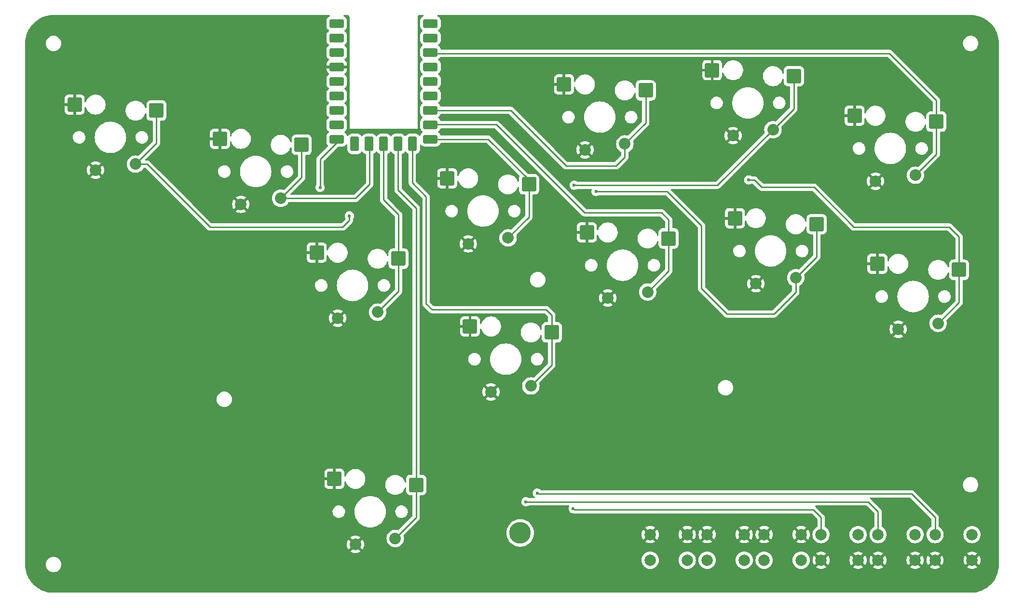
<source format=gbr>
%TF.GenerationSoftware,KiCad,Pcbnew,7.0.6*%
%TF.CreationDate,2024-01-12T12:33:24+02:00*%
%TF.ProjectId,Flatbox-rev5,466c6174-626f-4782-9d72-6576352e6b69,rev?*%
%TF.SameCoordinates,Original*%
%TF.FileFunction,Copper,L2,Bot*%
%TF.FilePolarity,Positive*%
%FSLAX46Y46*%
G04 Gerber Fmt 4.6, Leading zero omitted, Abs format (unit mm)*
G04 Created by KiCad (PCBNEW 7.0.6) date 2024-01-12 12:33:24*
%MOMM*%
%LPD*%
G01*
G04 APERTURE LIST*
G04 Aperture macros list*
%AMRoundRect*
0 Rectangle with rounded corners*
0 $1 Rounding radius*
0 $2 $3 $4 $5 $6 $7 $8 $9 X,Y pos of 4 corners*
0 Add a 4 corners polygon primitive as box body*
4,1,4,$2,$3,$4,$5,$6,$7,$8,$9,$2,$3,0*
0 Add four circle primitives for the rounded corners*
1,1,$1+$1,$2,$3*
1,1,$1+$1,$4,$5*
1,1,$1+$1,$6,$7*
1,1,$1+$1,$8,$9*
0 Add four rect primitives between the rounded corners*
20,1,$1+$1,$2,$3,$4,$5,0*
20,1,$1+$1,$4,$5,$6,$7,0*
20,1,$1+$1,$6,$7,$8,$9,0*
20,1,$1+$1,$8,$9,$2,$3,0*%
G04 Aperture macros list end*
%TA.AperFunction,ComponentPad*%
%ADD10RoundRect,0.400000X-0.900000X-0.400000X0.900000X-0.400000X0.900000X0.400000X-0.900000X0.400000X0*%
%TD*%
%TA.AperFunction,ComponentPad*%
%ADD11RoundRect,0.400050X-0.899950X-0.400050X0.899950X-0.400050X0.899950X0.400050X-0.899950X0.400050X0*%
%TD*%
%TA.AperFunction,ComponentPad*%
%ADD12RoundRect,0.400000X-0.400000X-0.900000X0.400000X-0.900000X0.400000X0.900000X-0.400000X0.900000X0*%
%TD*%
%TA.AperFunction,ComponentPad*%
%ADD13RoundRect,0.393700X-0.393700X-0.906300X0.393700X-0.906300X0.393700X0.906300X-0.393700X0.906300X0*%
%TD*%
%TA.AperFunction,ComponentPad*%
%ADD14C,3.800000*%
%TD*%
%TA.AperFunction,ComponentPad*%
%ADD15C,2.032000*%
%TD*%
%TA.AperFunction,SMDPad,CuDef*%
%ADD16RoundRect,0.250000X1.000000X1.025000X-1.000000X1.025000X-1.000000X-1.025000X1.000000X-1.025000X0*%
%TD*%
%TA.AperFunction,ComponentPad*%
%ADD17C,2.000000*%
%TD*%
%TA.AperFunction,ViaPad*%
%ADD18C,0.600000*%
%TD*%
%TA.AperFunction,Conductor*%
%ADD19C,0.254000*%
%TD*%
G04 APERTURE END LIST*
D10*
%TO.P,A1,1,GPIO0*%
%TO.N,unconnected-(A1-GPIO0-Pad1)*%
X137165000Y-47000000D03*
%TO.P,A1,2,GPIO1*%
%TO.N,unconnected-(A1-GPIO1-Pad2)*%
X137165000Y-49540000D03*
%TO.P,A1,3,GPIO2*%
%TO.N,L1*%
X137165000Y-52080000D03*
%TO.P,A1,4,GPIO3*%
%TO.N,L2*%
X137165000Y-54620000D03*
%TO.P,A1,5,GPIO4*%
%TO.N,R1*%
X137165000Y-57160000D03*
D11*
%TO.P,A1,6,GPIO5*%
%TO.N,R2*%
X137165000Y-59700000D03*
%TO.P,A1,7,GPIO6*%
%TO.N,TRIANGLE*%
X137165000Y-62240000D03*
%TO.P,A1,8,GPIO7*%
%TO.N,CIRCLE*%
X137165000Y-64780000D03*
%TO.P,A1,9,GPIO8*%
%TO.N,SQUARE*%
X137165000Y-67320000D03*
D12*
%TO.P,A1,10,GPIO9*%
%TO.N,CROSS*%
X134025000Y-68130000D03*
D13*
%TO.P,A1,11,GPIO10*%
%TO.N,UP*%
X131485000Y-68130000D03*
%TO.P,A1,12,GPIO11*%
%TO.N,RIGHT*%
X128945000Y-68130000D03*
%TO.P,A1,13,GPIO12*%
%TO.N,DOWN*%
X126405000Y-68130000D03*
%TO.P,A1,14,GPIO13*%
%TO.N,LEFT*%
X123865000Y-68130000D03*
D11*
%TO.P,A1,15,GPIO14*%
%TO.N,OPT1*%
X120725000Y-67320000D03*
%TO.P,A1,16,GPIO15*%
%TO.N,OPT2*%
X120725000Y-64780000D03*
%TO.P,A1,17,GPIO26*%
%TO.N,OPT3*%
X120725000Y-62240000D03*
%TO.P,A1,18,GPIO27*%
%TO.N,OPT4*%
X120725000Y-59700000D03*
%TO.P,A1,19,GPIO28*%
%TO.N,OPT5*%
X120725000Y-47000000D03*
%TO.P,A1,20,GPIO29*%
%TO.N,OPT6*%
X120725000Y-49540000D03*
%TO.P,A1,21,3V3*%
%TO.N,unconnected-(A1-3V3-Pad21)*%
X120725000Y-52080000D03*
%TO.P,A1,22,5V*%
%TO.N,unconnected-(A1-5V-Pad22)*%
X120725000Y-57160000D03*
%TO.P,A1,23,GND*%
%TO.N,GND*%
X120725000Y-54620000D03*
%TD*%
D14*
%TO.P,Hadouken,1*%
%TO.N,N/C*%
X152930000Y-136470000D03*
%TD*%
D15*
%TO.P,SW7,2,2*%
%TO.N,GND*%
X78400000Y-72750000D03*
D16*
X74725000Y-61250000D03*
%TO.P,SW7,1,1*%
%TO.N,LEFT*%
X89075000Y-62300000D03*
D15*
X85400000Y-71700000D03*
%TD*%
D17*
%TO.P,SW4,1,1*%
%TO.N,OPT4*%
X205750000Y-136750000D03*
X212250000Y-136750000D03*
%TO.P,SW4,2,2*%
%TO.N,GND*%
X205750000Y-141250000D03*
X212250000Y-141250000D03*
%TD*%
%TO.P,SW2,1,1*%
%TO.N,OPT2*%
X192250000Y-141250000D03*
X185750000Y-141250000D03*
%TO.P,SW2,2,2*%
%TO.N,GND*%
X192250000Y-136750000D03*
X185750000Y-136750000D03*
%TD*%
%TO.P,SW5,1,1*%
%TO.N,OPT5*%
X215750000Y-136750000D03*
X222250000Y-136750000D03*
%TO.P,SW5,2,2*%
%TO.N,GND*%
X215750000Y-141250000D03*
X222250000Y-141250000D03*
%TD*%
%TO.P,SW1,1,1*%
%TO.N,OPT1*%
X182250000Y-141250000D03*
X175750000Y-141250000D03*
%TO.P,SW1,2,2*%
%TO.N,GND*%
X182250000Y-136750000D03*
X175750000Y-136750000D03*
%TD*%
%TO.P,SW3,1,1*%
%TO.N,OPT3*%
X202250000Y-141250000D03*
X195750000Y-141250000D03*
%TO.P,SW3,2,2*%
%TO.N,GND*%
X202250000Y-136750000D03*
X195750000Y-136750000D03*
%TD*%
%TO.P,SW6,1,1*%
%TO.N,OPT6*%
X225750000Y-136750000D03*
X232250000Y-136750000D03*
%TO.P,SW6,2,2*%
%TO.N,GND*%
X225750000Y-141250000D03*
X232250000Y-141250000D03*
%TD*%
D15*
%TO.P,SW17,2,2*%
%TO.N,GND*%
X219300000Y-100700000D03*
D16*
X215625000Y-89200000D03*
%TO.P,SW17,1,1*%
%TO.N,L2*%
X229975000Y-90250000D03*
D15*
X226300000Y-99650000D03*
%TD*%
%TO.P,SW18,2,2*%
%TO.N,GND*%
X124000000Y-138475000D03*
D16*
X120325000Y-126975000D03*
%TO.P,SW18,1,1*%
%TO.N,UP*%
X134675000Y-128025000D03*
D15*
X131000000Y-137425000D03*
%TD*%
%TO.P,SW14,2,2*%
%TO.N,GND*%
X147800000Y-111700000D03*
D16*
X144125000Y-100200000D03*
%TO.P,SW14,1,1*%
%TO.N,CROSS*%
X158475000Y-101250000D03*
D15*
X154800000Y-110650000D03*
%TD*%
%TO.P,SW12,2,2*%
%TO.N,GND*%
X190300000Y-66700000D03*
D16*
X186625000Y-55200000D03*
%TO.P,SW12,1,1*%
%TO.N,R1*%
X200975000Y-56250000D03*
D15*
X197300000Y-65650000D03*
%TD*%
%TO.P,SW13,2,2*%
%TO.N,GND*%
X215300000Y-74700000D03*
D16*
X211625000Y-63200000D03*
%TO.P,SW13,1,1*%
%TO.N,L1*%
X225975000Y-64250000D03*
D15*
X222300000Y-73650000D03*
%TD*%
%TO.P,SW9,2,2*%
%TO.N,GND*%
X120900000Y-98750000D03*
D16*
X117225000Y-87250000D03*
%TO.P,SW9,1,1*%
%TO.N,RIGHT*%
X131575000Y-88300000D03*
D15*
X127900000Y-97700000D03*
%TD*%
%TO.P,SW8,2,2*%
%TO.N,GND*%
X103900000Y-78750000D03*
D16*
X100225000Y-67250000D03*
%TO.P,SW8,1,1*%
%TO.N,DOWN*%
X114575000Y-68300000D03*
D15*
X110900000Y-77700000D03*
%TD*%
%TO.P,SW10,2,2*%
%TO.N,GND*%
X143800000Y-85700000D03*
D16*
X140125000Y-74200000D03*
%TO.P,SW10,1,1*%
%TO.N,SQUARE*%
X154475000Y-75250000D03*
D15*
X150800000Y-84650000D03*
%TD*%
%TO.P,SW15,2,2*%
%TO.N,GND*%
X168300000Y-95200000D03*
D16*
X164625000Y-83700000D03*
%TO.P,SW15,1,1*%
%TO.N,CIRCLE*%
X178975000Y-84750000D03*
D15*
X175300000Y-94150000D03*
%TD*%
%TO.P,SW16,2,2*%
%TO.N,GND*%
X194300000Y-92700000D03*
D16*
X190625000Y-81200000D03*
%TO.P,SW16,1,1*%
%TO.N,R2*%
X204975000Y-82250000D03*
D15*
X201300000Y-91650000D03*
%TD*%
%TO.P,SW11,2,2*%
%TO.N,GND*%
X164300000Y-69200000D03*
D16*
X160625000Y-57700000D03*
%TO.P,SW11,1,1*%
%TO.N,TRIANGLE*%
X174975000Y-58750000D03*
D15*
X171300000Y-68150000D03*
%TD*%
D18*
%TO.N,GND*%
X115930000Y-99470000D03*
X151930000Y-57470000D03*
X158930000Y-125470000D03*
X167930000Y-135470000D03*
X126930000Y-80470000D03*
X142930000Y-47470000D03*
X163930000Y-100470000D03*
X177930000Y-72470000D03*
X138930000Y-101470000D03*
X204930000Y-97470000D03*
X182930000Y-94470000D03*
X115930000Y-54470000D03*
X205930000Y-57470000D03*
X92930000Y-60470000D03*
X140930000Y-94470000D03*
X109930000Y-54470000D03*
X115930000Y-52470000D03*
X136930000Y-101470000D03*
X207930000Y-57470000D03*
X142930000Y-49470000D03*
X92930000Y-58470000D03*
X218930000Y-131470000D03*
X109930000Y-56470000D03*
X175930000Y-72470000D03*
X120930000Y-72470000D03*
X206930000Y-97470000D03*
X203930000Y-73470000D03*
X151930000Y-59470000D03*
X122930000Y-74470000D03*
X180930000Y-96470000D03*
X115930000Y-101470000D03*
X113930000Y-54470000D03*
X218930000Y-133470000D03*
X87930000Y-77470000D03*
X126930000Y-82470000D03*
X87930000Y-79470000D03*
X220930000Y-133470000D03*
X140930000Y-49470000D03*
X113930000Y-56470000D03*
X169930000Y-137470000D03*
X113930000Y-52470000D03*
X207930000Y-55470000D03*
X131930000Y-112470000D03*
X138930000Y-94470000D03*
X204930000Y-95470000D03*
X111930000Y-54470000D03*
X111930000Y-56470000D03*
X120930000Y-74470000D03*
X94930000Y-58470000D03*
X104930000Y-92470000D03*
X94930000Y-60470000D03*
X131930000Y-114470000D03*
X163930000Y-102470000D03*
X156930000Y-125470000D03*
X138930000Y-92470000D03*
X122930000Y-72470000D03*
X161930000Y-102470000D03*
X158930000Y-127470000D03*
X161930000Y-100470000D03*
X182930000Y-96470000D03*
X102930000Y-90470000D03*
X129930000Y-114470000D03*
X117930000Y-99470000D03*
X140930000Y-92470000D03*
X156930000Y-127470000D03*
X156930000Y-81470000D03*
X205930000Y-55470000D03*
X136930000Y-99470000D03*
X115930000Y-56470000D03*
X203930000Y-71470000D03*
X140930000Y-47470000D03*
X180930000Y-94470000D03*
X158930000Y-81470000D03*
X149930000Y-59470000D03*
X128930000Y-82470000D03*
X102930000Y-92470000D03*
X89930000Y-79470000D03*
X167930000Y-137470000D03*
X138930000Y-99470000D03*
X111930000Y-52470000D03*
X177930000Y-70470000D03*
X128930000Y-80470000D03*
X158930000Y-79470000D03*
X89930000Y-77470000D03*
X107930000Y-56470000D03*
X117930000Y-101470000D03*
X220930000Y-131470000D03*
X206930000Y-95470000D03*
X104930000Y-90470000D03*
X175930000Y-70470000D03*
X156930000Y-79470000D03*
X149930000Y-57470000D03*
X201930000Y-73470000D03*
X129930000Y-112470000D03*
X169930000Y-135470000D03*
X201930000Y-71470000D03*
%TO.N,LEFT*%
X122930000Y-80770000D03*
%TO.N,R1*%
X162400000Y-75400000D03*
%TO.N,R2*%
X166250000Y-76500000D03*
%TO.N,L2*%
X193030000Y-74470000D03*
%TO.N,OPT1*%
X117800000Y-75800000D03*
%TO.N,OPT4*%
X162238000Y-132200000D03*
%TO.N,OPT5*%
X153930000Y-131000000D03*
%TO.N,OPT6*%
X155930000Y-129470000D03*
%TD*%
D19*
%TO.N,LEFT*%
X122930000Y-81570000D02*
X121750000Y-82750000D01*
X85400000Y-71700000D02*
X87450000Y-71700000D01*
X89075000Y-68025000D02*
X89075000Y-62300000D01*
X87450000Y-71700000D02*
X98500000Y-82750000D01*
X122930000Y-80770000D02*
X122930000Y-81570000D01*
X85400000Y-71700000D02*
X89075000Y-68025000D01*
X98500000Y-82750000D02*
X121750000Y-82750000D01*
%TO.N,DOWN*%
X110900000Y-77700000D02*
X114575000Y-74025000D01*
X126500000Y-75250000D02*
X126500000Y-67625000D01*
X124050000Y-77700000D02*
X126500000Y-75250000D01*
X126500000Y-67625000D02*
X126405000Y-67530000D01*
X110900000Y-77700000D02*
X124050000Y-77700000D01*
X114575000Y-74025000D02*
X114575000Y-68300000D01*
%TO.N,RIGHT*%
X131575000Y-88300000D02*
X131575000Y-80575000D01*
X131575000Y-80575000D02*
X128945000Y-77945000D01*
X127900000Y-97700000D02*
X131575000Y-94025000D01*
X128945000Y-77945000D02*
X128945000Y-67530000D01*
X131575000Y-94025000D02*
X131575000Y-88300000D01*
%TO.N,UP*%
X131000000Y-137425000D02*
X134675000Y-133750000D01*
X134675000Y-128025000D02*
X134675000Y-79425000D01*
X131500000Y-76250000D02*
X131500000Y-67545000D01*
X131500000Y-67545000D02*
X131485000Y-67530000D01*
X134675000Y-133750000D02*
X134675000Y-128025000D01*
X134675000Y-79425000D02*
X131500000Y-76250000D01*
%TO.N,L1*%
X217750000Y-52250000D02*
X136735000Y-52250000D01*
X225975000Y-64250000D02*
X225975000Y-60475000D01*
X225975000Y-69975000D02*
X225975000Y-64250000D01*
X222300000Y-73650000D02*
X225975000Y-69975000D01*
X225975000Y-60475000D02*
X217750000Y-52250000D01*
X136735000Y-52250000D02*
X136565000Y-52080000D01*
%TO.N,R1*%
X200975000Y-61975000D02*
X200975000Y-56250000D01*
X162400000Y-75400000D02*
X187550000Y-75400000D01*
X197300000Y-65650000D02*
X200975000Y-61975000D01*
X187550000Y-75400000D02*
X197300000Y-65650000D01*
%TO.N,TRIANGLE*%
X171300000Y-70450000D02*
X169750000Y-72000000D01*
X169750000Y-72000000D02*
X161000000Y-72000000D01*
X171300000Y-68150000D02*
X174975000Y-64475000D01*
X171300000Y-68150000D02*
X171300000Y-70450000D01*
X174975000Y-64475000D02*
X174975000Y-58750000D01*
X161000000Y-72000000D02*
X151250000Y-62250000D01*
X151250000Y-62250000D02*
X136575000Y-62250000D01*
X136575000Y-62250000D02*
X136565000Y-62240000D01*
%TO.N,SQUARE*%
X154475000Y-74475000D02*
X154475000Y-75250000D01*
X136565000Y-67320000D02*
X147320000Y-67320000D01*
X154475000Y-80975000D02*
X154475000Y-75250000D01*
X147320000Y-67320000D02*
X154475000Y-74475000D01*
X150800000Y-84650000D02*
X154475000Y-80975000D01*
%TO.N,CIRCLE*%
X177750000Y-80250000D02*
X164250000Y-80250000D01*
X178975000Y-84750000D02*
X178975000Y-81475000D01*
X164250000Y-80250000D02*
X148750000Y-64750000D01*
X136595000Y-64750000D02*
X136565000Y-64780000D01*
X178975000Y-81475000D02*
X177750000Y-80250000D01*
X178975000Y-90475000D02*
X178975000Y-84750000D01*
X148750000Y-64750000D02*
X136595000Y-64750000D01*
X175300000Y-94150000D02*
X178975000Y-90475000D01*
%TO.N,CROSS*%
X158475000Y-98225000D02*
X158475000Y-101250000D01*
X158475000Y-106975000D02*
X158475000Y-101250000D01*
X136400000Y-77400000D02*
X136400000Y-96200000D01*
X134025000Y-67530000D02*
X134000000Y-67555000D01*
X134000000Y-75000000D02*
X136400000Y-77400000D01*
X157500000Y-97250000D02*
X158475000Y-98225000D01*
X154800000Y-110650000D02*
X158475000Y-106975000D01*
X137450000Y-97250000D02*
X157500000Y-97250000D01*
X136400000Y-96200000D02*
X137450000Y-97250000D01*
X134000000Y-67555000D02*
X134000000Y-75000000D01*
%TO.N,R2*%
X184750000Y-82500000D02*
X184750000Y-93500000D01*
X189250000Y-98000000D02*
X197500000Y-98000000D01*
X166250000Y-76500000D02*
X178750000Y-76500000D01*
X201300000Y-91650000D02*
X204975000Y-87975000D01*
X201300000Y-94200000D02*
X201300000Y-91650000D01*
X184750000Y-93500000D02*
X189250000Y-98000000D01*
X197500000Y-98000000D02*
X201300000Y-94200000D01*
X204975000Y-87975000D02*
X204975000Y-82250000D01*
X178750000Y-76500000D02*
X184750000Y-82500000D01*
%TO.N,L2*%
X195310000Y-75750000D02*
X204500000Y-75750000D01*
X204500000Y-75750000D02*
X211500000Y-82750000D01*
X228250000Y-82750000D02*
X229975000Y-84475000D01*
X193030000Y-74470000D02*
X194030000Y-74470000D01*
X229975000Y-84475000D02*
X229975000Y-90250000D01*
X226300000Y-99650000D02*
X229975000Y-95975000D01*
X211500000Y-82750000D02*
X228250000Y-82750000D01*
X229975000Y-95975000D02*
X229975000Y-90250000D01*
X194030000Y-74470000D02*
X195310000Y-75750000D01*
%TO.N,OPT1*%
X117800000Y-70845000D02*
X121325000Y-67320000D01*
X117800000Y-75800000D02*
X117800000Y-70845000D01*
%TO.N,OPT4*%
X205750000Y-133750000D02*
X205750000Y-136750000D01*
X162438000Y-132400000D02*
X204400000Y-132400000D01*
X162238000Y-132200000D02*
X162438000Y-132400000D01*
X204400000Y-132400000D02*
X205750000Y-133750000D01*
%TO.N,OPT5*%
X153930000Y-131000000D02*
X214000000Y-131000000D01*
X214000000Y-131000000D02*
X215750000Y-132750000D01*
X215750000Y-132750000D02*
X215750000Y-136750000D01*
%TO.N,OPT6*%
X155930000Y-129470000D02*
X156060000Y-129600000D01*
X221600000Y-129600000D02*
X225750000Y-133750000D01*
X225750000Y-133750000D02*
X225750000Y-136750000D01*
X156060000Y-129600000D02*
X221600000Y-129600000D01*
%TD*%
%TA.AperFunction,Conductor*%
%TO.N,GND*%
G36*
X119483065Y-45545185D02*
G01*
X119528820Y-45597989D01*
X119538764Y-45667147D01*
X119509739Y-45730703D01*
X119472320Y-45759985D01*
X119327494Y-45833775D01*
X119179069Y-45953969D01*
X119058875Y-46102394D01*
X118972172Y-46272562D01*
X118922741Y-46457040D01*
X118916500Y-46536352D01*
X118916500Y-47463648D01*
X118922741Y-47542959D01*
X118972172Y-47727437D01*
X119058875Y-47897605D01*
X119081320Y-47925322D01*
X119179069Y-48046031D01*
X119327377Y-48166129D01*
X119332543Y-48170312D01*
X119331723Y-48171323D01*
X119372662Y-48219030D01*
X119382274Y-48288236D01*
X119352944Y-48351651D01*
X119332372Y-48369477D01*
X119332543Y-48369688D01*
X119179069Y-48493969D01*
X119058875Y-48642394D01*
X118972172Y-48812562D01*
X118922741Y-48997040D01*
X118916500Y-49076352D01*
X118916500Y-50003648D01*
X118922741Y-50082959D01*
X118972172Y-50267437D01*
X119058875Y-50437605D01*
X119105295Y-50494928D01*
X119179069Y-50586031D01*
X119327377Y-50706129D01*
X119332543Y-50710312D01*
X119331723Y-50711323D01*
X119372662Y-50759030D01*
X119382274Y-50828236D01*
X119352944Y-50891651D01*
X119332372Y-50909477D01*
X119332543Y-50909688D01*
X119327492Y-50913777D01*
X119327492Y-50913778D01*
X119265888Y-50963664D01*
X119179069Y-51033969D01*
X119058875Y-51182394D01*
X118972172Y-51352562D01*
X118922741Y-51537040D01*
X118916500Y-51616352D01*
X118916500Y-52543648D01*
X118922741Y-52622959D01*
X118972172Y-52807437D01*
X119058875Y-52977605D01*
X119108560Y-53038960D01*
X119179069Y-53126031D01*
X119327377Y-53246129D01*
X119327496Y-53246225D01*
X119332945Y-53249764D01*
X119331685Y-53251702D01*
X119374796Y-53292404D01*
X119391603Y-53360222D01*
X119369077Y-53426361D01*
X119335263Y-53458921D01*
X119332148Y-53460943D01*
X119185113Y-53580013D01*
X119066046Y-53727045D01*
X119066044Y-53727048D01*
X118980151Y-53895625D01*
X118931183Y-54078377D01*
X118925000Y-54156950D01*
X118925000Y-54370000D01*
X121009314Y-54370000D01*
X120997359Y-54381955D01*
X120939835Y-54494852D01*
X120920014Y-54620000D01*
X120939835Y-54745148D01*
X120997359Y-54858045D01*
X121009314Y-54870000D01*
X118925000Y-54870000D01*
X118925000Y-55083050D01*
X118931183Y-55161622D01*
X118980151Y-55344374D01*
X119066044Y-55512951D01*
X119066046Y-55512954D01*
X119185113Y-55659986D01*
X119332149Y-55779057D01*
X119335254Y-55781073D01*
X119336654Y-55782704D01*
X119337198Y-55783145D01*
X119337117Y-55783244D01*
X119380756Y-55834095D01*
X119390368Y-55903300D01*
X119361039Y-55966716D01*
X119332238Y-55989147D01*
X119332945Y-55990236D01*
X119327496Y-55993774D01*
X119179069Y-56113969D01*
X119058875Y-56262394D01*
X118972172Y-56432562D01*
X118922741Y-56617040D01*
X118916500Y-56696352D01*
X118916500Y-57623648D01*
X118922741Y-57702959D01*
X118972172Y-57887437D01*
X119058875Y-58057605D01*
X119098055Y-58105987D01*
X119179069Y-58206031D01*
X119289360Y-58295343D01*
X119332543Y-58330312D01*
X119331723Y-58331323D01*
X119372662Y-58379030D01*
X119382274Y-58448236D01*
X119352944Y-58511651D01*
X119332372Y-58529477D01*
X119332543Y-58529688D01*
X119179069Y-58653969D01*
X119058875Y-58802394D01*
X118972172Y-58972562D01*
X118922741Y-59157040D01*
X118916500Y-59236352D01*
X118916500Y-60163648D01*
X118922741Y-60242959D01*
X118972172Y-60427437D01*
X119058875Y-60597605D01*
X119107377Y-60657499D01*
X119179069Y-60746031D01*
X119319049Y-60859385D01*
X119332543Y-60870312D01*
X119331723Y-60871323D01*
X119372662Y-60919030D01*
X119382274Y-60988236D01*
X119352944Y-61051651D01*
X119332372Y-61069477D01*
X119332543Y-61069688D01*
X119327492Y-61073777D01*
X119327492Y-61073778D01*
X119269704Y-61120574D01*
X119179069Y-61193969D01*
X119058875Y-61342394D01*
X118972172Y-61512562D01*
X118922741Y-61697040D01*
X118916500Y-61776352D01*
X118916500Y-62703648D01*
X118922741Y-62782959D01*
X118972172Y-62967437D01*
X119058875Y-63137605D01*
X119091347Y-63177704D01*
X119179069Y-63286031D01*
X119316545Y-63397357D01*
X119332543Y-63410312D01*
X119331723Y-63411323D01*
X119372662Y-63459030D01*
X119382274Y-63528236D01*
X119352944Y-63591651D01*
X119332372Y-63609477D01*
X119332543Y-63609688D01*
X119327492Y-63613777D01*
X119327492Y-63613778D01*
X119285559Y-63647735D01*
X119179069Y-63733969D01*
X119058875Y-63882394D01*
X118972172Y-64052562D01*
X118922741Y-64237040D01*
X118916500Y-64316352D01*
X118916500Y-65243648D01*
X118922741Y-65322959D01*
X118972172Y-65507437D01*
X119058875Y-65677605D01*
X119077323Y-65700386D01*
X119179069Y-65826031D01*
X119317845Y-65938410D01*
X119332543Y-65950312D01*
X119331723Y-65951323D01*
X119372662Y-65999030D01*
X119382274Y-66068236D01*
X119352944Y-66131651D01*
X119332372Y-66149477D01*
X119332543Y-66149688D01*
X119327492Y-66153777D01*
X119327492Y-66153778D01*
X119271335Y-66199253D01*
X119179069Y-66273969D01*
X119058875Y-66422394D01*
X118972172Y-66592562D01*
X118922741Y-66777040D01*
X118916500Y-66856352D01*
X118916500Y-67783648D01*
X118922741Y-67862959D01*
X118972172Y-68047437D01*
X119058875Y-68217605D01*
X119132258Y-68308225D01*
X119179069Y-68366031D01*
X119180601Y-68367272D01*
X119183200Y-68369376D01*
X119222911Y-68426863D01*
X119225238Y-68496694D01*
X119192844Y-68553422D01*
X117409921Y-70336344D01*
X117397531Y-70346272D01*
X117397702Y-70346479D01*
X117391696Y-70351447D01*
X117366878Y-70377875D01*
X117343573Y-70402693D01*
X117336503Y-70409763D01*
X117322365Y-70423900D01*
X117322363Y-70423902D01*
X117318008Y-70429516D01*
X117314218Y-70433953D01*
X117281782Y-70468494D01*
X117281781Y-70468496D01*
X117271900Y-70486468D01*
X117261225Y-70502719D01*
X117248652Y-70518929D01*
X117248649Y-70518933D01*
X117229827Y-70562428D01*
X117227257Y-70567674D01*
X117204430Y-70609197D01*
X117199329Y-70629064D01*
X117193030Y-70647462D01*
X117184884Y-70666287D01*
X117184881Y-70666296D01*
X117177469Y-70713098D01*
X117176284Y-70718820D01*
X117164500Y-70764711D01*
X117164500Y-70785225D01*
X117162973Y-70804624D01*
X117159765Y-70824877D01*
X117159764Y-70824880D01*
X117164224Y-70872060D01*
X117164499Y-70877897D01*
X117164499Y-75256024D01*
X117145493Y-75321996D01*
X117066958Y-75446982D01*
X117006782Y-75618953D01*
X117006781Y-75618958D01*
X116986384Y-75799996D01*
X116986384Y-75800003D01*
X117006781Y-75981041D01*
X117006782Y-75981046D01*
X117032725Y-76055185D01*
X117064592Y-76146257D01*
X117066958Y-76153017D01*
X117163889Y-76307280D01*
X117163889Y-76307281D01*
X117292719Y-76436111D01*
X117446985Y-76533043D01*
X117618953Y-76593216D01*
X117618953Y-76593217D01*
X117618958Y-76593218D01*
X117799996Y-76613616D01*
X117800000Y-76613616D01*
X117800004Y-76613616D01*
X117981041Y-76593218D01*
X117981044Y-76593217D01*
X117981047Y-76593217D01*
X118153015Y-76533043D01*
X118307281Y-76436111D01*
X118436111Y-76307281D01*
X118533043Y-76153015D01*
X118593217Y-75981047D01*
X118593218Y-75981041D01*
X118613616Y-75800003D01*
X118613616Y-75799996D01*
X118593218Y-75618958D01*
X118593217Y-75618953D01*
X118579951Y-75581041D01*
X118533043Y-75446985D01*
X118454504Y-75321992D01*
X118435499Y-75256021D01*
X118435499Y-73210387D01*
X118435499Y-71159590D01*
X118455184Y-71092555D01*
X118471813Y-71071918D01*
X120878813Y-68664919D01*
X120940137Y-68631434D01*
X120966495Y-68628600D01*
X121688548Y-68628600D01*
X121728203Y-68625479D01*
X121767861Y-68622358D01*
X121952339Y-68572927D01*
X122076585Y-68509621D01*
X122122505Y-68486224D01*
X122122506Y-68486222D01*
X122122508Y-68486222D01*
X122270931Y-68366031D01*
X122348735Y-68269951D01*
X122406221Y-68230240D01*
X122476052Y-68227912D01*
X122536056Y-68263707D01*
X122567182Y-68326261D01*
X122569100Y-68347987D01*
X122569101Y-69099450D01*
X122569101Y-69099449D01*
X122575298Y-69178211D01*
X122623304Y-69357369D01*
X122624384Y-69361401D01*
X122710483Y-69530380D01*
X122829834Y-69677766D01*
X122977220Y-69797117D01*
X123146199Y-69883216D01*
X123329387Y-69932301D01*
X123360892Y-69934780D01*
X123408148Y-69938500D01*
X123408150Y-69938499D01*
X123408151Y-69938500D01*
X123956428Y-69938499D01*
X124321849Y-69938499D01*
X124348103Y-69936432D01*
X124400613Y-69932301D01*
X124583801Y-69883216D01*
X124752780Y-69797117D01*
X124900166Y-69677766D01*
X125019517Y-69530380D01*
X125019520Y-69530375D01*
X125024515Y-69520572D01*
X125072489Y-69469775D01*
X125140310Y-69452980D01*
X125206445Y-69475517D01*
X125245485Y-69520572D01*
X125250480Y-69530377D01*
X125291597Y-69581152D01*
X125369834Y-69677766D01*
X125431180Y-69727443D01*
X125517222Y-69797119D01*
X125629872Y-69854516D01*
X125686199Y-69883216D01*
X125772593Y-69906365D01*
X125832252Y-69942728D01*
X125862782Y-70005575D01*
X125864499Y-70026139D01*
X125864499Y-74935405D01*
X125844814Y-75002444D01*
X125828180Y-75023086D01*
X123823086Y-77028181D01*
X123761763Y-77061666D01*
X123735405Y-77064500D01*
X112733594Y-77064500D01*
X112666555Y-77044815D01*
X112620800Y-76992011D01*
X112610856Y-76922853D01*
X112639881Y-76859297D01*
X112645913Y-76852819D01*
X113805387Y-75693345D01*
X114965075Y-74533656D01*
X114977458Y-74523738D01*
X114977286Y-74523530D01*
X114983292Y-74518559D01*
X114983303Y-74518553D01*
X115031426Y-74467306D01*
X115052639Y-74446094D01*
X115056993Y-74440479D01*
X115060768Y-74436058D01*
X115093217Y-74401506D01*
X115103094Y-74383537D01*
X115113779Y-74367272D01*
X115126350Y-74351067D01*
X115145183Y-74307543D01*
X115147732Y-74302341D01*
X115170569Y-74260803D01*
X115175670Y-74240930D01*
X115181969Y-74222534D01*
X115190117Y-74203708D01*
X115194995Y-74172903D01*
X115197530Y-74156902D01*
X115198715Y-74151178D01*
X115201810Y-74139123D01*
X115210500Y-74105282D01*
X115210500Y-74084773D01*
X115212027Y-74065374D01*
X115212086Y-74065000D01*
X115215235Y-74045121D01*
X115210775Y-73997939D01*
X115210500Y-73992101D01*
X115210500Y-70207499D01*
X115230185Y-70140460D01*
X115282989Y-70094705D01*
X115334500Y-70083499D01*
X115625537Y-70083499D01*
X115625544Y-70083499D01*
X115729426Y-70072887D01*
X115897738Y-70017115D01*
X116048652Y-69924030D01*
X116174030Y-69798652D01*
X116267115Y-69647738D01*
X116322887Y-69479426D01*
X116333500Y-69375545D01*
X116333499Y-67224456D01*
X116322887Y-67120574D01*
X116267115Y-66952262D01*
X116174030Y-66801348D01*
X116048652Y-66675970D01*
X115897738Y-66582885D01*
X115889234Y-66580067D01*
X115729427Y-66527113D01*
X115625545Y-66516500D01*
X113524462Y-66516500D01*
X113524446Y-66516501D01*
X113420572Y-66527113D01*
X113252264Y-66582884D01*
X113252259Y-66582886D01*
X113101346Y-66675971D01*
X112975971Y-66801346D01*
X112882886Y-66952259D01*
X112882884Y-66952264D01*
X112827113Y-67120572D01*
X112816500Y-67224447D01*
X112816500Y-67751630D01*
X112796815Y-67818669D01*
X112744011Y-67864424D01*
X112674853Y-67874368D01*
X112611297Y-67845343D01*
X112574009Y-67788180D01*
X112572611Y-67783648D01*
X112534063Y-67658677D01*
X112483273Y-67553210D01*
X112420232Y-67422303D01*
X112420231Y-67422302D01*
X112420230Y-67422301D01*
X112420228Y-67422296D01*
X112272433Y-67205521D01*
X112193614Y-67120574D01*
X112093985Y-67013198D01*
X112017573Y-66952262D01*
X111888857Y-66849614D01*
X111661643Y-66718432D01*
X111417416Y-66622580D01*
X111417411Y-66622578D01*
X111417402Y-66622576D01*
X111199818Y-66572914D01*
X111161630Y-66564198D01*
X111161629Y-66564197D01*
X111161625Y-66564197D01*
X111161620Y-66564196D01*
X110965500Y-66549500D01*
X110965494Y-66549500D01*
X110834506Y-66549500D01*
X110834500Y-66549500D01*
X110638379Y-66564196D01*
X110638374Y-66564197D01*
X110382597Y-66622576D01*
X110382578Y-66622582D01*
X110138356Y-66718432D01*
X109911143Y-66849614D01*
X109706014Y-67013198D01*
X109527567Y-67205520D01*
X109379768Y-67422302D01*
X109379767Y-67422303D01*
X109265938Y-67658673D01*
X109188606Y-67909376D01*
X109188605Y-67909381D01*
X109188604Y-67909385D01*
X109176793Y-67987743D01*
X109149500Y-68168812D01*
X109149500Y-68431187D01*
X109165420Y-68536801D01*
X109188604Y-68690615D01*
X109188605Y-68690617D01*
X109188606Y-68690623D01*
X109265938Y-68941326D01*
X109379767Y-69177696D01*
X109379768Y-69177697D01*
X109379770Y-69177700D01*
X109379772Y-69177704D01*
X109522576Y-69387158D01*
X109527567Y-69394479D01*
X109706014Y-69586801D01*
X109706018Y-69586804D01*
X109706019Y-69586805D01*
X109911143Y-69750386D01*
X110138357Y-69881568D01*
X110382584Y-69977420D01*
X110638370Y-70035802D01*
X110638376Y-70035802D01*
X110638379Y-70035803D01*
X110834500Y-70050500D01*
X110834506Y-70050500D01*
X110965500Y-70050500D01*
X111161620Y-70035803D01*
X111161622Y-70035802D01*
X111161630Y-70035802D01*
X111417416Y-69977420D01*
X111661643Y-69881568D01*
X111888857Y-69750386D01*
X112093981Y-69586805D01*
X112272433Y-69394479D01*
X112420228Y-69177704D01*
X112534063Y-68941323D01*
X112574010Y-68811817D01*
X112612579Y-68753560D01*
X112676523Y-68725402D01*
X112745540Y-68736284D01*
X112797717Y-68782753D01*
X112816500Y-68848368D01*
X112816500Y-69375537D01*
X112816501Y-69375553D01*
X112827113Y-69479427D01*
X112882884Y-69647735D01*
X112882886Y-69647740D01*
X112902980Y-69680317D01*
X112975970Y-69798652D01*
X113101348Y-69924030D01*
X113252262Y-70017115D01*
X113420574Y-70072887D01*
X113524455Y-70083500D01*
X113815501Y-70083499D01*
X113882539Y-70103183D01*
X113928294Y-70155987D01*
X113939500Y-70207499D01*
X113939500Y-73710404D01*
X113919815Y-73777443D01*
X113903181Y-73798085D01*
X111488654Y-76212611D01*
X111427331Y-76246096D01*
X111372026Y-76245504D01*
X111139218Y-76189612D01*
X111139219Y-76189612D01*
X110900000Y-76170786D01*
X110660780Y-76189612D01*
X110427446Y-76245630D01*
X110427445Y-76245630D01*
X110205754Y-76337457D01*
X110205751Y-76337459D01*
X110001153Y-76462837D01*
X110001148Y-76462841D01*
X109818682Y-76618682D01*
X109662841Y-76801148D01*
X109662837Y-76801153D01*
X109537459Y-77005751D01*
X109537457Y-77005754D01*
X109445630Y-77227445D01*
X109445630Y-77227446D01*
X109389612Y-77460780D01*
X109370786Y-77699999D01*
X109389612Y-77939219D01*
X109445630Y-78172553D01*
X109445630Y-78172554D01*
X109537457Y-78394245D01*
X109537459Y-78394248D01*
X109662837Y-78598846D01*
X109662841Y-78598851D01*
X109733482Y-78681561D01*
X109818682Y-78781318D01*
X109897460Y-78848600D01*
X110001148Y-78937158D01*
X110001153Y-78937162D01*
X110205751Y-79062540D01*
X110205754Y-79062542D01*
X110427446Y-79154369D01*
X110485779Y-79168373D01*
X110660778Y-79210387D01*
X110900000Y-79229214D01*
X111139222Y-79210387D01*
X111372553Y-79154369D01*
X111372554Y-79154369D01*
X111594245Y-79062542D01*
X111594246Y-79062541D01*
X111594249Y-79062540D01*
X111798849Y-78937160D01*
X111981318Y-78781318D01*
X112137160Y-78598849D01*
X112165738Y-78552215D01*
X112262258Y-78394710D01*
X112314070Y-78347835D01*
X112367985Y-78335500D01*
X123966153Y-78335500D01*
X123981932Y-78337241D01*
X123981958Y-78336974D01*
X123989711Y-78337706D01*
X123989719Y-78337708D01*
X124059985Y-78335500D01*
X124089983Y-78335500D01*
X124097013Y-78334611D01*
X124102836Y-78334153D01*
X124150205Y-78332665D01*
X124169906Y-78326940D01*
X124188951Y-78322997D01*
X124209299Y-78320427D01*
X124253393Y-78302968D01*
X124258856Y-78301098D01*
X124304393Y-78287869D01*
X124322054Y-78277423D01*
X124339512Y-78268871D01*
X124358588Y-78261319D01*
X124396928Y-78233462D01*
X124401800Y-78230261D01*
X124442598Y-78206134D01*
X124457094Y-78191637D01*
X124471892Y-78178998D01*
X124480762Y-78172554D01*
X124488487Y-78166942D01*
X124518707Y-78130410D01*
X124522621Y-78126109D01*
X126890072Y-75758658D01*
X126902461Y-75748735D01*
X126902289Y-75748528D01*
X126908298Y-75743555D01*
X126908303Y-75743553D01*
X126956441Y-75692290D01*
X126977638Y-75671094D01*
X126981979Y-75665497D01*
X126985774Y-75661054D01*
X127004960Y-75640623D01*
X127018217Y-75626506D01*
X127028102Y-75608524D01*
X127038773Y-75592278D01*
X127051349Y-75576067D01*
X127070172Y-75532567D01*
X127072740Y-75527328D01*
X127095569Y-75485803D01*
X127100670Y-75465931D01*
X127106973Y-75447526D01*
X127115117Y-75428708D01*
X127122533Y-75381875D01*
X127123708Y-75376201D01*
X127135500Y-75330282D01*
X127135500Y-75309773D01*
X127137027Y-75290374D01*
X127137163Y-75289514D01*
X127140235Y-75270121D01*
X127139582Y-75263218D01*
X127138748Y-75254391D01*
X127135772Y-75222918D01*
X127135499Y-75217123D01*
X127135499Y-69953241D01*
X127155184Y-69886203D01*
X127203204Y-69842757D01*
X127292780Y-69797117D01*
X127440166Y-69677766D01*
X127559517Y-69530380D01*
X127559520Y-69530375D01*
X127564515Y-69520572D01*
X127612489Y-69469775D01*
X127680310Y-69452980D01*
X127746445Y-69475517D01*
X127785485Y-69520572D01*
X127790480Y-69530377D01*
X127831597Y-69581152D01*
X127909834Y-69677766D01*
X127971180Y-69727443D01*
X128057222Y-69797119D01*
X128225439Y-69882829D01*
X128226199Y-69883216D01*
X128226205Y-69883217D01*
X128229932Y-69884648D01*
X128231782Y-69886060D01*
X128231989Y-69886166D01*
X128231969Y-69886203D01*
X128285466Y-69927048D01*
X128309261Y-69992741D01*
X128309499Y-70000414D01*
X128309500Y-77861151D01*
X128307758Y-77876927D01*
X128308026Y-77876953D01*
X128307292Y-77884718D01*
X128309500Y-77954985D01*
X128309500Y-77984983D01*
X128310387Y-77992013D01*
X128310845Y-77997832D01*
X128312334Y-78045203D01*
X128312335Y-78045207D01*
X128318057Y-78064905D01*
X128322000Y-78083946D01*
X128324571Y-78104288D01*
X128324574Y-78104303D01*
X128342016Y-78148359D01*
X128343907Y-78153883D01*
X128354878Y-78191639D01*
X128357131Y-78199393D01*
X128361116Y-78206132D01*
X128367570Y-78217044D01*
X128376128Y-78234514D01*
X128383679Y-78253585D01*
X128383682Y-78253591D01*
X128411542Y-78291936D01*
X128414750Y-78296821D01*
X128438654Y-78337241D01*
X128438866Y-78337598D01*
X128438870Y-78337602D01*
X128453363Y-78352095D01*
X128466001Y-78366892D01*
X128478055Y-78383484D01*
X128478057Y-78383485D01*
X128478058Y-78383487D01*
X128514580Y-78413701D01*
X128518901Y-78417634D01*
X129727551Y-79626284D01*
X130903181Y-80801913D01*
X130936666Y-80863236D01*
X130939500Y-80889594D01*
X130939500Y-86392500D01*
X130919815Y-86459539D01*
X130867011Y-86505294D01*
X130815500Y-86516500D01*
X130524463Y-86516500D01*
X130524446Y-86516501D01*
X130420572Y-86527113D01*
X130252264Y-86582884D01*
X130252259Y-86582886D01*
X130101346Y-86675971D01*
X129975971Y-86801346D01*
X129882886Y-86952259D01*
X129882884Y-86952264D01*
X129827113Y-87120572D01*
X129816500Y-87224447D01*
X129816500Y-87751630D01*
X129796815Y-87818669D01*
X129744011Y-87864424D01*
X129674853Y-87874368D01*
X129611297Y-87845343D01*
X129574009Y-87788180D01*
X129562735Y-87751630D01*
X129534063Y-87658677D01*
X129514682Y-87618432D01*
X129420232Y-87422303D01*
X129420231Y-87422302D01*
X129420230Y-87422301D01*
X129420228Y-87422296D01*
X129272433Y-87205521D01*
X129247015Y-87178127D01*
X129093985Y-87013198D01*
X129017573Y-86952262D01*
X128888857Y-86849614D01*
X128661643Y-86718432D01*
X128417416Y-86622580D01*
X128417411Y-86622578D01*
X128417402Y-86622576D01*
X128199818Y-86572914D01*
X128161630Y-86564198D01*
X128161629Y-86564197D01*
X128161625Y-86564197D01*
X128161620Y-86564196D01*
X127965500Y-86549500D01*
X127965494Y-86549500D01*
X127834506Y-86549500D01*
X127834500Y-86549500D01*
X127638379Y-86564196D01*
X127638374Y-86564197D01*
X127382597Y-86622576D01*
X127382578Y-86622582D01*
X127138356Y-86718432D01*
X126911143Y-86849614D01*
X126706014Y-87013198D01*
X126527567Y-87205520D01*
X126379768Y-87422302D01*
X126379767Y-87422303D01*
X126265938Y-87658673D01*
X126188606Y-87909376D01*
X126188605Y-87909381D01*
X126188604Y-87909385D01*
X126185663Y-87928897D01*
X126149500Y-88168812D01*
X126149500Y-88431187D01*
X126164830Y-88532886D01*
X126188604Y-88690615D01*
X126188605Y-88690617D01*
X126188606Y-88690623D01*
X126265938Y-88941326D01*
X126379767Y-89177696D01*
X126379768Y-89177697D01*
X126379770Y-89177700D01*
X126379772Y-89177704D01*
X126527467Y-89394333D01*
X126527567Y-89394479D01*
X126706014Y-89586801D01*
X126706018Y-89586804D01*
X126706019Y-89586805D01*
X126911143Y-89750386D01*
X127138357Y-89881568D01*
X127382584Y-89977420D01*
X127638370Y-90035802D01*
X127638376Y-90035802D01*
X127638379Y-90035803D01*
X127834500Y-90050500D01*
X127834506Y-90050500D01*
X127965500Y-90050500D01*
X128161620Y-90035803D01*
X128161622Y-90035802D01*
X128161630Y-90035802D01*
X128417416Y-89977420D01*
X128661643Y-89881568D01*
X128888857Y-89750386D01*
X129093981Y-89586805D01*
X129272433Y-89394479D01*
X129420228Y-89177704D01*
X129421797Y-89174447D01*
X129449339Y-89117254D01*
X129534063Y-88941323D01*
X129574010Y-88811817D01*
X129612579Y-88753560D01*
X129676523Y-88725402D01*
X129745540Y-88736284D01*
X129797717Y-88782753D01*
X129816500Y-88848368D01*
X129816500Y-89375537D01*
X129816501Y-89375553D01*
X129818729Y-89397357D01*
X129827113Y-89479426D01*
X129882885Y-89647738D01*
X129975970Y-89798652D01*
X130101348Y-89924030D01*
X130252262Y-90017115D01*
X130420574Y-90072887D01*
X130524455Y-90083500D01*
X130815501Y-90083499D01*
X130882539Y-90103183D01*
X130928294Y-90155987D01*
X130939500Y-90207499D01*
X130939500Y-93710404D01*
X130919815Y-93777443D01*
X130903181Y-93798085D01*
X128488654Y-96212611D01*
X128427331Y-96246096D01*
X128372026Y-96245504D01*
X128139218Y-96189612D01*
X128139219Y-96189612D01*
X127900000Y-96170786D01*
X127660780Y-96189612D01*
X127427446Y-96245630D01*
X127427445Y-96245630D01*
X127205754Y-96337457D01*
X127205751Y-96337459D01*
X127001153Y-96462837D01*
X127001148Y-96462841D01*
X126818682Y-96618682D01*
X126662841Y-96801148D01*
X126662837Y-96801153D01*
X126537459Y-97005751D01*
X126537457Y-97005754D01*
X126445630Y-97227445D01*
X126445630Y-97227446D01*
X126389612Y-97460780D01*
X126370786Y-97699999D01*
X126389612Y-97939219D01*
X126445630Y-98172553D01*
X126445630Y-98172554D01*
X126537457Y-98394245D01*
X126537459Y-98394248D01*
X126662837Y-98598846D01*
X126662841Y-98598851D01*
X126733482Y-98681561D01*
X126818682Y-98781318D01*
X126905978Y-98855875D01*
X127001148Y-98937158D01*
X127001153Y-98937162D01*
X127205751Y-99062540D01*
X127205754Y-99062542D01*
X127427446Y-99154369D01*
X127485779Y-99168373D01*
X127660778Y-99210387D01*
X127900000Y-99229214D01*
X128139222Y-99210387D01*
X128372553Y-99154369D01*
X128372554Y-99154369D01*
X128594245Y-99062542D01*
X128594246Y-99062541D01*
X128594249Y-99062540D01*
X128768507Y-98955754D01*
X128798846Y-98937162D01*
X128798846Y-98937161D01*
X128798849Y-98937160D01*
X128981318Y-98781318D01*
X129137160Y-98598849D01*
X129139170Y-98595570D01*
X129183898Y-98522580D01*
X129262540Y-98394249D01*
X129264269Y-98390075D01*
X129354369Y-98172554D01*
X129354369Y-98172553D01*
X129380022Y-98065701D01*
X129410387Y-97939222D01*
X129429214Y-97700000D01*
X129410387Y-97460778D01*
X129372686Y-97303742D01*
X129354495Y-97227970D01*
X129357986Y-97158188D01*
X129387386Y-97111344D01*
X131965075Y-94533656D01*
X131977458Y-94523738D01*
X131977286Y-94523530D01*
X131983292Y-94518559D01*
X131983303Y-94518553D01*
X132031426Y-94467306D01*
X132052639Y-94446094D01*
X132056993Y-94440479D01*
X132060768Y-94436058D01*
X132093217Y-94401506D01*
X132103094Y-94383537D01*
X132113779Y-94367272D01*
X132126350Y-94351067D01*
X132145183Y-94307543D01*
X132147732Y-94302341D01*
X132170569Y-94260803D01*
X132175670Y-94240930D01*
X132181969Y-94222534D01*
X132190117Y-94203708D01*
X132194995Y-94172903D01*
X132197530Y-94156902D01*
X132198715Y-94151178D01*
X132199210Y-94149252D01*
X132210500Y-94105282D01*
X132210500Y-94084773D01*
X132212027Y-94065374D01*
X132212626Y-94061593D01*
X132215235Y-94045121D01*
X132210775Y-93997939D01*
X132210500Y-93992101D01*
X132210500Y-90207499D01*
X132230185Y-90140460D01*
X132282989Y-90094705D01*
X132334500Y-90083499D01*
X132625537Y-90083499D01*
X132625544Y-90083499D01*
X132729426Y-90072887D01*
X132897738Y-90017115D01*
X133048652Y-89924030D01*
X133174030Y-89798652D01*
X133267115Y-89647738D01*
X133322887Y-89479426D01*
X133333500Y-89375545D01*
X133333499Y-87224456D01*
X133322887Y-87120574D01*
X133267115Y-86952262D01*
X133174030Y-86801348D01*
X133048652Y-86675970D01*
X132910019Y-86590460D01*
X132897740Y-86582886D01*
X132897735Y-86582884D01*
X132729427Y-86527113D01*
X132625552Y-86516500D01*
X132625545Y-86516500D01*
X132334500Y-86516500D01*
X132267461Y-86496815D01*
X132221706Y-86444011D01*
X132210500Y-86392500D01*
X132210500Y-83536801D01*
X132210500Y-80658841D01*
X132212243Y-80643069D01*
X132211975Y-80643044D01*
X132212707Y-80635288D01*
X132212709Y-80635281D01*
X132210500Y-80564996D01*
X132210500Y-80535017D01*
X132209610Y-80527982D01*
X132209153Y-80522164D01*
X132208557Y-80503205D01*
X132207665Y-80474795D01*
X132201941Y-80455093D01*
X132197997Y-80436049D01*
X132195427Y-80415701D01*
X132177973Y-80371618D01*
X132176098Y-80366142D01*
X132162869Y-80320607D01*
X132162868Y-80320606D01*
X132162868Y-80320604D01*
X132152428Y-80302952D01*
X132143869Y-80285482D01*
X132136319Y-80266412D01*
X132108468Y-80228080D01*
X132105261Y-80223197D01*
X132095526Y-80206736D01*
X132081135Y-80182402D01*
X132081133Y-80182400D01*
X132081128Y-80182394D01*
X132066633Y-80167899D01*
X132053995Y-80153103D01*
X132041942Y-80136513D01*
X132038770Y-80133889D01*
X132005422Y-80106301D01*
X132001100Y-80102367D01*
X130821576Y-78922843D01*
X129616816Y-77718082D01*
X129583333Y-77656762D01*
X129580500Y-77630413D01*
X129580500Y-70000413D01*
X129600185Y-69933375D01*
X129652989Y-69887620D01*
X129660070Y-69884647D01*
X129663786Y-69883219D01*
X129663801Y-69883216D01*
X129788470Y-69819694D01*
X129832777Y-69797119D01*
X129832778Y-69797117D01*
X129832780Y-69797117D01*
X129980166Y-69677766D01*
X130099517Y-69530380D01*
X130099520Y-69530375D01*
X130104515Y-69520572D01*
X130152489Y-69469775D01*
X130220310Y-69452980D01*
X130286445Y-69475517D01*
X130325485Y-69520572D01*
X130330480Y-69530377D01*
X130371597Y-69581152D01*
X130449834Y-69677766D01*
X130511180Y-69727443D01*
X130597222Y-69797119D01*
X130709872Y-69854516D01*
X130766199Y-69883216D01*
X130772593Y-69884929D01*
X130832253Y-69921295D01*
X130862782Y-69984142D01*
X130864499Y-70004704D01*
X130864499Y-76166157D01*
X130862758Y-76181932D01*
X130863025Y-76181958D01*
X130862291Y-76189717D01*
X130864500Y-76259985D01*
X130864500Y-76289983D01*
X130865387Y-76297013D01*
X130865845Y-76302832D01*
X130867334Y-76350203D01*
X130867335Y-76350207D01*
X130873057Y-76369905D01*
X130877000Y-76388946D01*
X130879571Y-76409288D01*
X130879574Y-76409303D01*
X130897016Y-76453359D01*
X130898907Y-76458883D01*
X130912130Y-76504391D01*
X130922570Y-76522044D01*
X130931128Y-76539514D01*
X130938679Y-76558585D01*
X130938682Y-76558591D01*
X130966542Y-76596936D01*
X130969749Y-76601819D01*
X130993866Y-76642598D01*
X130993870Y-76642602D01*
X131008363Y-76657095D01*
X131021001Y-76671892D01*
X131033057Y-76688487D01*
X131069576Y-76718697D01*
X131073888Y-76722620D01*
X132540391Y-78189123D01*
X134003181Y-79651913D01*
X134036666Y-79713236D01*
X134039500Y-79739594D01*
X134039500Y-126117500D01*
X134019815Y-126184539D01*
X133967011Y-126230294D01*
X133915500Y-126241500D01*
X133624463Y-126241500D01*
X133624446Y-126241501D01*
X133520572Y-126252113D01*
X133352264Y-126307884D01*
X133352259Y-126307886D01*
X133201346Y-126400971D01*
X133075971Y-126526346D01*
X132982886Y-126677259D01*
X132982884Y-126677264D01*
X132927113Y-126845572D01*
X132916500Y-126949447D01*
X132916500Y-127476630D01*
X132896815Y-127543669D01*
X132844011Y-127589424D01*
X132774853Y-127599368D01*
X132711297Y-127570343D01*
X132674009Y-127513180D01*
X132657378Y-127459263D01*
X132634063Y-127383677D01*
X132604442Y-127322169D01*
X132520232Y-127147303D01*
X132520231Y-127147302D01*
X132520230Y-127147301D01*
X132520228Y-127147296D01*
X132372433Y-126930521D01*
X132293614Y-126845574D01*
X132193985Y-126738198D01*
X132117573Y-126677262D01*
X131988857Y-126574614D01*
X131761643Y-126443432D01*
X131517416Y-126347580D01*
X131517411Y-126347578D01*
X131517402Y-126347576D01*
X131299818Y-126297914D01*
X131261630Y-126289198D01*
X131261629Y-126289197D01*
X131261625Y-126289197D01*
X131261620Y-126289196D01*
X131065500Y-126274500D01*
X131065494Y-126274500D01*
X130934506Y-126274500D01*
X130934500Y-126274500D01*
X130738379Y-126289196D01*
X130738374Y-126289197D01*
X130482597Y-126347576D01*
X130482578Y-126347582D01*
X130238356Y-126443432D01*
X130011143Y-126574614D01*
X129806014Y-126738198D01*
X129627567Y-126930520D01*
X129479768Y-127147302D01*
X129479767Y-127147303D01*
X129365938Y-127383673D01*
X129288606Y-127634376D01*
X129288605Y-127634381D01*
X129288604Y-127634385D01*
X129273853Y-127732247D01*
X129249500Y-127893812D01*
X129249500Y-128156187D01*
X129261442Y-128235413D01*
X129288604Y-128415615D01*
X129288605Y-128415617D01*
X129288606Y-128415623D01*
X129365938Y-128666326D01*
X129479767Y-128902696D01*
X129479768Y-128902697D01*
X129479770Y-128902700D01*
X129479772Y-128902704D01*
X129623980Y-129114218D01*
X129627567Y-129119479D01*
X129806014Y-129311801D01*
X129806018Y-129311804D01*
X129806019Y-129311805D01*
X130011143Y-129475386D01*
X130238357Y-129606568D01*
X130482584Y-129702420D01*
X130738370Y-129760802D01*
X130738376Y-129760802D01*
X130738379Y-129760803D01*
X130934500Y-129775500D01*
X130934506Y-129775500D01*
X131065500Y-129775500D01*
X131261620Y-129760803D01*
X131261622Y-129760802D01*
X131261630Y-129760802D01*
X131517416Y-129702420D01*
X131761643Y-129606568D01*
X131988857Y-129475386D01*
X132193981Y-129311805D01*
X132372433Y-129119479D01*
X132520228Y-128902704D01*
X132634063Y-128666323D01*
X132674010Y-128536817D01*
X132712579Y-128478560D01*
X132776523Y-128450402D01*
X132845540Y-128461284D01*
X132897717Y-128507753D01*
X132916500Y-128573368D01*
X132916500Y-129100537D01*
X132916501Y-129100553D01*
X132927113Y-129204427D01*
X132962693Y-129311801D01*
X132982885Y-129372738D01*
X133075970Y-129523652D01*
X133201348Y-129649030D01*
X133352262Y-129742115D01*
X133520574Y-129797887D01*
X133624455Y-129808500D01*
X133915501Y-129808499D01*
X133982539Y-129828183D01*
X134028294Y-129880987D01*
X134039500Y-129932499D01*
X134039500Y-133435404D01*
X134019815Y-133502443D01*
X134003181Y-133523085D01*
X131588654Y-135937611D01*
X131527331Y-135971096D01*
X131472026Y-135970504D01*
X131239218Y-135914612D01*
X131239219Y-135914612D01*
X131000000Y-135895786D01*
X130760780Y-135914612D01*
X130527446Y-135970630D01*
X130527445Y-135970630D01*
X130305754Y-136062457D01*
X130305751Y-136062459D01*
X130101153Y-136187837D01*
X130101148Y-136187841D01*
X129918682Y-136343682D01*
X129762841Y-136526148D01*
X129762837Y-136526153D01*
X129637459Y-136730751D01*
X129637457Y-136730754D01*
X129545630Y-136952445D01*
X129545630Y-136952446D01*
X129489612Y-137185780D01*
X129470786Y-137425000D01*
X129489612Y-137664219D01*
X129545630Y-137897553D01*
X129545630Y-137897554D01*
X129637457Y-138119245D01*
X129637459Y-138119248D01*
X129762837Y-138323846D01*
X129762841Y-138323851D01*
X129789502Y-138355067D01*
X129918682Y-138506318D01*
X130022438Y-138594933D01*
X130101148Y-138662158D01*
X130101153Y-138662162D01*
X130305751Y-138787540D01*
X130305754Y-138787542D01*
X130527446Y-138879369D01*
X130585779Y-138893373D01*
X130760778Y-138935387D01*
X131000000Y-138954214D01*
X131239222Y-138935387D01*
X131472553Y-138879369D01*
X131472554Y-138879369D01*
X131694245Y-138787542D01*
X131694246Y-138787541D01*
X131694249Y-138787540D01*
X131898849Y-138662160D01*
X132081318Y-138506318D01*
X132237160Y-138323849D01*
X132362540Y-138119249D01*
X132362542Y-138119245D01*
X132454369Y-137897554D01*
X132454369Y-137897553D01*
X132472995Y-137819969D01*
X132510387Y-137664222D01*
X132529214Y-137425000D01*
X132510387Y-137185778D01*
X132467086Y-137005415D01*
X132454495Y-136952970D01*
X132457986Y-136883188D01*
X132487386Y-136836344D01*
X132853725Y-136470005D01*
X150516738Y-136470005D01*
X150535765Y-136772451D01*
X150535766Y-136772455D01*
X150535766Y-136772459D01*
X150535767Y-136772462D01*
X150592555Y-137070154D01*
X150592556Y-137070156D01*
X150592557Y-137070159D01*
X150686203Y-137358374D01*
X150686204Y-137358375D01*
X150686206Y-137358381D01*
X150815242Y-137632598D01*
X150815246Y-137632605D01*
X150815247Y-137632606D01*
X150977626Y-137888475D01*
X150977629Y-137888479D01*
X150977630Y-137888480D01*
X151170808Y-138121992D01*
X151385761Y-138323846D01*
X151391727Y-138329448D01*
X151391737Y-138329456D01*
X151636898Y-138507576D01*
X151636903Y-138507578D01*
X151636910Y-138507584D01*
X151902483Y-138653585D01*
X151902488Y-138653587D01*
X151902490Y-138653588D01*
X151902491Y-138653589D01*
X152184257Y-138765148D01*
X152184260Y-138765149D01*
X152271469Y-138787540D01*
X152477800Y-138840516D01*
X152625028Y-138859115D01*
X152778460Y-138878499D01*
X152778466Y-138878499D01*
X152778470Y-138878500D01*
X152778472Y-138878500D01*
X153081528Y-138878500D01*
X153081530Y-138878500D01*
X153081535Y-138878499D01*
X153081539Y-138878499D01*
X153161357Y-138868415D01*
X153382200Y-138840516D01*
X153675739Y-138765149D01*
X153675742Y-138765148D01*
X153957508Y-138653589D01*
X153957509Y-138653588D01*
X153957507Y-138653588D01*
X153957517Y-138653585D01*
X154223090Y-138507584D01*
X154468271Y-138329450D01*
X154689192Y-138121992D01*
X154882370Y-137888480D01*
X155044758Y-137632598D01*
X155173794Y-137358381D01*
X155267445Y-137070154D01*
X155324233Y-136772462D01*
X155325646Y-136750005D01*
X174244859Y-136750005D01*
X174265385Y-136997729D01*
X174265387Y-136997738D01*
X174326412Y-137238717D01*
X174426266Y-137466364D01*
X174526564Y-137619882D01*
X175224070Y-136922376D01*
X175226884Y-136935915D01*
X175296442Y-137070156D01*
X175399638Y-137180652D01*
X175528819Y-137259209D01*
X175580002Y-137273549D01*
X174879942Y-137973609D01*
X174926768Y-138010055D01*
X174926770Y-138010056D01*
X175145385Y-138128364D01*
X175145396Y-138128369D01*
X175380506Y-138209083D01*
X175625707Y-138250000D01*
X175874293Y-138250000D01*
X176119493Y-138209083D01*
X176354603Y-138128369D01*
X176354614Y-138128364D01*
X176573228Y-138010057D01*
X176573231Y-138010055D01*
X176620056Y-137973609D01*
X175921568Y-137275121D01*
X176038458Y-137224349D01*
X176155739Y-137128934D01*
X176242928Y-137005415D01*
X176273354Y-136919802D01*
X176973434Y-137619882D01*
X177073731Y-137466369D01*
X177173587Y-137238717D01*
X177234612Y-136997738D01*
X177234614Y-136997729D01*
X177255141Y-136750005D01*
X180744859Y-136750005D01*
X180765385Y-136997729D01*
X180765387Y-136997738D01*
X180826412Y-137238717D01*
X180926266Y-137466364D01*
X181026564Y-137619882D01*
X181724070Y-136922376D01*
X181726884Y-136935915D01*
X181796442Y-137070156D01*
X181899638Y-137180652D01*
X182028819Y-137259209D01*
X182080002Y-137273549D01*
X181379942Y-137973609D01*
X181426768Y-138010055D01*
X181426770Y-138010056D01*
X181645385Y-138128364D01*
X181645396Y-138128369D01*
X181880506Y-138209083D01*
X182125707Y-138250000D01*
X182374293Y-138250000D01*
X182619493Y-138209083D01*
X182854603Y-138128369D01*
X182854614Y-138128364D01*
X183073228Y-138010057D01*
X183073231Y-138010055D01*
X183120056Y-137973609D01*
X182421568Y-137275121D01*
X182538458Y-137224349D01*
X182655739Y-137128934D01*
X182742928Y-137005415D01*
X182773355Y-136919801D01*
X183473434Y-137619882D01*
X183573731Y-137466369D01*
X183673587Y-137238717D01*
X183734612Y-136997738D01*
X183734614Y-136997729D01*
X183755141Y-136750005D01*
X184244859Y-136750005D01*
X184265385Y-136997729D01*
X184265387Y-136997738D01*
X184326412Y-137238717D01*
X184426266Y-137466364D01*
X184526564Y-137619882D01*
X185224070Y-136922376D01*
X185226884Y-136935915D01*
X185296442Y-137070156D01*
X185399638Y-137180652D01*
X185528819Y-137259209D01*
X185580002Y-137273549D01*
X184879942Y-137973609D01*
X184926768Y-138010055D01*
X184926770Y-138010056D01*
X185145385Y-138128364D01*
X185145396Y-138128369D01*
X185380506Y-138209083D01*
X185625707Y-138250000D01*
X185874293Y-138250000D01*
X186119493Y-138209083D01*
X186354603Y-138128369D01*
X186354614Y-138128364D01*
X186573228Y-138010057D01*
X186573231Y-138010055D01*
X186620056Y-137973609D01*
X185921568Y-137275121D01*
X186038458Y-137224349D01*
X186155739Y-137128934D01*
X186242928Y-137005415D01*
X186273354Y-136919802D01*
X186973434Y-137619882D01*
X187073731Y-137466369D01*
X187173587Y-137238717D01*
X187234612Y-136997738D01*
X187234614Y-136997729D01*
X187255141Y-136750005D01*
X190744859Y-136750005D01*
X190765385Y-136997729D01*
X190765387Y-136997738D01*
X190826412Y-137238717D01*
X190926266Y-137466364D01*
X191026564Y-137619882D01*
X191724070Y-136922376D01*
X191726884Y-136935915D01*
X191796442Y-137070156D01*
X191899638Y-137180652D01*
X192028819Y-137259209D01*
X192080002Y-137273549D01*
X191379942Y-137973609D01*
X191426768Y-138010055D01*
X191426770Y-138010056D01*
X191645385Y-138128364D01*
X191645396Y-138128369D01*
X191880506Y-138209083D01*
X192125707Y-138250000D01*
X192374293Y-138250000D01*
X192619493Y-138209083D01*
X192854603Y-138128369D01*
X192854614Y-138128364D01*
X193073228Y-138010057D01*
X193073231Y-138010055D01*
X193120056Y-137973609D01*
X192421568Y-137275121D01*
X192538458Y-137224349D01*
X192655739Y-137128934D01*
X192742928Y-137005415D01*
X192773355Y-136919801D01*
X193473434Y-137619882D01*
X193573731Y-137466369D01*
X193673587Y-137238717D01*
X193734612Y-136997738D01*
X193734614Y-136997729D01*
X193755141Y-136750005D01*
X194244859Y-136750005D01*
X194265385Y-136997729D01*
X194265387Y-136997738D01*
X194326412Y-137238717D01*
X194426266Y-137466364D01*
X194526564Y-137619882D01*
X195224070Y-136922376D01*
X195226884Y-136935915D01*
X195296442Y-137070156D01*
X195399638Y-137180652D01*
X195528819Y-137259209D01*
X195580002Y-137273549D01*
X194879942Y-137973609D01*
X194926768Y-138010055D01*
X194926770Y-138010056D01*
X195145385Y-138128364D01*
X195145396Y-138128369D01*
X195380506Y-138209083D01*
X195625707Y-138250000D01*
X195874293Y-138250000D01*
X196119493Y-138209083D01*
X196354603Y-138128369D01*
X196354614Y-138128364D01*
X196573228Y-138010057D01*
X196573231Y-138010055D01*
X196620056Y-137973609D01*
X195921568Y-137275121D01*
X196038458Y-137224349D01*
X196155739Y-137128934D01*
X196242928Y-137005415D01*
X196273354Y-136919802D01*
X196973434Y-137619882D01*
X197073731Y-137466369D01*
X197173587Y-137238717D01*
X197234612Y-136997738D01*
X197234614Y-136997729D01*
X197255141Y-136750005D01*
X200744859Y-136750005D01*
X200765385Y-136997729D01*
X200765387Y-136997738D01*
X200826412Y-137238717D01*
X200926266Y-137466364D01*
X201026564Y-137619882D01*
X201724070Y-136922375D01*
X201726884Y-136935915D01*
X201796442Y-137070156D01*
X201899638Y-137180652D01*
X202028819Y-137259209D01*
X202080002Y-137273549D01*
X201379942Y-137973609D01*
X201426768Y-138010055D01*
X201426770Y-138010056D01*
X201645385Y-138128364D01*
X201645396Y-138128369D01*
X201880506Y-138209083D01*
X202125707Y-138250000D01*
X202374293Y-138250000D01*
X202619493Y-138209083D01*
X202854603Y-138128369D01*
X202854614Y-138128364D01*
X203073228Y-138010057D01*
X203073231Y-138010055D01*
X203120056Y-137973609D01*
X202421568Y-137275121D01*
X202538458Y-137224349D01*
X202655739Y-137128934D01*
X202742928Y-137005415D01*
X202773355Y-136919801D01*
X203473434Y-137619882D01*
X203573731Y-137466369D01*
X203673587Y-137238717D01*
X203734612Y-136997738D01*
X203734614Y-136997729D01*
X203755141Y-136750005D01*
X203755141Y-136749994D01*
X203734614Y-136502270D01*
X203734612Y-136502261D01*
X203673587Y-136261282D01*
X203573731Y-136033630D01*
X203473434Y-135880116D01*
X202775928Y-136577621D01*
X202773116Y-136564085D01*
X202703558Y-136429844D01*
X202600362Y-136319348D01*
X202471181Y-136240791D01*
X202419997Y-136226450D01*
X203120057Y-135526390D01*
X203120056Y-135526389D01*
X203073229Y-135489943D01*
X202854614Y-135371635D01*
X202854603Y-135371630D01*
X202619493Y-135290916D01*
X202374293Y-135250000D01*
X202125707Y-135250000D01*
X201880506Y-135290916D01*
X201645396Y-135371630D01*
X201645390Y-135371632D01*
X201426761Y-135489949D01*
X201379942Y-135526388D01*
X201379942Y-135526390D01*
X202078431Y-136224878D01*
X201961542Y-136275651D01*
X201844261Y-136371066D01*
X201757072Y-136494585D01*
X201726645Y-136580197D01*
X201026564Y-135880116D01*
X200926267Y-136033632D01*
X200826412Y-136261282D01*
X200765387Y-136502261D01*
X200765385Y-136502270D01*
X200744859Y-136749994D01*
X200744859Y-136750005D01*
X197255141Y-136750005D01*
X197255141Y-136749994D01*
X197234614Y-136502270D01*
X197234612Y-136502261D01*
X197173587Y-136261282D01*
X197073731Y-136033630D01*
X196973434Y-135880116D01*
X196275929Y-136577622D01*
X196273116Y-136564085D01*
X196203558Y-136429844D01*
X196100362Y-136319348D01*
X195971181Y-136240791D01*
X195919997Y-136226450D01*
X196620057Y-135526390D01*
X196620056Y-135526389D01*
X196573229Y-135489943D01*
X196354614Y-135371635D01*
X196354603Y-135371630D01*
X196119493Y-135290916D01*
X195874293Y-135250000D01*
X195625707Y-135250000D01*
X195380506Y-135290916D01*
X195145396Y-135371630D01*
X195145390Y-135371632D01*
X194926761Y-135489949D01*
X194879942Y-135526388D01*
X194879942Y-135526390D01*
X195578431Y-136224878D01*
X195461542Y-136275651D01*
X195344261Y-136371066D01*
X195257072Y-136494585D01*
X195226645Y-136580197D01*
X194526564Y-135880116D01*
X194426267Y-136033632D01*
X194326412Y-136261282D01*
X194265387Y-136502261D01*
X194265385Y-136502270D01*
X194244859Y-136749994D01*
X194244859Y-136750005D01*
X193755141Y-136750005D01*
X193755141Y-136749994D01*
X193734614Y-136502270D01*
X193734612Y-136502261D01*
X193673587Y-136261282D01*
X193573731Y-136033630D01*
X193473434Y-135880116D01*
X192775928Y-136577621D01*
X192773116Y-136564085D01*
X192703558Y-136429844D01*
X192600362Y-136319348D01*
X192471181Y-136240791D01*
X192419997Y-136226450D01*
X193120057Y-135526390D01*
X193120056Y-135526389D01*
X193073229Y-135489943D01*
X192854614Y-135371635D01*
X192854603Y-135371630D01*
X192619493Y-135290916D01*
X192374293Y-135250000D01*
X192125707Y-135250000D01*
X191880506Y-135290916D01*
X191645396Y-135371630D01*
X191645390Y-135371632D01*
X191426761Y-135489949D01*
X191379942Y-135526388D01*
X191379942Y-135526390D01*
X192078431Y-136224878D01*
X191961542Y-136275651D01*
X191844261Y-136371066D01*
X191757072Y-136494585D01*
X191726645Y-136580197D01*
X191026564Y-135880116D01*
X190926267Y-136033632D01*
X190826412Y-136261282D01*
X190765387Y-136502261D01*
X190765385Y-136502270D01*
X190744859Y-136749994D01*
X190744859Y-136750005D01*
X187255141Y-136750005D01*
X187255141Y-136749994D01*
X187234614Y-136502270D01*
X187234612Y-136502261D01*
X187173587Y-136261282D01*
X187073731Y-136033630D01*
X186973434Y-135880116D01*
X186275929Y-136577622D01*
X186273116Y-136564085D01*
X186203558Y-136429844D01*
X186100362Y-136319348D01*
X185971181Y-136240791D01*
X185919997Y-136226450D01*
X186620057Y-135526390D01*
X186620056Y-135526389D01*
X186573229Y-135489943D01*
X186354614Y-135371635D01*
X186354603Y-135371630D01*
X186119493Y-135290916D01*
X185874293Y-135250000D01*
X185625707Y-135250000D01*
X185380506Y-135290916D01*
X185145396Y-135371630D01*
X185145390Y-135371632D01*
X184926761Y-135489949D01*
X184879942Y-135526388D01*
X184879942Y-135526390D01*
X185578431Y-136224878D01*
X185461542Y-136275651D01*
X185344261Y-136371066D01*
X185257072Y-136494585D01*
X185226645Y-136580196D01*
X184526564Y-135880116D01*
X184426267Y-136033632D01*
X184326412Y-136261282D01*
X184265387Y-136502261D01*
X184265385Y-136502270D01*
X184244859Y-136749994D01*
X184244859Y-136750005D01*
X183755141Y-136750005D01*
X183755141Y-136749994D01*
X183734614Y-136502270D01*
X183734612Y-136502261D01*
X183673587Y-136261282D01*
X183573731Y-136033630D01*
X183473434Y-135880116D01*
X182775928Y-136577621D01*
X182773116Y-136564085D01*
X182703558Y-136429844D01*
X182600362Y-136319348D01*
X182471181Y-136240791D01*
X182419997Y-136226450D01*
X183120057Y-135526390D01*
X183120056Y-135526389D01*
X183073229Y-135489943D01*
X182854614Y-135371635D01*
X182854603Y-135371630D01*
X182619493Y-135290916D01*
X182374293Y-135250000D01*
X182125707Y-135250000D01*
X181880506Y-135290916D01*
X181645396Y-135371630D01*
X181645390Y-135371632D01*
X181426761Y-135489949D01*
X181379942Y-135526388D01*
X181379942Y-135526390D01*
X182078431Y-136224878D01*
X181961542Y-136275651D01*
X181844261Y-136371066D01*
X181757072Y-136494585D01*
X181726645Y-136580197D01*
X181026564Y-135880116D01*
X180926267Y-136033632D01*
X180826412Y-136261282D01*
X180765387Y-136502261D01*
X180765385Y-136502270D01*
X180744859Y-136749994D01*
X180744859Y-136750005D01*
X177255141Y-136750005D01*
X177255141Y-136749994D01*
X177234614Y-136502270D01*
X177234612Y-136502261D01*
X177173587Y-136261282D01*
X177073731Y-136033630D01*
X176973434Y-135880116D01*
X176275929Y-136577622D01*
X176273116Y-136564085D01*
X176203558Y-136429844D01*
X176100362Y-136319348D01*
X175971181Y-136240791D01*
X175919997Y-136226450D01*
X176620057Y-135526390D01*
X176620056Y-135526389D01*
X176573229Y-135489943D01*
X176354614Y-135371635D01*
X176354603Y-135371630D01*
X176119493Y-135290916D01*
X175874293Y-135250000D01*
X175625707Y-135250000D01*
X175380506Y-135290916D01*
X175145396Y-135371630D01*
X175145390Y-135371632D01*
X174926761Y-135489949D01*
X174879942Y-135526388D01*
X174879942Y-135526390D01*
X175578431Y-136224878D01*
X175461542Y-136275651D01*
X175344261Y-136371066D01*
X175257072Y-136494585D01*
X175226645Y-136580197D01*
X174526564Y-135880116D01*
X174426267Y-136033632D01*
X174326412Y-136261282D01*
X174265387Y-136502261D01*
X174265385Y-136502270D01*
X174244859Y-136749994D01*
X174244859Y-136750005D01*
X155325646Y-136750005D01*
X155325646Y-136750000D01*
X155343262Y-136470005D01*
X155343262Y-136469994D01*
X155324234Y-136167548D01*
X155324233Y-136167544D01*
X155324233Y-136167538D01*
X155267445Y-135869846D01*
X155173794Y-135581619D01*
X155044758Y-135307402D01*
X154882370Y-135051520D01*
X154689192Y-134818008D01*
X154468271Y-134610550D01*
X154468268Y-134610548D01*
X154468262Y-134610543D01*
X154223101Y-134432423D01*
X154223094Y-134432418D01*
X154223090Y-134432416D01*
X153957517Y-134286415D01*
X153957514Y-134286413D01*
X153957509Y-134286411D01*
X153957508Y-134286410D01*
X153675742Y-134174851D01*
X153675739Y-134174850D01*
X153382197Y-134099483D01*
X153081539Y-134061500D01*
X153081530Y-134061500D01*
X152778470Y-134061500D01*
X152778460Y-134061500D01*
X152477802Y-134099483D01*
X152184260Y-134174850D01*
X152184257Y-134174851D01*
X151902491Y-134286410D01*
X151902490Y-134286411D01*
X151636910Y-134432416D01*
X151636898Y-134432423D01*
X151391737Y-134610543D01*
X151391727Y-134610551D01*
X151170810Y-134818006D01*
X150977626Y-135051524D01*
X150815247Y-135307393D01*
X150815244Y-135307397D01*
X150815242Y-135307402D01*
X150712195Y-135526390D01*
X150686204Y-135581624D01*
X150686203Y-135581625D01*
X150596850Y-135856626D01*
X150592555Y-135869846D01*
X150535767Y-136167538D01*
X150535766Y-136167544D01*
X150535765Y-136167548D01*
X150516738Y-136469994D01*
X150516738Y-136470005D01*
X132853725Y-136470005D01*
X135065075Y-134258656D01*
X135077458Y-134248738D01*
X135077286Y-134248530D01*
X135083292Y-134243559D01*
X135083303Y-134243553D01*
X135131426Y-134192306D01*
X135152639Y-134171094D01*
X135156993Y-134165479D01*
X135160768Y-134161058D01*
X135193217Y-134126506D01*
X135203094Y-134108537D01*
X135213779Y-134092272D01*
X135226350Y-134076067D01*
X135245183Y-134032543D01*
X135247732Y-134027341D01*
X135270569Y-133985803D01*
X135275670Y-133965930D01*
X135281969Y-133947534D01*
X135290117Y-133928708D01*
X135294995Y-133897903D01*
X135297530Y-133881902D01*
X135298715Y-133876178D01*
X135299137Y-133874531D01*
X135310500Y-133830282D01*
X135310500Y-133809773D01*
X135312027Y-133790374D01*
X135312626Y-133786593D01*
X135315235Y-133770121D01*
X135310775Y-133722939D01*
X135310500Y-133717101D01*
X135310500Y-131000003D01*
X153116384Y-131000003D01*
X153136781Y-131181041D01*
X153136782Y-131181046D01*
X153177949Y-131298693D01*
X153196957Y-131353015D01*
X153293889Y-131507281D01*
X153422719Y-131636111D01*
X153576985Y-131733043D01*
X153725136Y-131784883D01*
X153748953Y-131793217D01*
X153748958Y-131793218D01*
X153929996Y-131813616D01*
X153930000Y-131813616D01*
X153930004Y-131813616D01*
X154111041Y-131793218D01*
X154111044Y-131793217D01*
X154111047Y-131793217D01*
X154283015Y-131733043D01*
X154283017Y-131733041D01*
X154283019Y-131733041D01*
X154283022Y-131733039D01*
X154408005Y-131654507D01*
X154473977Y-131635500D01*
X161413480Y-131635500D01*
X161480519Y-131655185D01*
X161526274Y-131707989D01*
X161536218Y-131777147D01*
X161518474Y-131825471D01*
X161504959Y-131846979D01*
X161504958Y-131846980D01*
X161444782Y-132018953D01*
X161444781Y-132018958D01*
X161424384Y-132199996D01*
X161424384Y-132200003D01*
X161444781Y-132381041D01*
X161444782Y-132381046D01*
X161484869Y-132495607D01*
X161504957Y-132553015D01*
X161601889Y-132707281D01*
X161730719Y-132836111D01*
X161884985Y-132933043D01*
X162010359Y-132976913D01*
X162056953Y-132993217D01*
X162056958Y-132993218D01*
X162237998Y-133013616D01*
X162240055Y-133013616D01*
X162259450Y-133015142D01*
X162306098Y-133022530D01*
X162311813Y-133023713D01*
X162357718Y-133035500D01*
X162378226Y-133035500D01*
X162397623Y-133037026D01*
X162417877Y-133040234D01*
X162417878Y-133040235D01*
X162417878Y-133040234D01*
X162417879Y-133040235D01*
X162439987Y-133038145D01*
X162465061Y-133035775D01*
X162470899Y-133035500D01*
X204085406Y-133035500D01*
X204152445Y-133055185D01*
X204173087Y-133071819D01*
X205078181Y-133976912D01*
X205111666Y-134038235D01*
X205114500Y-134064593D01*
X205114500Y-135300779D01*
X205094815Y-135367818D01*
X205055290Y-135406506D01*
X204860589Y-135525820D01*
X204860586Y-135525821D01*
X204680031Y-135680031D01*
X204525821Y-135860586D01*
X204525820Y-135860589D01*
X204401759Y-136063037D01*
X204401757Y-136063040D01*
X204310895Y-136282402D01*
X204310895Y-136282404D01*
X204255465Y-136513285D01*
X204236835Y-136750000D01*
X204255465Y-136986714D01*
X204310895Y-137217595D01*
X204310895Y-137217597D01*
X204401757Y-137436959D01*
X204401759Y-137436962D01*
X204525820Y-137639410D01*
X204525821Y-137639413D01*
X204525824Y-137639416D01*
X204680031Y-137819969D01*
X204790271Y-137914123D01*
X204860586Y-137974178D01*
X204860589Y-137974179D01*
X205063037Y-138098240D01*
X205063040Y-138098242D01*
X205282403Y-138189104D01*
X205282404Y-138189104D01*
X205282406Y-138189105D01*
X205513289Y-138244535D01*
X205750000Y-138263165D01*
X205986711Y-138244535D01*
X206217594Y-138189105D01*
X206217596Y-138189104D01*
X206217597Y-138189104D01*
X206436959Y-138098242D01*
X206436960Y-138098241D01*
X206436963Y-138098240D01*
X206639416Y-137974176D01*
X206819969Y-137819969D01*
X206974176Y-137639416D01*
X207098240Y-137436963D01*
X207103196Y-137425000D01*
X207189104Y-137217597D01*
X207189104Y-137217596D01*
X207189105Y-137217594D01*
X207244535Y-136986711D01*
X207263165Y-136750000D01*
X207263165Y-136749999D01*
X210736835Y-136749999D01*
X210755465Y-136986714D01*
X210810895Y-137217595D01*
X210810895Y-137217597D01*
X210901757Y-137436959D01*
X210901759Y-137436962D01*
X211025820Y-137639410D01*
X211025821Y-137639413D01*
X211025824Y-137639416D01*
X211180031Y-137819969D01*
X211290271Y-137914123D01*
X211360586Y-137974178D01*
X211360589Y-137974179D01*
X211563037Y-138098240D01*
X211563040Y-138098242D01*
X211782403Y-138189104D01*
X211782404Y-138189104D01*
X211782406Y-138189105D01*
X212013289Y-138244535D01*
X212250000Y-138263165D01*
X212486711Y-138244535D01*
X212717594Y-138189105D01*
X212717596Y-138189104D01*
X212717597Y-138189104D01*
X212936959Y-138098242D01*
X212936960Y-138098241D01*
X212936963Y-138098240D01*
X213139416Y-137974176D01*
X213319969Y-137819969D01*
X213474176Y-137639416D01*
X213598240Y-137436963D01*
X213603196Y-137425000D01*
X213689104Y-137217597D01*
X213689104Y-137217596D01*
X213689105Y-137217594D01*
X213744535Y-136986711D01*
X213763165Y-136750000D01*
X213744535Y-136513289D01*
X213689105Y-136282406D01*
X213689104Y-136282403D01*
X213689104Y-136282402D01*
X213598242Y-136063040D01*
X213598240Y-136063037D01*
X213474179Y-135860589D01*
X213474178Y-135860586D01*
X213439340Y-135819797D01*
X213319969Y-135680031D01*
X213140078Y-135526389D01*
X213139413Y-135525821D01*
X213139410Y-135525820D01*
X212936962Y-135401759D01*
X212936959Y-135401757D01*
X212717596Y-135310895D01*
X212486714Y-135255465D01*
X212309177Y-135241492D01*
X212250000Y-135236835D01*
X212249999Y-135236835D01*
X212013285Y-135255465D01*
X211782404Y-135310895D01*
X211782402Y-135310895D01*
X211563040Y-135401757D01*
X211563037Y-135401759D01*
X211360589Y-135525820D01*
X211360586Y-135525821D01*
X211180031Y-135680031D01*
X211025821Y-135860586D01*
X211025820Y-135860589D01*
X210901759Y-136063037D01*
X210901757Y-136063040D01*
X210810895Y-136282402D01*
X210810895Y-136282404D01*
X210755465Y-136513285D01*
X210736835Y-136749999D01*
X207263165Y-136749999D01*
X207244535Y-136513289D01*
X207189105Y-136282406D01*
X207189104Y-136282403D01*
X207189104Y-136282402D01*
X207098242Y-136063040D01*
X207098240Y-136063037D01*
X206974179Y-135860589D01*
X206974178Y-135860586D01*
X206939340Y-135819797D01*
X206819969Y-135680031D01*
X206640078Y-135526389D01*
X206639413Y-135525821D01*
X206639410Y-135525820D01*
X206444710Y-135406506D01*
X206397835Y-135354694D01*
X206385500Y-135300779D01*
X206385500Y-134610543D01*
X206385500Y-133833840D01*
X206387242Y-133818076D01*
X206386974Y-133818051D01*
X206387708Y-133810283D01*
X206386963Y-133786593D01*
X206385500Y-133740028D01*
X206385500Y-133710017D01*
X206384611Y-133702980D01*
X206384152Y-133697152D01*
X206382664Y-133649795D01*
X206376944Y-133630107D01*
X206372996Y-133611045D01*
X206370427Y-133590701D01*
X206352978Y-133546633D01*
X206351087Y-133541106D01*
X206337869Y-133495608D01*
X206337869Y-133495607D01*
X206327427Y-133477951D01*
X206318870Y-133460484D01*
X206314539Y-133449545D01*
X206311319Y-133441412D01*
X206283462Y-133403070D01*
X206280253Y-133398185D01*
X206256137Y-133357406D01*
X206256136Y-133357405D01*
X206256134Y-133357401D01*
X206256131Y-133357398D01*
X206256129Y-133357395D01*
X206241633Y-133342899D01*
X206228995Y-133328103D01*
X206216942Y-133311513D01*
X206180422Y-133281301D01*
X206176100Y-133277367D01*
X204908658Y-132009925D01*
X204898732Y-131997535D01*
X204898525Y-131997707D01*
X204893552Y-131991696D01*
X204842306Y-131943573D01*
X204821097Y-131922363D01*
X204815492Y-131918015D01*
X204811046Y-131914218D01*
X204776509Y-131881785D01*
X204776501Y-131881780D01*
X204758540Y-131871906D01*
X204742273Y-131861221D01*
X204737444Y-131857475D01*
X204696541Y-131800831D01*
X204692755Y-131731064D01*
X204727288Y-131670325D01*
X204789177Y-131637899D01*
X204813450Y-131635500D01*
X213685406Y-131635500D01*
X213752445Y-131655185D01*
X213773087Y-131671819D01*
X215078181Y-132976913D01*
X215111666Y-133038236D01*
X215114500Y-133064594D01*
X215114500Y-135300779D01*
X215094815Y-135367818D01*
X215055290Y-135406506D01*
X214860589Y-135525820D01*
X214860586Y-135525821D01*
X214680031Y-135680031D01*
X214525821Y-135860586D01*
X214525820Y-135860589D01*
X214401759Y-136063037D01*
X214401757Y-136063040D01*
X214310895Y-136282402D01*
X214310895Y-136282404D01*
X214255465Y-136513285D01*
X214236835Y-136749999D01*
X214255465Y-136986714D01*
X214310895Y-137217595D01*
X214310895Y-137217597D01*
X214401757Y-137436959D01*
X214401759Y-137436962D01*
X214525820Y-137639410D01*
X214525821Y-137639413D01*
X214525824Y-137639416D01*
X214680031Y-137819969D01*
X214790271Y-137914123D01*
X214860586Y-137974178D01*
X214860589Y-137974179D01*
X215063037Y-138098240D01*
X215063040Y-138098242D01*
X215282403Y-138189104D01*
X215282404Y-138189104D01*
X215282406Y-138189105D01*
X215513289Y-138244535D01*
X215750000Y-138263165D01*
X215986711Y-138244535D01*
X216217594Y-138189105D01*
X216217596Y-138189104D01*
X216217597Y-138189104D01*
X216436959Y-138098242D01*
X216436960Y-138098241D01*
X216436963Y-138098240D01*
X216639416Y-137974176D01*
X216819969Y-137819969D01*
X216974176Y-137639416D01*
X217098240Y-137436963D01*
X217103196Y-137425000D01*
X217189104Y-137217597D01*
X217189104Y-137217596D01*
X217189105Y-137217594D01*
X217244535Y-136986711D01*
X217263165Y-136750000D01*
X217263165Y-136749999D01*
X220736835Y-136749999D01*
X220755465Y-136986714D01*
X220810895Y-137217595D01*
X220810895Y-137217597D01*
X220901757Y-137436959D01*
X220901759Y-137436962D01*
X221025820Y-137639410D01*
X221025821Y-137639413D01*
X221025824Y-137639416D01*
X221180031Y-137819969D01*
X221290271Y-137914123D01*
X221360586Y-137974178D01*
X221360589Y-137974179D01*
X221563037Y-138098240D01*
X221563040Y-138098242D01*
X221782403Y-138189104D01*
X221782404Y-138189104D01*
X221782406Y-138189105D01*
X222013289Y-138244535D01*
X222250000Y-138263165D01*
X222486711Y-138244535D01*
X222717594Y-138189105D01*
X222717596Y-138189104D01*
X222717597Y-138189104D01*
X222936959Y-138098242D01*
X222936960Y-138098241D01*
X222936963Y-138098240D01*
X223139416Y-137974176D01*
X223319969Y-137819969D01*
X223474176Y-137639416D01*
X223598240Y-137436963D01*
X223603196Y-137425000D01*
X223689104Y-137217597D01*
X223689104Y-137217596D01*
X223689105Y-137217594D01*
X223744535Y-136986711D01*
X223763165Y-136750000D01*
X223744535Y-136513289D01*
X223689105Y-136282406D01*
X223689104Y-136282403D01*
X223689104Y-136282402D01*
X223598242Y-136063040D01*
X223598240Y-136063037D01*
X223474179Y-135860589D01*
X223474178Y-135860586D01*
X223439340Y-135819797D01*
X223319969Y-135680031D01*
X223140078Y-135526389D01*
X223139413Y-135525821D01*
X223139410Y-135525820D01*
X222936962Y-135401759D01*
X222936959Y-135401757D01*
X222717596Y-135310895D01*
X222486714Y-135255465D01*
X222309177Y-135241492D01*
X222250000Y-135236835D01*
X222249999Y-135236835D01*
X222013285Y-135255465D01*
X221782404Y-135310895D01*
X221782402Y-135310895D01*
X221563040Y-135401757D01*
X221563037Y-135401759D01*
X221360589Y-135525820D01*
X221360586Y-135525821D01*
X221180031Y-135680031D01*
X221025821Y-135860586D01*
X221025820Y-135860589D01*
X220901759Y-136063037D01*
X220901757Y-136063040D01*
X220810895Y-136282402D01*
X220810895Y-136282404D01*
X220755465Y-136513285D01*
X220736835Y-136749999D01*
X217263165Y-136749999D01*
X217244535Y-136513289D01*
X217189105Y-136282406D01*
X217189104Y-136282403D01*
X217189104Y-136282402D01*
X217098242Y-136063040D01*
X217098240Y-136063037D01*
X216974179Y-135860589D01*
X216974178Y-135860586D01*
X216939340Y-135819797D01*
X216819969Y-135680031D01*
X216640078Y-135526389D01*
X216639413Y-135525821D01*
X216639410Y-135525820D01*
X216444709Y-135406506D01*
X216397834Y-135354694D01*
X216385499Y-135300779D01*
X216385499Y-134108543D01*
X216385499Y-132833841D01*
X216387243Y-132818069D01*
X216386975Y-132818044D01*
X216387707Y-132810288D01*
X216387709Y-132810281D01*
X216385500Y-132739996D01*
X216385500Y-132710017D01*
X216384610Y-132702982D01*
X216384153Y-132697164D01*
X216382665Y-132649795D01*
X216382664Y-132649794D01*
X216376941Y-132630093D01*
X216372997Y-132611049D01*
X216370427Y-132590701D01*
X216352973Y-132546618D01*
X216351098Y-132541142D01*
X216337869Y-132495607D01*
X216327427Y-132477951D01*
X216318869Y-132460482D01*
X216311318Y-132441410D01*
X216305733Y-132433723D01*
X216283448Y-132403052D01*
X216280257Y-132398192D01*
X216276748Y-132392259D01*
X216259522Y-132363130D01*
X216256138Y-132357407D01*
X216256129Y-132357397D01*
X216241639Y-132342907D01*
X216229000Y-132328110D01*
X216216942Y-132311513D01*
X216216939Y-132311511D01*
X216216939Y-132311510D01*
X216180422Y-132281301D01*
X216176110Y-132277378D01*
X214508658Y-130609925D01*
X214498732Y-130597535D01*
X214498525Y-130597707D01*
X214493552Y-130591696D01*
X214442306Y-130543573D01*
X214421097Y-130522363D01*
X214415492Y-130518015D01*
X214411046Y-130514218D01*
X214376509Y-130481785D01*
X214376501Y-130481780D01*
X214358540Y-130471906D01*
X214342273Y-130461221D01*
X214337444Y-130457475D01*
X214296541Y-130400831D01*
X214292755Y-130331064D01*
X214327288Y-130270325D01*
X214389177Y-130237899D01*
X214413450Y-130235500D01*
X221285406Y-130235500D01*
X221352445Y-130255185D01*
X221373087Y-130271819D01*
X225078181Y-133976913D01*
X225111666Y-134038236D01*
X225114500Y-134064594D01*
X225114500Y-135300779D01*
X225094815Y-135367818D01*
X225055290Y-135406506D01*
X224860589Y-135525820D01*
X224860586Y-135525821D01*
X224680031Y-135680031D01*
X224525821Y-135860586D01*
X224525820Y-135860589D01*
X224401759Y-136063037D01*
X224401757Y-136063040D01*
X224310895Y-136282402D01*
X224310895Y-136282404D01*
X224255465Y-136513285D01*
X224236835Y-136749999D01*
X224255465Y-136986714D01*
X224310895Y-137217595D01*
X224310895Y-137217597D01*
X224401757Y-137436959D01*
X224401759Y-137436962D01*
X224525820Y-137639410D01*
X224525821Y-137639413D01*
X224525824Y-137639416D01*
X224680031Y-137819969D01*
X224790271Y-137914123D01*
X224860586Y-137974178D01*
X224860589Y-137974179D01*
X225063037Y-138098240D01*
X225063040Y-138098242D01*
X225282403Y-138189104D01*
X225282404Y-138189104D01*
X225282406Y-138189105D01*
X225513289Y-138244535D01*
X225750000Y-138263165D01*
X225986711Y-138244535D01*
X226217594Y-138189105D01*
X226217596Y-138189104D01*
X226217597Y-138189104D01*
X226436959Y-138098242D01*
X226436960Y-138098241D01*
X226436963Y-138098240D01*
X226639416Y-137974176D01*
X226819969Y-137819969D01*
X226974176Y-137639416D01*
X227098240Y-137436963D01*
X227103196Y-137425000D01*
X227189104Y-137217597D01*
X227189104Y-137217596D01*
X227189105Y-137217594D01*
X227244535Y-136986711D01*
X227263165Y-136750000D01*
X227263165Y-136749999D01*
X230736835Y-136749999D01*
X230755465Y-136986714D01*
X230810895Y-137217595D01*
X230810895Y-137217597D01*
X230901757Y-137436959D01*
X230901759Y-137436962D01*
X231025820Y-137639410D01*
X231025821Y-137639413D01*
X231025824Y-137639416D01*
X231180031Y-137819969D01*
X231290271Y-137914123D01*
X231360586Y-137974178D01*
X231360589Y-137974179D01*
X231563037Y-138098240D01*
X231563040Y-138098242D01*
X231782403Y-138189104D01*
X231782404Y-138189104D01*
X231782406Y-138189105D01*
X232013289Y-138244535D01*
X232250000Y-138263165D01*
X232486711Y-138244535D01*
X232717594Y-138189105D01*
X232717596Y-138189104D01*
X232717597Y-138189104D01*
X232936959Y-138098242D01*
X232936960Y-138098241D01*
X232936963Y-138098240D01*
X233139416Y-137974176D01*
X233319969Y-137819969D01*
X233474176Y-137639416D01*
X233598240Y-137436963D01*
X233603196Y-137425000D01*
X233689104Y-137217597D01*
X233689104Y-137217596D01*
X233689105Y-137217594D01*
X233744535Y-136986711D01*
X233763165Y-136750000D01*
X233744535Y-136513289D01*
X233689105Y-136282406D01*
X233689104Y-136282403D01*
X233689104Y-136282402D01*
X233598242Y-136063040D01*
X233598240Y-136063037D01*
X233474179Y-135860589D01*
X233474178Y-135860586D01*
X233439340Y-135819797D01*
X233319969Y-135680031D01*
X233140078Y-135526389D01*
X233139413Y-135525821D01*
X233139410Y-135525820D01*
X232936962Y-135401759D01*
X232936959Y-135401757D01*
X232717596Y-135310895D01*
X232486714Y-135255465D01*
X232250000Y-135236835D01*
X232013285Y-135255465D01*
X231782404Y-135310895D01*
X231782402Y-135310895D01*
X231563040Y-135401757D01*
X231563037Y-135401759D01*
X231360589Y-135525820D01*
X231360586Y-135525821D01*
X231180031Y-135680031D01*
X231025821Y-135860586D01*
X231025820Y-135860589D01*
X230901759Y-136063037D01*
X230901757Y-136063040D01*
X230810895Y-136282402D01*
X230810895Y-136282404D01*
X230755465Y-136513285D01*
X230736835Y-136749999D01*
X227263165Y-136749999D01*
X227244535Y-136513289D01*
X227189105Y-136282406D01*
X227189104Y-136282403D01*
X227189104Y-136282402D01*
X227098242Y-136063040D01*
X227098240Y-136063037D01*
X226974179Y-135860589D01*
X226974178Y-135860586D01*
X226939340Y-135819797D01*
X226819969Y-135680031D01*
X226640078Y-135526389D01*
X226639413Y-135525821D01*
X226639410Y-135525820D01*
X226444710Y-135406506D01*
X226397835Y-135354694D01*
X226385500Y-135300779D01*
X226385500Y-134610543D01*
X226385500Y-133833840D01*
X226387242Y-133818076D01*
X226386974Y-133818051D01*
X226387708Y-133810283D01*
X226386963Y-133786593D01*
X226385500Y-133740028D01*
X226385500Y-133710017D01*
X226384611Y-133702980D01*
X226384152Y-133697152D01*
X226382664Y-133649795D01*
X226376944Y-133630107D01*
X226372996Y-133611045D01*
X226370427Y-133590701D01*
X226352978Y-133546633D01*
X226351087Y-133541106D01*
X226337869Y-133495608D01*
X226337869Y-133495607D01*
X226327427Y-133477951D01*
X226318870Y-133460484D01*
X226314539Y-133449545D01*
X226311319Y-133441412D01*
X226283462Y-133403070D01*
X226280253Y-133398185D01*
X226256137Y-133357406D01*
X226256136Y-133357405D01*
X226256134Y-133357401D01*
X226256131Y-133357398D01*
X226256129Y-133357395D01*
X226241633Y-133342899D01*
X226228995Y-133328103D01*
X226216942Y-133311513D01*
X226180422Y-133281301D01*
X226176100Y-133277367D01*
X222108658Y-129209925D01*
X222098732Y-129197535D01*
X222098525Y-129197707D01*
X222093552Y-129191696D01*
X222042306Y-129143573D01*
X222021097Y-129122363D01*
X222015492Y-129118015D01*
X222011046Y-129114218D01*
X221976509Y-129081785D01*
X221976501Y-129081780D01*
X221958540Y-129071906D01*
X221942274Y-129061222D01*
X221926064Y-129048648D01*
X221882571Y-129029827D01*
X221877323Y-129027256D01*
X221835805Y-129004432D01*
X221835804Y-129004431D01*
X221835803Y-129004431D01*
X221815937Y-128999330D01*
X221797538Y-128993030D01*
X221778709Y-128984883D01*
X221778708Y-128984882D01*
X221731902Y-128977469D01*
X221726181Y-128976284D01*
X221680283Y-128964500D01*
X221680282Y-128964500D01*
X221659774Y-128964500D01*
X221640376Y-128962973D01*
X221629769Y-128961293D01*
X221620122Y-128959765D01*
X221620121Y-128959764D01*
X221572939Y-128964225D01*
X221567101Y-128964500D01*
X156619254Y-128964500D01*
X156552215Y-128944815D01*
X156531573Y-128928181D01*
X156437281Y-128833889D01*
X156283017Y-128736958D01*
X156283016Y-128736957D01*
X156283015Y-128736957D01*
X156208268Y-128710802D01*
X156111046Y-128676782D01*
X156111041Y-128676781D01*
X155930004Y-128656384D01*
X155929996Y-128656384D01*
X155748958Y-128676781D01*
X155748953Y-128676782D01*
X155576982Y-128736958D01*
X155422718Y-128833889D01*
X155293889Y-128962718D01*
X155196958Y-129116982D01*
X155136782Y-129288953D01*
X155136781Y-129288958D01*
X155116384Y-129469996D01*
X155116384Y-129470003D01*
X155136781Y-129651041D01*
X155136782Y-129651046D01*
X155154758Y-129702417D01*
X155191877Y-129808498D01*
X155196958Y-129823017D01*
X155289000Y-129969500D01*
X155293889Y-129977281D01*
X155422719Y-130106111D01*
X155469501Y-130135506D01*
X155515792Y-130187841D01*
X155526440Y-130256895D01*
X155498065Y-130320743D01*
X155439675Y-130359115D01*
X155403529Y-130364500D01*
X154473977Y-130364500D01*
X154408005Y-130345493D01*
X154283022Y-130266960D01*
X154283019Y-130266958D01*
X154111046Y-130206782D01*
X154111041Y-130206781D01*
X153930004Y-130186384D01*
X153929996Y-130186384D01*
X153748958Y-130206781D01*
X153748953Y-130206782D01*
X153576982Y-130266958D01*
X153422718Y-130363889D01*
X153293889Y-130492718D01*
X153196958Y-130646982D01*
X153136782Y-130818953D01*
X153136781Y-130818958D01*
X153116384Y-130999996D01*
X153116384Y-131000003D01*
X135310500Y-131000003D01*
X135310500Y-129932499D01*
X135330185Y-129865460D01*
X135382989Y-129819705D01*
X135434500Y-129808499D01*
X135725537Y-129808499D01*
X135725544Y-129808499D01*
X135829426Y-129797887D01*
X135997738Y-129742115D01*
X136148652Y-129649030D01*
X136274030Y-129523652D01*
X136367115Y-129372738D01*
X136422887Y-129204426D01*
X136433500Y-129100545D01*
X136433499Y-128000000D01*
X230644341Y-128000000D01*
X230664936Y-128235403D01*
X230664938Y-128235413D01*
X230726094Y-128463655D01*
X230726096Y-128463659D01*
X230726097Y-128463663D01*
X230769419Y-128556567D01*
X230825964Y-128677828D01*
X230825965Y-128677830D01*
X230961505Y-128871402D01*
X231128597Y-129038494D01*
X231322169Y-129174034D01*
X231322171Y-129174035D01*
X231536337Y-129273903D01*
X231764592Y-129335063D01*
X231941034Y-129350500D01*
X232058966Y-129350500D01*
X232235408Y-129335063D01*
X232463663Y-129273903D01*
X232677829Y-129174035D01*
X232871401Y-129038495D01*
X233038495Y-128871401D01*
X233174035Y-128677830D01*
X233273903Y-128463663D01*
X233335063Y-128235408D01*
X233355659Y-128000000D01*
X233335063Y-127764592D01*
X233273903Y-127536337D01*
X233174035Y-127322171D01*
X233174034Y-127322169D01*
X233038494Y-127128597D01*
X232871402Y-126961505D01*
X232677830Y-126825965D01*
X232677828Y-126825964D01*
X232489613Y-126738198D01*
X232463663Y-126726097D01*
X232463659Y-126726096D01*
X232463655Y-126726094D01*
X232235413Y-126664938D01*
X232235403Y-126664936D01*
X232058966Y-126649500D01*
X231941034Y-126649500D01*
X231764596Y-126664936D01*
X231764586Y-126664938D01*
X231536344Y-126726094D01*
X231536335Y-126726098D01*
X231322171Y-126825964D01*
X231322169Y-126825965D01*
X231128597Y-126961505D01*
X230961506Y-127128597D01*
X230961501Y-127128604D01*
X230825967Y-127322165D01*
X230825965Y-127322169D01*
X230726098Y-127536335D01*
X230726094Y-127536344D01*
X230664938Y-127764586D01*
X230664936Y-127764596D01*
X230644341Y-127999999D01*
X230644341Y-128000000D01*
X136433499Y-128000000D01*
X136433499Y-126949456D01*
X136422887Y-126845574D01*
X136367115Y-126677262D01*
X136274030Y-126526348D01*
X136148652Y-126400970D01*
X135997738Y-126307885D01*
X135997735Y-126307884D01*
X135829427Y-126252113D01*
X135725552Y-126241500D01*
X135725545Y-126241500D01*
X135434500Y-126241500D01*
X135367461Y-126221815D01*
X135321706Y-126169011D01*
X135310500Y-126117500D01*
X135310500Y-111700000D01*
X146279312Y-111700000D01*
X146298033Y-111937883D01*
X146353742Y-112169925D01*
X146445056Y-112390378D01*
X146563229Y-112583216D01*
X147209356Y-111937089D01*
X147220868Y-111972519D01*
X147306835Y-112107981D01*
X147423790Y-112217809D01*
X147560555Y-112292996D01*
X146916782Y-112936769D01*
X146916782Y-112936770D01*
X147109621Y-113054943D01*
X147330075Y-113146257D01*
X147330072Y-113146257D01*
X147562116Y-113201966D01*
X147800000Y-113220687D01*
X148037883Y-113201966D01*
X148269925Y-113146257D01*
X148490374Y-113054944D01*
X148683216Y-112936769D01*
X148035977Y-112289529D01*
X148108345Y-112260877D01*
X148238142Y-112166574D01*
X148340410Y-112042954D01*
X148390359Y-111936805D01*
X149036769Y-112583216D01*
X149154944Y-112390374D01*
X149246257Y-112169925D01*
X149301966Y-111937883D01*
X149320687Y-111700000D01*
X149301966Y-111462116D01*
X149246257Y-111230074D01*
X149154943Y-111009621D01*
X149036769Y-110816782D01*
X148390643Y-111462908D01*
X148379132Y-111427481D01*
X148293165Y-111292019D01*
X148176210Y-111182191D01*
X148039443Y-111107002D01*
X148683216Y-110463229D01*
X148490378Y-110345056D01*
X148269924Y-110253742D01*
X148269927Y-110253742D01*
X148037883Y-110198033D01*
X147800000Y-110179312D01*
X147562116Y-110198033D01*
X147330074Y-110253742D01*
X147109621Y-110345056D01*
X146916782Y-110463229D01*
X147564023Y-111110469D01*
X147491655Y-111139123D01*
X147361858Y-111233426D01*
X147259590Y-111357046D01*
X147209641Y-111463193D01*
X146563229Y-110816782D01*
X146445056Y-111009621D01*
X146353742Y-111230074D01*
X146298033Y-111462116D01*
X146279312Y-111700000D01*
X135310500Y-111700000D01*
X135310500Y-105897355D01*
X143794843Y-105897355D01*
X143804852Y-106107459D01*
X143854442Y-106311871D01*
X143899082Y-106409619D01*
X143941820Y-106503204D01*
X143941824Y-106503210D01*
X144063826Y-106674539D01*
X144063831Y-106674544D01*
X144216063Y-106819697D01*
X144393014Y-106933416D01*
X144588288Y-107011593D01*
X144717084Y-107036416D01*
X144794828Y-107051400D01*
X144794829Y-107051400D01*
X144952461Y-107051400D01*
X144952468Y-107051400D01*
X145109389Y-107036416D01*
X145311211Y-106977156D01*
X145498170Y-106880771D01*
X145663510Y-106750747D01*
X145801255Y-106591781D01*
X145906426Y-106409619D01*
X145975222Y-106210846D01*
X146005157Y-106002645D01*
X146002649Y-105950000D01*
X147639464Y-105950000D01*
X147659590Y-106282740D01*
X147659590Y-106282745D01*
X147659591Y-106282746D01*
X147719680Y-106610640D01*
X147719681Y-106610644D01*
X147719682Y-106610648D01*
X147818847Y-106928882D01*
X147818853Y-106928897D01*
X147818854Y-106928900D01*
X147848658Y-106995121D01*
X147955664Y-107232880D01*
X147955665Y-107232881D01*
X147955667Y-107232885D01*
X148101412Y-107473977D01*
X148128122Y-107518161D01*
X148128127Y-107518169D01*
X148333711Y-107780577D01*
X148569422Y-108016288D01*
X148831830Y-108221872D01*
X148831833Y-108221873D01*
X148831837Y-108221877D01*
X149117115Y-108394333D01*
X149421100Y-108531146D01*
X149421109Y-108531148D01*
X149421117Y-108531152D01*
X149670080Y-108608731D01*
X149739360Y-108630320D01*
X150067254Y-108690409D01*
X150245460Y-108701188D01*
X150316741Y-108705500D01*
X150316743Y-108705500D01*
X150483259Y-108705500D01*
X150545629Y-108701727D01*
X150732746Y-108690409D01*
X151060640Y-108630320D01*
X151240341Y-108574322D01*
X151378882Y-108531152D01*
X151378886Y-108531150D01*
X151378900Y-108531146D01*
X151682885Y-108394333D01*
X151968163Y-108221877D01*
X152230574Y-108016291D01*
X152466291Y-107780574D01*
X152671877Y-107518163D01*
X152844333Y-107232885D01*
X152981146Y-106928900D01*
X153080320Y-106610640D01*
X153140409Y-106282746D01*
X153160536Y-105950000D01*
X153157352Y-105897355D01*
X154794843Y-105897355D01*
X154804852Y-106107459D01*
X154854442Y-106311871D01*
X154899082Y-106409619D01*
X154941820Y-106503204D01*
X154941824Y-106503210D01*
X155063826Y-106674539D01*
X155063831Y-106674544D01*
X155216063Y-106819697D01*
X155393014Y-106933416D01*
X155588288Y-107011593D01*
X155717084Y-107036416D01*
X155794828Y-107051400D01*
X155794829Y-107051400D01*
X155952461Y-107051400D01*
X155952468Y-107051400D01*
X156109389Y-107036416D01*
X156311211Y-106977156D01*
X156498170Y-106880771D01*
X156663510Y-106750747D01*
X156801255Y-106591781D01*
X156906426Y-106409619D01*
X156975222Y-106210846D01*
X157005157Y-106002645D01*
X156995148Y-105792541D01*
X156945558Y-105588129D01*
X156858179Y-105396795D01*
X156795109Y-105308225D01*
X156736173Y-105225460D01*
X156736167Y-105225454D01*
X156583939Y-105080305D01*
X156583937Y-105080303D01*
X156406986Y-104966584D01*
X156406984Y-104966583D01*
X156211721Y-104888410D01*
X156211714Y-104888407D01*
X156211712Y-104888407D01*
X156211709Y-104888406D01*
X156211708Y-104888406D01*
X156005172Y-104848600D01*
X156005171Y-104848600D01*
X155847532Y-104848600D01*
X155690611Y-104863584D01*
X155690607Y-104863585D01*
X155488791Y-104922843D01*
X155301831Y-105019228D01*
X155136490Y-105149252D01*
X155136489Y-105149253D01*
X154998749Y-105308214D01*
X154998740Y-105308225D01*
X154893574Y-105490379D01*
X154824779Y-105689148D01*
X154824778Y-105689153D01*
X154824778Y-105689154D01*
X154794843Y-105897355D01*
X153157352Y-105897355D01*
X153140409Y-105617254D01*
X153080320Y-105289360D01*
X153015176Y-105080305D01*
X152981152Y-104971117D01*
X152981148Y-104971109D01*
X152981146Y-104971100D01*
X152844333Y-104667115D01*
X152671877Y-104381837D01*
X152466291Y-104119426D01*
X152466288Y-104119422D01*
X152230577Y-103883711D01*
X151968169Y-103678127D01*
X151968161Y-103678122D01*
X151682885Y-103505667D01*
X151682881Y-103505665D01*
X151682880Y-103505664D01*
X151475684Y-103412413D01*
X151378900Y-103368854D01*
X151378897Y-103368853D01*
X151378882Y-103368847D01*
X151060648Y-103269682D01*
X151060644Y-103269681D01*
X151060640Y-103269680D01*
X150732746Y-103209591D01*
X150732745Y-103209590D01*
X150732740Y-103209590D01*
X150483259Y-103194500D01*
X150483257Y-103194500D01*
X150316743Y-103194500D01*
X150316741Y-103194500D01*
X150067259Y-103209590D01*
X150067253Y-103209591D01*
X150067254Y-103209591D01*
X149739360Y-103269680D01*
X149739357Y-103269680D01*
X149739351Y-103269682D01*
X149421117Y-103368847D01*
X149421102Y-103368853D01*
X149117119Y-103505664D01*
X149117117Y-103505666D01*
X148831838Y-103678122D01*
X148831830Y-103678127D01*
X148569422Y-103883711D01*
X148333711Y-104119422D01*
X148128127Y-104381830D01*
X148128122Y-104381838D01*
X147955666Y-104667117D01*
X147955664Y-104667119D01*
X147818853Y-104971102D01*
X147818847Y-104971117D01*
X147719682Y-105289351D01*
X147659590Y-105617259D01*
X147639464Y-105950000D01*
X146002649Y-105950000D01*
X145995148Y-105792541D01*
X145945558Y-105588129D01*
X145858179Y-105396795D01*
X145795109Y-105308225D01*
X145736173Y-105225460D01*
X145736167Y-105225454D01*
X145583939Y-105080305D01*
X145583937Y-105080303D01*
X145406986Y-104966584D01*
X145406984Y-104966583D01*
X145211721Y-104888410D01*
X145211714Y-104888407D01*
X145211712Y-104888407D01*
X145211709Y-104888406D01*
X145211708Y-104888406D01*
X145005172Y-104848600D01*
X145005171Y-104848600D01*
X144847532Y-104848600D01*
X144690611Y-104863584D01*
X144690607Y-104863585D01*
X144488791Y-104922843D01*
X144301831Y-105019228D01*
X144136490Y-105149252D01*
X144136489Y-105149253D01*
X143998749Y-105308214D01*
X143998740Y-105308225D01*
X143893574Y-105490379D01*
X143824779Y-105689148D01*
X143824778Y-105689153D01*
X143824778Y-105689154D01*
X143794843Y-105897355D01*
X135310500Y-105897355D01*
X135310500Y-100450000D01*
X142375001Y-100450000D01*
X142375001Y-101274986D01*
X142385494Y-101377697D01*
X142440641Y-101544119D01*
X142440643Y-101544124D01*
X142532684Y-101693345D01*
X142656654Y-101817315D01*
X142805875Y-101909356D01*
X142805880Y-101909358D01*
X142972302Y-101964505D01*
X142972309Y-101964506D01*
X143075019Y-101974999D01*
X143874999Y-101974999D01*
X143875000Y-101974998D01*
X143875000Y-100450000D01*
X142375001Y-100450000D01*
X135310500Y-100450000D01*
X135310500Y-99950000D01*
X142375000Y-99950000D01*
X143875000Y-99950000D01*
X143875000Y-98425000D01*
X144375000Y-98425000D01*
X144375000Y-101974999D01*
X145174972Y-101974999D01*
X145174986Y-101974998D01*
X145277697Y-101964505D01*
X145444119Y-101909358D01*
X145444124Y-101909356D01*
X145593345Y-101817315D01*
X145717315Y-101693345D01*
X145809356Y-101544124D01*
X145809358Y-101544119D01*
X145864505Y-101377697D01*
X145864506Y-101377690D01*
X145874999Y-101274986D01*
X145874999Y-100720813D01*
X145894683Y-100653774D01*
X145947487Y-100608019D01*
X146016646Y-100598075D01*
X146080202Y-100627100D01*
X146117490Y-100684263D01*
X146165938Y-100841326D01*
X146279767Y-101077696D01*
X146279768Y-101077697D01*
X146279770Y-101077700D01*
X146279772Y-101077704D01*
X146414277Y-101274986D01*
X146427567Y-101294479D01*
X146606014Y-101486801D01*
X146606018Y-101486804D01*
X146606019Y-101486805D01*
X146811143Y-101650386D01*
X147038357Y-101781568D01*
X147282584Y-101877420D01*
X147538370Y-101935802D01*
X147538376Y-101935802D01*
X147538379Y-101935803D01*
X147734500Y-101950500D01*
X147734506Y-101950500D01*
X147865500Y-101950500D01*
X148061620Y-101935803D01*
X148061622Y-101935802D01*
X148061630Y-101935802D01*
X148317416Y-101877420D01*
X148561643Y-101781568D01*
X148788857Y-101650386D01*
X148993981Y-101486805D01*
X149172433Y-101294479D01*
X149320228Y-101077704D01*
X149331859Y-101053553D01*
X149411990Y-100887158D01*
X149434063Y-100841323D01*
X149511396Y-100590615D01*
X149550500Y-100331182D01*
X149550500Y-100068818D01*
X149511396Y-99809385D01*
X149434063Y-99558677D01*
X149394784Y-99477113D01*
X149320232Y-99322303D01*
X149320231Y-99322302D01*
X149320230Y-99322301D01*
X149320228Y-99322296D01*
X149172433Y-99105521D01*
X149160773Y-99092954D01*
X148993985Y-98913198D01*
X148839736Y-98790189D01*
X148788857Y-98749614D01*
X148561643Y-98618432D01*
X148317416Y-98522580D01*
X148317411Y-98522578D01*
X148317402Y-98522576D01*
X148073652Y-98466942D01*
X148061630Y-98464198D01*
X148061629Y-98464197D01*
X148061625Y-98464197D01*
X148061620Y-98464196D01*
X147865500Y-98449500D01*
X147865494Y-98449500D01*
X147734506Y-98449500D01*
X147734500Y-98449500D01*
X147538379Y-98464196D01*
X147538374Y-98464197D01*
X147282597Y-98522576D01*
X147282578Y-98522582D01*
X147038356Y-98618432D01*
X146811143Y-98749614D01*
X146606014Y-98913198D01*
X146427567Y-99105520D01*
X146279768Y-99322302D01*
X146279767Y-99322303D01*
X146165938Y-99558673D01*
X146117490Y-99715737D01*
X146078919Y-99773996D01*
X146014975Y-99802154D01*
X145945958Y-99791270D01*
X145893781Y-99744801D01*
X145874999Y-99679187D01*
X145874999Y-99125028D01*
X145874998Y-99125012D01*
X145864505Y-99022302D01*
X145809358Y-98855880D01*
X145809356Y-98855875D01*
X145717315Y-98706654D01*
X145593345Y-98582684D01*
X145444124Y-98490643D01*
X145444119Y-98490641D01*
X145277697Y-98435494D01*
X145277690Y-98435493D01*
X145174986Y-98425000D01*
X144375000Y-98425000D01*
X143875000Y-98425000D01*
X143075028Y-98425000D01*
X143075012Y-98425001D01*
X142972302Y-98435494D01*
X142805880Y-98490641D01*
X142805875Y-98490643D01*
X142656654Y-98582684D01*
X142532684Y-98706654D01*
X142440643Y-98855875D01*
X142440641Y-98855880D01*
X142385494Y-99022302D01*
X142385493Y-99022309D01*
X142375000Y-99125013D01*
X142375000Y-99950000D01*
X135310500Y-99950000D01*
X135310500Y-79508847D01*
X135312241Y-79493067D01*
X135311974Y-79493042D01*
X135312706Y-79485288D01*
X135312708Y-79485281D01*
X135310500Y-79415014D01*
X135310500Y-79385017D01*
X135309611Y-79377984D01*
X135309153Y-79372162D01*
X135307665Y-79324795D01*
X135303621Y-79310877D01*
X135301941Y-79305093D01*
X135297997Y-79286049D01*
X135295427Y-79265701D01*
X135277973Y-79221618D01*
X135276098Y-79216142D01*
X135262869Y-79170607D01*
X135252427Y-79152951D01*
X135243869Y-79135482D01*
X135236318Y-79116410D01*
X135226976Y-79103553D01*
X135208448Y-79078052D01*
X135205257Y-79073192D01*
X135181138Y-79032407D01*
X135181129Y-79032397D01*
X135166639Y-79017907D01*
X135154000Y-79003110D01*
X135142937Y-78987883D01*
X135141942Y-78986513D01*
X135141939Y-78986511D01*
X135141939Y-78986510D01*
X135105416Y-78956296D01*
X135101094Y-78952362D01*
X132171819Y-76023086D01*
X132138334Y-75961763D01*
X132135500Y-75935405D01*
X132135500Y-69994004D01*
X132155185Y-69926965D01*
X132203206Y-69883519D01*
X132204561Y-69882829D01*
X132247618Y-69860889D01*
X132372777Y-69797119D01*
X132372778Y-69797117D01*
X132372780Y-69797117D01*
X132520166Y-69677766D01*
X132639517Y-69530380D01*
X132639520Y-69530375D01*
X132643059Y-69524927D01*
X132644099Y-69525602D01*
X132687408Y-69479746D01*
X132755228Y-69462950D01*
X132821364Y-69485486D01*
X132853883Y-69523015D01*
X132855329Y-69522077D01*
X132858867Y-69527525D01*
X132858869Y-69527527D01*
X132858871Y-69527530D01*
X132979055Y-69675945D01*
X133068141Y-69748085D01*
X133127472Y-69796131D01*
X133218983Y-69842757D01*
X133296795Y-69882404D01*
X133347590Y-69930377D01*
X133364500Y-69992888D01*
X133364500Y-74916151D01*
X133362758Y-74931927D01*
X133363026Y-74931953D01*
X133362292Y-74939718D01*
X133364500Y-75009985D01*
X133364500Y-75039983D01*
X133365387Y-75047013D01*
X133365845Y-75052832D01*
X133367334Y-75100203D01*
X133367335Y-75100207D01*
X133373057Y-75119905D01*
X133377000Y-75138946D01*
X133379571Y-75159288D01*
X133379574Y-75159303D01*
X133397016Y-75203359D01*
X133398907Y-75208883D01*
X133405562Y-75231785D01*
X133412131Y-75254393D01*
X133421432Y-75270121D01*
X133422570Y-75272044D01*
X133431128Y-75289514D01*
X133438679Y-75308585D01*
X133438682Y-75308591D01*
X133466542Y-75346936D01*
X133469750Y-75351821D01*
X133492550Y-75390374D01*
X133493866Y-75392598D01*
X133493870Y-75392602D01*
X133508364Y-75407096D01*
X133520996Y-75421885D01*
X133533058Y-75438487D01*
X133569575Y-75468696D01*
X133573886Y-75472618D01*
X134659853Y-76558585D01*
X135728181Y-77626913D01*
X135761666Y-77688236D01*
X135764500Y-77714594D01*
X135764500Y-96116151D01*
X135762758Y-96131927D01*
X135763026Y-96131953D01*
X135762292Y-96139718D01*
X135762292Y-96139719D01*
X135763860Y-96189612D01*
X135764500Y-96209985D01*
X135764500Y-96239983D01*
X135765387Y-96247013D01*
X135765845Y-96252832D01*
X135767334Y-96300203D01*
X135767335Y-96300207D01*
X135773057Y-96319905D01*
X135777000Y-96338946D01*
X135779571Y-96359288D01*
X135779574Y-96359303D01*
X135797016Y-96403359D01*
X135798907Y-96408883D01*
X135812130Y-96454391D01*
X135822570Y-96472044D01*
X135831128Y-96489514D01*
X135838679Y-96508585D01*
X135838682Y-96508591D01*
X135866542Y-96546936D01*
X135869750Y-96551821D01*
X135885339Y-96578181D01*
X135893866Y-96592598D01*
X135893870Y-96592602D01*
X135908363Y-96607095D01*
X135921001Y-96621892D01*
X135933057Y-96638487D01*
X135969576Y-96668697D01*
X135973888Y-96672620D01*
X136459456Y-97158188D01*
X136941339Y-97640071D01*
X136951269Y-97652465D01*
X136951476Y-97652295D01*
X136956444Y-97658300D01*
X137007709Y-97706441D01*
X137028903Y-97727636D01*
X137028906Y-97727638D01*
X137034504Y-97731981D01*
X137038936Y-97735766D01*
X137073494Y-97768217D01*
X137091470Y-97778099D01*
X137107716Y-97788770D01*
X137123933Y-97801349D01*
X137167431Y-97820172D01*
X137172660Y-97822734D01*
X137190233Y-97832395D01*
X137214192Y-97845567D01*
X137214194Y-97845567D01*
X137214197Y-97845569D01*
X137234066Y-97850670D01*
X137252462Y-97856968D01*
X137271292Y-97865117D01*
X137303796Y-97870264D01*
X137318098Y-97872530D01*
X137323817Y-97873714D01*
X137369718Y-97885500D01*
X137390226Y-97885500D01*
X137409623Y-97887026D01*
X137429877Y-97890234D01*
X137429878Y-97890235D01*
X137429878Y-97890234D01*
X137429879Y-97890235D01*
X137451987Y-97888145D01*
X137477061Y-97885775D01*
X137482899Y-97885500D01*
X157185406Y-97885500D01*
X157252445Y-97905185D01*
X157273087Y-97921819D01*
X157803182Y-98451914D01*
X157836666Y-98513235D01*
X157839500Y-98539593D01*
X157839500Y-99342500D01*
X157819815Y-99409539D01*
X157767011Y-99455294D01*
X157715500Y-99466500D01*
X157424463Y-99466500D01*
X157424446Y-99466501D01*
X157320572Y-99477113D01*
X157152264Y-99532884D01*
X157152259Y-99532886D01*
X157001346Y-99625971D01*
X156875971Y-99751346D01*
X156782886Y-99902259D01*
X156782884Y-99902264D01*
X156727113Y-100070572D01*
X156716500Y-100174447D01*
X156716500Y-100701630D01*
X156696815Y-100768669D01*
X156644011Y-100814424D01*
X156574853Y-100824368D01*
X156511297Y-100795343D01*
X156474009Y-100738180D01*
X156434063Y-100608677D01*
X156363483Y-100462116D01*
X156320232Y-100372303D01*
X156320231Y-100372302D01*
X156320230Y-100372301D01*
X156320228Y-100372296D01*
X156172433Y-100155521D01*
X156093614Y-100070574D01*
X155993985Y-99963198D01*
X155917573Y-99902262D01*
X155788857Y-99799614D01*
X155561643Y-99668432D01*
X155317416Y-99572580D01*
X155317411Y-99572578D01*
X155317402Y-99572576D01*
X155099818Y-99522914D01*
X155061630Y-99514198D01*
X155061629Y-99514197D01*
X155061625Y-99514197D01*
X155061620Y-99514196D01*
X154865500Y-99499500D01*
X154865494Y-99499500D01*
X154734506Y-99499500D01*
X154734500Y-99499500D01*
X154538379Y-99514196D01*
X154538374Y-99514197D01*
X154282597Y-99572576D01*
X154282578Y-99572582D01*
X154038356Y-99668432D01*
X153811143Y-99799614D01*
X153606014Y-99963198D01*
X153427567Y-100155520D01*
X153279768Y-100372302D01*
X153279767Y-100372303D01*
X153165938Y-100608673D01*
X153088606Y-100859376D01*
X153088605Y-100859381D01*
X153088604Y-100859385D01*
X153082816Y-100897785D01*
X153049500Y-101118812D01*
X153049500Y-101381187D01*
X153065420Y-101486801D01*
X153088604Y-101640615D01*
X153088605Y-101640617D01*
X153088606Y-101640623D01*
X153165938Y-101891326D01*
X153279767Y-102127696D01*
X153279768Y-102127697D01*
X153279770Y-102127700D01*
X153279772Y-102127704D01*
X153427567Y-102344479D01*
X153606014Y-102536801D01*
X153606018Y-102536804D01*
X153606019Y-102536805D01*
X153811143Y-102700386D01*
X154038357Y-102831568D01*
X154282584Y-102927420D01*
X154538370Y-102985802D01*
X154538376Y-102985802D01*
X154538379Y-102985803D01*
X154734500Y-103000500D01*
X154734506Y-103000500D01*
X154865500Y-103000500D01*
X155061620Y-102985803D01*
X155061622Y-102985802D01*
X155061630Y-102985802D01*
X155317416Y-102927420D01*
X155561643Y-102831568D01*
X155788857Y-102700386D01*
X155993981Y-102536805D01*
X156172433Y-102344479D01*
X156320228Y-102127704D01*
X156434063Y-101891323D01*
X156474010Y-101761817D01*
X156512579Y-101703560D01*
X156576523Y-101675402D01*
X156645540Y-101686284D01*
X156697717Y-101732753D01*
X156716500Y-101798368D01*
X156716500Y-102325537D01*
X156716501Y-102325553D01*
X156718435Y-102344479D01*
X156727113Y-102429426D01*
X156782885Y-102597738D01*
X156875970Y-102748652D01*
X157001348Y-102874030D01*
X157152262Y-102967115D01*
X157320574Y-103022887D01*
X157424455Y-103033500D01*
X157715501Y-103033499D01*
X157782539Y-103053183D01*
X157828294Y-103105987D01*
X157839500Y-103157499D01*
X157839500Y-106660404D01*
X157819815Y-106727443D01*
X157803181Y-106748085D01*
X155388654Y-109162611D01*
X155327331Y-109196096D01*
X155272026Y-109195504D01*
X155039218Y-109139612D01*
X155039219Y-109139612D01*
X154800000Y-109120786D01*
X154560780Y-109139612D01*
X154327446Y-109195630D01*
X154327445Y-109195630D01*
X154105754Y-109287457D01*
X154105751Y-109287459D01*
X153901153Y-109412837D01*
X153901148Y-109412841D01*
X153718682Y-109568682D01*
X153562841Y-109751148D01*
X153562837Y-109751153D01*
X153437459Y-109955751D01*
X153437457Y-109955754D01*
X153345630Y-110177445D01*
X153345630Y-110177446D01*
X153289612Y-110410780D01*
X153270786Y-110650000D01*
X153289612Y-110889219D01*
X153345630Y-111122553D01*
X153345630Y-111122554D01*
X153437457Y-111344245D01*
X153437459Y-111344248D01*
X153562837Y-111548846D01*
X153562841Y-111548851D01*
X153589502Y-111580067D01*
X153718682Y-111731318D01*
X153822438Y-111819933D01*
X153901148Y-111887158D01*
X153901153Y-111887162D01*
X154105751Y-112012540D01*
X154105754Y-112012542D01*
X154327446Y-112104369D01*
X154385779Y-112118373D01*
X154560778Y-112160387D01*
X154800000Y-112179214D01*
X155039222Y-112160387D01*
X155272553Y-112104369D01*
X155272554Y-112104369D01*
X155494245Y-112012542D01*
X155494246Y-112012541D01*
X155494249Y-112012540D01*
X155698849Y-111887160D01*
X155881318Y-111731318D01*
X156037160Y-111548849D01*
X156162540Y-111344249D01*
X156162542Y-111344245D01*
X156254369Y-111122554D01*
X156254369Y-111122553D01*
X156268186Y-111065000D01*
X156290994Y-110970000D01*
X187630028Y-110970000D01*
X187650623Y-111205403D01*
X187650625Y-111205413D01*
X187711781Y-111433655D01*
X187711783Y-111433659D01*
X187711784Y-111433663D01*
X187725052Y-111462116D01*
X187811651Y-111647828D01*
X187811652Y-111647830D01*
X187947192Y-111841402D01*
X188114284Y-112008494D01*
X188307856Y-112144034D01*
X188307858Y-112144035D01*
X188522024Y-112243903D01*
X188750279Y-112305063D01*
X188926721Y-112320500D01*
X189044653Y-112320500D01*
X189221095Y-112305063D01*
X189449350Y-112243903D01*
X189663516Y-112144035D01*
X189857088Y-112008495D01*
X190024182Y-111841401D01*
X190159722Y-111647830D01*
X190259590Y-111433663D01*
X190320750Y-111205408D01*
X190341346Y-110970000D01*
X190320750Y-110734592D01*
X190259590Y-110506337D01*
X190159722Y-110292171D01*
X190159721Y-110292169D01*
X190024181Y-110098597D01*
X189857089Y-109931505D01*
X189663517Y-109795965D01*
X189663515Y-109795964D01*
X189556433Y-109746030D01*
X189449350Y-109696097D01*
X189449346Y-109696096D01*
X189449342Y-109696094D01*
X189221100Y-109634938D01*
X189221090Y-109634936D01*
X189044653Y-109619500D01*
X188926721Y-109619500D01*
X188750283Y-109634936D01*
X188750273Y-109634938D01*
X188522031Y-109696094D01*
X188522022Y-109696098D01*
X188307858Y-109795964D01*
X188307856Y-109795965D01*
X188114284Y-109931505D01*
X187947193Y-110098597D01*
X187947188Y-110098604D01*
X187811654Y-110292165D01*
X187811652Y-110292169D01*
X187711785Y-110506335D01*
X187711781Y-110506344D01*
X187650625Y-110734586D01*
X187650623Y-110734596D01*
X187630028Y-110969999D01*
X187630028Y-110970000D01*
X156290994Y-110970000D01*
X156310387Y-110889222D01*
X156329214Y-110650000D01*
X156310387Y-110410778D01*
X156272686Y-110253742D01*
X156254495Y-110177970D01*
X156257986Y-110108188D01*
X156287386Y-110061344D01*
X158865075Y-107483656D01*
X158877458Y-107473738D01*
X158877286Y-107473530D01*
X158883292Y-107468559D01*
X158883303Y-107468553D01*
X158931426Y-107417306D01*
X158952639Y-107396094D01*
X158956993Y-107390479D01*
X158960768Y-107386058D01*
X158993217Y-107351506D01*
X159003094Y-107333537D01*
X159013779Y-107317272D01*
X159026350Y-107301067D01*
X159045183Y-107257543D01*
X159047732Y-107252341D01*
X159070569Y-107210803D01*
X159075670Y-107190930D01*
X159081969Y-107172534D01*
X159090117Y-107153708D01*
X159094995Y-107122903D01*
X159097530Y-107106902D01*
X159098715Y-107101178D01*
X159099137Y-107099531D01*
X159110500Y-107055282D01*
X159110500Y-107034773D01*
X159112027Y-107015374D01*
X159112626Y-107011593D01*
X159115235Y-106995121D01*
X159110775Y-106947939D01*
X159110500Y-106942101D01*
X159110500Y-103157499D01*
X159130185Y-103090460D01*
X159182989Y-103044705D01*
X159234500Y-103033499D01*
X159525537Y-103033499D01*
X159525544Y-103033499D01*
X159629426Y-103022887D01*
X159797738Y-102967115D01*
X159948652Y-102874030D01*
X160074030Y-102748652D01*
X160167115Y-102597738D01*
X160222887Y-102429426D01*
X160233500Y-102325545D01*
X160233499Y-100700000D01*
X217779312Y-100700000D01*
X217798033Y-100937883D01*
X217853742Y-101169925D01*
X217945056Y-101390378D01*
X218063229Y-101583216D01*
X218709356Y-100937089D01*
X218720868Y-100972519D01*
X218806835Y-101107981D01*
X218923790Y-101217809D01*
X219060555Y-101292996D01*
X218416782Y-101936769D01*
X218416782Y-101936770D01*
X218609621Y-102054943D01*
X218830075Y-102146257D01*
X218830072Y-102146257D01*
X219062116Y-102201966D01*
X219299999Y-102220687D01*
X219537883Y-102201966D01*
X219769925Y-102146257D01*
X219990374Y-102054944D01*
X220183216Y-101936769D01*
X219535977Y-101289529D01*
X219608345Y-101260877D01*
X219738142Y-101166574D01*
X219840410Y-101042954D01*
X219890359Y-100936806D01*
X220536769Y-101583216D01*
X220654944Y-101390374D01*
X220746257Y-101169925D01*
X220801966Y-100937883D01*
X220820687Y-100699999D01*
X220801966Y-100462116D01*
X220746257Y-100230074D01*
X220654943Y-100009621D01*
X220536769Y-99816782D01*
X219890643Y-100462908D01*
X219879132Y-100427481D01*
X219793165Y-100292019D01*
X219676210Y-100182191D01*
X219539443Y-100107002D01*
X220183216Y-99463229D01*
X219990378Y-99345056D01*
X219769924Y-99253742D01*
X219769927Y-99253742D01*
X219537883Y-99198033D01*
X219300000Y-99179312D01*
X219062116Y-99198033D01*
X218830074Y-99253742D01*
X218609621Y-99345056D01*
X218416782Y-99463229D01*
X219064023Y-100110469D01*
X218991655Y-100139123D01*
X218861858Y-100233426D01*
X218759590Y-100357046D01*
X218709640Y-100463193D01*
X218063229Y-99816782D01*
X217945056Y-100009621D01*
X217853742Y-100230074D01*
X217798033Y-100462116D01*
X217779312Y-100700000D01*
X160233499Y-100700000D01*
X160233499Y-100174456D01*
X160222887Y-100070574D01*
X160167115Y-99902262D01*
X160074030Y-99751348D01*
X159948652Y-99625970D01*
X159797738Y-99532885D01*
X159797735Y-99532884D01*
X159629427Y-99477113D01*
X159525552Y-99466500D01*
X159525545Y-99466500D01*
X159234500Y-99466500D01*
X159167461Y-99446815D01*
X159121706Y-99394011D01*
X159110500Y-99342500D01*
X159110500Y-98308847D01*
X159112241Y-98293067D01*
X159111974Y-98293042D01*
X159112706Y-98285288D01*
X159112708Y-98285281D01*
X159110500Y-98215014D01*
X159110500Y-98185017D01*
X159109611Y-98177984D01*
X159109153Y-98172162D01*
X159108130Y-98139613D01*
X159107665Y-98124795D01*
X159101941Y-98105093D01*
X159097997Y-98086049D01*
X159095427Y-98065701D01*
X159077973Y-98021618D01*
X159076098Y-98016142D01*
X159062869Y-97970607D01*
X159052427Y-97952951D01*
X159043870Y-97935484D01*
X159043862Y-97935463D01*
X159036319Y-97916412D01*
X159017300Y-97890234D01*
X159008462Y-97878070D01*
X159005253Y-97873185D01*
X159001466Y-97866782D01*
X158981134Y-97832401D01*
X158981131Y-97832398D01*
X158981129Y-97832395D01*
X158966633Y-97817899D01*
X158953995Y-97803103D01*
X158943586Y-97788776D01*
X158941942Y-97786513D01*
X158905422Y-97756301D01*
X158901100Y-97752367D01*
X158008658Y-96859925D01*
X157998732Y-96847535D01*
X157998525Y-96847707D01*
X157993552Y-96841696D01*
X157942306Y-96793573D01*
X157921097Y-96772363D01*
X157915492Y-96768015D01*
X157911046Y-96764218D01*
X157876509Y-96731785D01*
X157876501Y-96731780D01*
X157858540Y-96721906D01*
X157842274Y-96711222D01*
X157830341Y-96701966D01*
X157826067Y-96698650D01*
X157826066Y-96698649D01*
X157826064Y-96698648D01*
X157782571Y-96679827D01*
X157777323Y-96677256D01*
X157735805Y-96654432D01*
X157735804Y-96654431D01*
X157735803Y-96654431D01*
X157715937Y-96649330D01*
X157697538Y-96643030D01*
X157678709Y-96634883D01*
X157678708Y-96634882D01*
X157631902Y-96627469D01*
X157626181Y-96626284D01*
X157580283Y-96614500D01*
X157580282Y-96614500D01*
X157559774Y-96614500D01*
X157540376Y-96612973D01*
X157529769Y-96611293D01*
X157520122Y-96609765D01*
X157520121Y-96609764D01*
X157472939Y-96614225D01*
X157467101Y-96614500D01*
X137764595Y-96614500D01*
X137697556Y-96594815D01*
X137676914Y-96578181D01*
X137071819Y-95973086D01*
X137038334Y-95911763D01*
X137035500Y-95885405D01*
X137035500Y-95200000D01*
X166779312Y-95200000D01*
X166798033Y-95437883D01*
X166853742Y-95669925D01*
X166945056Y-95890378D01*
X167063229Y-96083216D01*
X167709356Y-95437089D01*
X167720868Y-95472519D01*
X167806835Y-95607981D01*
X167923790Y-95717809D01*
X168060555Y-95792996D01*
X167416782Y-96436769D01*
X167416782Y-96436770D01*
X167609621Y-96554943D01*
X167830075Y-96646257D01*
X167830072Y-96646257D01*
X168062116Y-96701966D01*
X168300000Y-96720687D01*
X168537883Y-96701966D01*
X168769925Y-96646257D01*
X168990374Y-96554944D01*
X169183216Y-96436769D01*
X168535977Y-95789529D01*
X168608345Y-95760877D01*
X168738142Y-95666574D01*
X168840410Y-95542954D01*
X168890359Y-95436806D01*
X169536769Y-96083216D01*
X169654944Y-95890374D01*
X169746257Y-95669925D01*
X169801966Y-95437883D01*
X169820687Y-95200000D01*
X169801966Y-94962116D01*
X169746257Y-94730074D01*
X169654943Y-94509621D01*
X169536769Y-94316782D01*
X168890643Y-94962908D01*
X168879132Y-94927481D01*
X168793165Y-94792019D01*
X168676210Y-94682191D01*
X168539443Y-94607002D01*
X169183216Y-93963229D01*
X168990378Y-93845056D01*
X168769924Y-93753742D01*
X168769927Y-93753742D01*
X168537883Y-93698033D01*
X168300000Y-93679312D01*
X168062116Y-93698033D01*
X167830074Y-93753742D01*
X167609621Y-93845056D01*
X167416782Y-93963229D01*
X168064023Y-94610469D01*
X167991655Y-94639123D01*
X167861858Y-94733426D01*
X167759590Y-94857046D01*
X167709640Y-94963193D01*
X167063229Y-94316782D01*
X166945056Y-94509621D01*
X166853742Y-94730074D01*
X166798033Y-94962116D01*
X166779312Y-95200000D01*
X137035500Y-95200000D01*
X137035500Y-92000000D01*
X154644341Y-92000000D01*
X154664936Y-92235403D01*
X154664938Y-92235413D01*
X154726094Y-92463655D01*
X154726096Y-92463659D01*
X154726097Y-92463663D01*
X154765819Y-92548846D01*
X154825964Y-92677828D01*
X154825965Y-92677830D01*
X154961505Y-92871402D01*
X155128597Y-93038494D01*
X155322169Y-93174034D01*
X155322171Y-93174035D01*
X155536337Y-93273903D01*
X155764592Y-93335063D01*
X155941034Y-93350500D01*
X156058966Y-93350500D01*
X156235408Y-93335063D01*
X156463663Y-93273903D01*
X156677829Y-93174035D01*
X156871401Y-93038495D01*
X157038495Y-92871401D01*
X157174035Y-92677830D01*
X157273903Y-92463663D01*
X157335063Y-92235408D01*
X157355659Y-92000000D01*
X157335063Y-91764592D01*
X157288626Y-91591285D01*
X157273905Y-91536344D01*
X157273904Y-91536343D01*
X157273903Y-91536337D01*
X157174035Y-91322171D01*
X157174034Y-91322169D01*
X157038494Y-91128597D01*
X156871402Y-90961505D01*
X156677830Y-90825965D01*
X156677828Y-90825964D01*
X156531163Y-90757573D01*
X156463663Y-90726097D01*
X156463659Y-90726096D01*
X156463655Y-90726094D01*
X156235413Y-90664938D01*
X156235403Y-90664936D01*
X156058966Y-90649500D01*
X155941034Y-90649500D01*
X155764596Y-90664936D01*
X155764586Y-90664938D01*
X155536344Y-90726094D01*
X155536337Y-90726096D01*
X155536337Y-90726097D01*
X155531992Y-90728123D01*
X155322171Y-90825964D01*
X155322169Y-90825965D01*
X155128597Y-90961505D01*
X154961506Y-91128597D01*
X154961501Y-91128604D01*
X154825967Y-91322165D01*
X154825965Y-91322169D01*
X154726098Y-91536335D01*
X154726094Y-91536344D01*
X154664938Y-91764586D01*
X154664936Y-91764596D01*
X154644341Y-91999999D01*
X154644341Y-92000000D01*
X137035500Y-92000000D01*
X137035500Y-89397355D01*
X164294843Y-89397355D01*
X164304852Y-89607459D01*
X164354442Y-89811871D01*
X164399082Y-89909619D01*
X164441820Y-90003204D01*
X164441824Y-90003210D01*
X164563826Y-90174539D01*
X164563831Y-90174544D01*
X164716063Y-90319697D01*
X164893014Y-90433416D01*
X165088288Y-90511593D01*
X165217084Y-90536416D01*
X165294828Y-90551400D01*
X165294829Y-90551400D01*
X165452461Y-90551400D01*
X165452468Y-90551400D01*
X165609389Y-90536416D01*
X165811211Y-90477156D01*
X165998170Y-90380771D01*
X166163510Y-90250747D01*
X166301255Y-90091781D01*
X166406426Y-89909619D01*
X166475222Y-89710846D01*
X166505157Y-89502645D01*
X166502649Y-89449999D01*
X168139464Y-89449999D01*
X168159590Y-89782740D01*
X168159590Y-89782745D01*
X168159591Y-89782746D01*
X168219680Y-90110640D01*
X168219681Y-90110644D01*
X168219682Y-90110648D01*
X168318847Y-90428882D01*
X168318853Y-90428897D01*
X168318854Y-90428900D01*
X168344913Y-90486801D01*
X168455664Y-90732880D01*
X168455665Y-90732881D01*
X168455667Y-90732885D01*
X168601412Y-90973977D01*
X168628122Y-91018161D01*
X168628127Y-91018169D01*
X168833711Y-91280577D01*
X169069422Y-91516288D01*
X169331830Y-91721872D01*
X169331833Y-91721873D01*
X169331837Y-91721877D01*
X169617115Y-91894333D01*
X169617118Y-91894334D01*
X169617119Y-91894335D01*
X169659889Y-91913584D01*
X169921100Y-92031146D01*
X169921109Y-92031148D01*
X169921117Y-92031152D01*
X170157781Y-92104899D01*
X170239360Y-92130320D01*
X170567254Y-92190409D01*
X170745460Y-92201188D01*
X170816741Y-92205500D01*
X170816743Y-92205500D01*
X170983259Y-92205500D01*
X171045629Y-92201727D01*
X171232746Y-92190409D01*
X171560640Y-92130320D01*
X171770259Y-92065000D01*
X171878882Y-92031152D01*
X171878886Y-92031150D01*
X171878900Y-92031146D01*
X172182885Y-91894333D01*
X172468163Y-91721877D01*
X172730574Y-91516291D01*
X172966291Y-91280574D01*
X173171877Y-91018163D01*
X173344333Y-90732885D01*
X173481146Y-90428900D01*
X173484277Y-90418854D01*
X173538607Y-90244500D01*
X173580320Y-90110640D01*
X173640409Y-89782746D01*
X173660536Y-89450000D01*
X173657352Y-89397355D01*
X175294843Y-89397355D01*
X175304852Y-89607459D01*
X175354442Y-89811871D01*
X175399082Y-89909619D01*
X175441820Y-90003204D01*
X175441824Y-90003210D01*
X175563826Y-90174539D01*
X175563831Y-90174544D01*
X175716063Y-90319697D01*
X175893014Y-90433416D01*
X176088288Y-90511593D01*
X176217084Y-90536416D01*
X176294828Y-90551400D01*
X176294829Y-90551400D01*
X176452461Y-90551400D01*
X176452468Y-90551400D01*
X176609389Y-90536416D01*
X176811211Y-90477156D01*
X176998170Y-90380771D01*
X177163510Y-90250747D01*
X177301255Y-90091781D01*
X177406426Y-89909619D01*
X177475222Y-89710846D01*
X177505157Y-89502645D01*
X177495148Y-89292541D01*
X177445558Y-89088129D01*
X177358179Y-88896795D01*
X177358175Y-88896789D01*
X177236173Y-88725460D01*
X177236167Y-88725454D01*
X177083939Y-88580305D01*
X177083937Y-88580303D01*
X176906986Y-88466584D01*
X176906779Y-88466501D01*
X176711721Y-88388410D01*
X176711714Y-88388407D01*
X176711712Y-88388407D01*
X176711709Y-88388406D01*
X176711708Y-88388406D01*
X176505172Y-88348600D01*
X176505171Y-88348600D01*
X176347532Y-88348600D01*
X176190610Y-88363584D01*
X176190611Y-88363584D01*
X176190607Y-88363585D01*
X175988791Y-88422843D01*
X175801831Y-88519228D01*
X175636490Y-88649252D01*
X175636489Y-88649253D01*
X175498749Y-88808214D01*
X175498740Y-88808225D01*
X175393574Y-88990379D01*
X175324779Y-89189148D01*
X175324778Y-89189153D01*
X175324778Y-89189154D01*
X175294843Y-89397355D01*
X173657352Y-89397355D01*
X173640409Y-89117254D01*
X173580320Y-88789360D01*
X173519482Y-88594124D01*
X173481152Y-88471117D01*
X173481148Y-88471109D01*
X173481146Y-88471100D01*
X173350801Y-88181487D01*
X173344335Y-88167119D01*
X173344334Y-88167118D01*
X173344333Y-88167115D01*
X173171877Y-87881837D01*
X173166025Y-87874368D01*
X172966288Y-87619422D01*
X172730577Y-87383711D01*
X172468169Y-87178127D01*
X172468161Y-87178122D01*
X172182885Y-87005667D01*
X172182881Y-87005665D01*
X172182880Y-87005664D01*
X171942226Y-86897355D01*
X171878900Y-86868854D01*
X171878897Y-86868853D01*
X171878882Y-86868847D01*
X171560648Y-86769682D01*
X171560644Y-86769681D01*
X171560640Y-86769680D01*
X171232746Y-86709591D01*
X171232745Y-86709590D01*
X171232740Y-86709590D01*
X170983259Y-86694500D01*
X170983257Y-86694500D01*
X170816743Y-86694500D01*
X170816741Y-86694500D01*
X170567259Y-86709590D01*
X170567253Y-86709591D01*
X170567254Y-86709591D01*
X170239360Y-86769680D01*
X170239357Y-86769680D01*
X170239351Y-86769682D01*
X169921117Y-86868847D01*
X169921102Y-86868853D01*
X169617119Y-87005664D01*
X169617117Y-87005666D01*
X169331838Y-87178122D01*
X169331830Y-87178127D01*
X169069422Y-87383711D01*
X168833711Y-87619422D01*
X168628127Y-87881830D01*
X168628122Y-87881838D01*
X168535670Y-88034774D01*
X168481110Y-88125028D01*
X168455666Y-88167117D01*
X168455664Y-88167119D01*
X168318853Y-88471102D01*
X168318847Y-88471117D01*
X168219682Y-88789351D01*
X168219680Y-88789357D01*
X168219680Y-88789360D01*
X168187823Y-88963198D01*
X168159590Y-89117259D01*
X168139464Y-89449999D01*
X166502649Y-89449999D01*
X166495148Y-89292541D01*
X166445558Y-89088129D01*
X166358179Y-88896795D01*
X166358175Y-88896789D01*
X166236173Y-88725460D01*
X166236167Y-88725454D01*
X166083939Y-88580305D01*
X166083937Y-88580303D01*
X165906986Y-88466584D01*
X165906779Y-88466501D01*
X165711721Y-88388410D01*
X165711714Y-88388407D01*
X165711712Y-88388407D01*
X165711709Y-88388406D01*
X165711708Y-88388406D01*
X165505172Y-88348600D01*
X165505171Y-88348600D01*
X165347532Y-88348600D01*
X165190610Y-88363584D01*
X165190611Y-88363584D01*
X165190607Y-88363585D01*
X164988791Y-88422843D01*
X164801831Y-88519228D01*
X164636490Y-88649252D01*
X164636489Y-88649253D01*
X164498749Y-88808214D01*
X164498740Y-88808225D01*
X164393574Y-88990379D01*
X164324779Y-89189148D01*
X164324778Y-89189153D01*
X164324778Y-89189154D01*
X164294843Y-89397355D01*
X137035500Y-89397355D01*
X137035500Y-85700000D01*
X142279312Y-85700000D01*
X142298033Y-85937883D01*
X142353742Y-86169925D01*
X142445056Y-86390378D01*
X142563229Y-86583216D01*
X143209356Y-85937089D01*
X143220868Y-85972519D01*
X143306835Y-86107981D01*
X143423790Y-86217809D01*
X143560555Y-86292996D01*
X142916782Y-86936769D01*
X142916782Y-86936770D01*
X143109621Y-87054943D01*
X143330075Y-87146257D01*
X143330072Y-87146257D01*
X143562116Y-87201966D01*
X143799999Y-87220687D01*
X144037883Y-87201966D01*
X144269925Y-87146257D01*
X144490374Y-87054944D01*
X144683216Y-86936769D01*
X144035977Y-86289529D01*
X144108345Y-86260877D01*
X144238142Y-86166574D01*
X144340410Y-86042954D01*
X144390359Y-85936806D01*
X145036769Y-86583216D01*
X145154944Y-86390374D01*
X145246257Y-86169925D01*
X145301966Y-85937883D01*
X145320687Y-85699999D01*
X145301966Y-85462116D01*
X145246257Y-85230074D01*
X145154943Y-85009621D01*
X145036769Y-84816782D01*
X144390643Y-85462908D01*
X144379132Y-85427481D01*
X144293165Y-85292019D01*
X144176210Y-85182191D01*
X144039443Y-85107002D01*
X144683216Y-84463229D01*
X144490378Y-84345056D01*
X144269924Y-84253742D01*
X144269927Y-84253742D01*
X144037883Y-84198033D01*
X143799999Y-84179312D01*
X143562116Y-84198033D01*
X143330074Y-84253742D01*
X143109621Y-84345056D01*
X142916782Y-84463229D01*
X143564023Y-85110469D01*
X143491655Y-85139123D01*
X143361858Y-85233426D01*
X143259590Y-85357046D01*
X143209640Y-85463193D01*
X142563229Y-84816782D01*
X142445056Y-85009621D01*
X142353742Y-85230074D01*
X142298033Y-85462116D01*
X142279312Y-85700000D01*
X137035500Y-85700000D01*
X137035500Y-79897355D01*
X139794843Y-79897355D01*
X139804852Y-80107459D01*
X139854442Y-80311871D01*
X139902446Y-80416985D01*
X139941820Y-80503204D01*
X139941824Y-80503210D01*
X140063826Y-80674539D01*
X140063831Y-80674544D01*
X140216063Y-80819697D01*
X140393014Y-80933416D01*
X140588288Y-81011593D01*
X140717084Y-81036416D01*
X140794828Y-81051400D01*
X140794829Y-81051400D01*
X140952461Y-81051400D01*
X140952468Y-81051400D01*
X141109389Y-81036416D01*
X141311211Y-80977156D01*
X141498170Y-80880771D01*
X141663510Y-80750747D01*
X141801255Y-80591781D01*
X141906426Y-80409619D01*
X141975222Y-80210846D01*
X142005157Y-80002645D01*
X142002649Y-79950000D01*
X143639464Y-79950000D01*
X143659590Y-80282740D01*
X143659590Y-80282745D01*
X143659591Y-80282746D01*
X143719680Y-80610640D01*
X143719681Y-80610644D01*
X143719682Y-80610648D01*
X143818847Y-80928882D01*
X143818853Y-80928897D01*
X143818854Y-80928900D01*
X143856069Y-81011589D01*
X143955664Y-81232880D01*
X143955665Y-81232881D01*
X143955667Y-81232885D01*
X144101412Y-81473977D01*
X144128122Y-81518161D01*
X144128127Y-81518169D01*
X144333711Y-81780577D01*
X144569422Y-82016288D01*
X144831830Y-82221872D01*
X144831833Y-82221873D01*
X144831837Y-82221877D01*
X145117115Y-82394333D01*
X145117118Y-82394334D01*
X145117119Y-82394335D01*
X145159031Y-82413198D01*
X145421100Y-82531146D01*
X145421109Y-82531148D01*
X145421117Y-82531152D01*
X145659774Y-82605520D01*
X145739360Y-82630320D01*
X146067254Y-82690409D01*
X146245460Y-82701188D01*
X146316741Y-82705500D01*
X146316743Y-82705500D01*
X146483259Y-82705500D01*
X146545629Y-82701727D01*
X146732746Y-82690409D01*
X147060640Y-82630320D01*
X147260468Y-82568051D01*
X147378882Y-82531152D01*
X147378886Y-82531150D01*
X147378900Y-82531146D01*
X147682885Y-82394333D01*
X147968163Y-82221877D01*
X148230574Y-82016291D01*
X148466291Y-81780574D01*
X148671877Y-81518163D01*
X148844333Y-81232885D01*
X148981146Y-80928900D01*
X148993395Y-80889594D01*
X149031217Y-80768217D01*
X149080320Y-80610640D01*
X149140409Y-80282746D01*
X149160536Y-79950000D01*
X149157352Y-79897355D01*
X150794843Y-79897355D01*
X150804852Y-80107459D01*
X150854442Y-80311871D01*
X150902446Y-80416985D01*
X150941820Y-80503204D01*
X150941824Y-80503210D01*
X151063826Y-80674539D01*
X151063831Y-80674544D01*
X151216063Y-80819697D01*
X151393014Y-80933416D01*
X151588288Y-81011593D01*
X151717084Y-81036416D01*
X151794828Y-81051400D01*
X151794829Y-81051400D01*
X151952461Y-81051400D01*
X151952468Y-81051400D01*
X152109389Y-81036416D01*
X152311211Y-80977156D01*
X152498170Y-80880771D01*
X152663510Y-80750747D01*
X152801255Y-80591781D01*
X152906426Y-80409619D01*
X152975222Y-80210846D01*
X153005157Y-80002645D01*
X152995148Y-79792541D01*
X152945558Y-79588129D01*
X152858179Y-79396795D01*
X152821368Y-79345101D01*
X152736173Y-79225460D01*
X152736167Y-79225454D01*
X152583939Y-79080305D01*
X152583937Y-79080303D01*
X152406986Y-78966584D01*
X152406984Y-78966583D01*
X152211721Y-78888410D01*
X152211714Y-78888407D01*
X152211712Y-78888407D01*
X152211709Y-78888406D01*
X152211708Y-78888406D01*
X152005172Y-78848600D01*
X152005171Y-78848600D01*
X151847532Y-78848600D01*
X151690611Y-78863584D01*
X151690607Y-78863585D01*
X151488791Y-78922843D01*
X151301831Y-79019228D01*
X151136490Y-79149252D01*
X151136489Y-79149253D01*
X150998749Y-79308214D01*
X150998740Y-79308225D01*
X150893574Y-79490379D01*
X150824779Y-79689148D01*
X150824778Y-79689153D01*
X150824778Y-79689154D01*
X150794843Y-79897355D01*
X149157352Y-79897355D01*
X149140409Y-79617254D01*
X149080320Y-79289360D01*
X149022420Y-79103553D01*
X148981152Y-78971117D01*
X148981148Y-78971109D01*
X148981146Y-78971100D01*
X148844333Y-78667115D01*
X148671877Y-78381837D01*
X148660168Y-78366892D01*
X148466288Y-78119422D01*
X148230577Y-77883711D01*
X147968169Y-77678127D01*
X147968161Y-77678122D01*
X147932827Y-77656762D01*
X147682885Y-77505667D01*
X147682881Y-77505665D01*
X147682880Y-77505664D01*
X147437118Y-77395056D01*
X147378900Y-77368854D01*
X147378897Y-77368853D01*
X147378882Y-77368847D01*
X147060648Y-77269682D01*
X147060644Y-77269681D01*
X147060640Y-77269680D01*
X146732746Y-77209591D01*
X146732745Y-77209590D01*
X146732740Y-77209590D01*
X146483259Y-77194500D01*
X146483257Y-77194500D01*
X146316743Y-77194500D01*
X146316741Y-77194500D01*
X146067259Y-77209590D01*
X146067253Y-77209591D01*
X146067254Y-77209591D01*
X145739360Y-77269680D01*
X145739357Y-77269680D01*
X145739351Y-77269682D01*
X145421117Y-77368847D01*
X145421102Y-77368853D01*
X145117119Y-77505664D01*
X145117117Y-77505666D01*
X144831838Y-77678122D01*
X144831830Y-77678127D01*
X144569422Y-77883711D01*
X144333711Y-78119422D01*
X144128127Y-78381830D01*
X144128122Y-78381838D01*
X143955666Y-78667117D01*
X143955664Y-78667119D01*
X143818853Y-78971102D01*
X143818847Y-78971117D01*
X143719682Y-79289351D01*
X143719680Y-79289357D01*
X143719680Y-79289360D01*
X143703438Y-79377991D01*
X143659590Y-79617259D01*
X143639464Y-79950000D01*
X142002649Y-79950000D01*
X141995148Y-79792541D01*
X141945558Y-79588129D01*
X141858179Y-79396795D01*
X141821368Y-79345101D01*
X141736173Y-79225460D01*
X141736167Y-79225454D01*
X141583939Y-79080305D01*
X141583937Y-79080303D01*
X141406986Y-78966584D01*
X141406984Y-78966583D01*
X141211721Y-78888410D01*
X141211714Y-78888407D01*
X141211712Y-78888407D01*
X141211709Y-78888406D01*
X141211708Y-78888406D01*
X141005172Y-78848600D01*
X141005171Y-78848600D01*
X140847532Y-78848600D01*
X140690611Y-78863584D01*
X140690607Y-78863585D01*
X140488791Y-78922843D01*
X140301831Y-79019228D01*
X140136490Y-79149252D01*
X140136489Y-79149253D01*
X139998749Y-79308214D01*
X139998740Y-79308225D01*
X139893574Y-79490379D01*
X139824779Y-79689148D01*
X139824778Y-79689153D01*
X139824778Y-79689154D01*
X139794843Y-79897355D01*
X137035500Y-79897355D01*
X137035500Y-77483851D01*
X137037242Y-77468069D01*
X137036975Y-77468044D01*
X137037707Y-77460288D01*
X137037709Y-77460281D01*
X137035500Y-77389997D01*
X137035500Y-77360017D01*
X137034609Y-77352974D01*
X137034153Y-77347167D01*
X137032665Y-77299796D01*
X137026941Y-77280094D01*
X137022997Y-77261048D01*
X137020427Y-77240701D01*
X137002981Y-77196639D01*
X137001088Y-77191109D01*
X136999054Y-77184108D01*
X136987869Y-77145607D01*
X136987271Y-77144597D01*
X136977427Y-77127949D01*
X136968868Y-77110478D01*
X136961319Y-77091412D01*
X136933470Y-77053082D01*
X136930261Y-77048197D01*
X136918423Y-77028181D01*
X136906135Y-77007402D01*
X136906133Y-77007400D01*
X136906128Y-77007394D01*
X136891633Y-76992899D01*
X136878995Y-76978103D01*
X136871012Y-76967115D01*
X136866942Y-76961513D01*
X136830422Y-76931301D01*
X136826100Y-76927367D01*
X134671819Y-74773085D01*
X134638334Y-74711762D01*
X134635500Y-74685404D01*
X134635500Y-74450000D01*
X138375001Y-74450000D01*
X138375001Y-75274986D01*
X138385494Y-75377697D01*
X138440641Y-75544119D01*
X138440643Y-75544124D01*
X138532684Y-75693345D01*
X138656654Y-75817315D01*
X138805875Y-75909356D01*
X138805880Y-75909358D01*
X138972302Y-75964505D01*
X138972309Y-75964506D01*
X139075019Y-75974999D01*
X139874999Y-75974999D01*
X139875000Y-75974998D01*
X139875000Y-74450000D01*
X138375001Y-74450000D01*
X134635500Y-74450000D01*
X134635500Y-73950000D01*
X138375000Y-73950000D01*
X139875000Y-73950000D01*
X139875000Y-72425000D01*
X140375000Y-72425000D01*
X140375000Y-75974999D01*
X141174972Y-75974999D01*
X141174986Y-75974998D01*
X141277697Y-75964505D01*
X141444119Y-75909358D01*
X141444124Y-75909356D01*
X141593345Y-75817315D01*
X141717315Y-75693345D01*
X141809356Y-75544124D01*
X141809358Y-75544119D01*
X141864505Y-75377697D01*
X141864506Y-75377690D01*
X141874999Y-75274986D01*
X141874999Y-74720813D01*
X141894683Y-74653774D01*
X141947487Y-74608019D01*
X142016646Y-74598075D01*
X142080202Y-74627100D01*
X142117490Y-74684263D01*
X142165938Y-74841326D01*
X142279767Y-75077696D01*
X142279768Y-75077697D01*
X142279770Y-75077700D01*
X142279772Y-75077704D01*
X142406253Y-75263217D01*
X142427567Y-75294479D01*
X142606014Y-75486801D01*
X142606018Y-75486804D01*
X142606019Y-75486805D01*
X142811143Y-75650386D01*
X143038357Y-75781568D01*
X143282584Y-75877420D01*
X143538370Y-75935802D01*
X143538376Y-75935802D01*
X143538379Y-75935803D01*
X143734500Y-75950500D01*
X143734506Y-75950500D01*
X143865500Y-75950500D01*
X144061620Y-75935803D01*
X144061622Y-75935802D01*
X144061630Y-75935802D01*
X144317416Y-75877420D01*
X144561643Y-75781568D01*
X144788857Y-75650386D01*
X144993981Y-75486805D01*
X145007135Y-75472629D01*
X145074524Y-75400000D01*
X145172433Y-75294479D01*
X145320228Y-75077704D01*
X145331859Y-75053553D01*
X145386678Y-74939719D01*
X145434063Y-74841323D01*
X145511396Y-74590615D01*
X145550500Y-74331182D01*
X145550500Y-74068818D01*
X145511396Y-73809385D01*
X145434063Y-73558677D01*
X145380193Y-73446815D01*
X145320232Y-73322303D01*
X145320231Y-73322302D01*
X145320230Y-73322301D01*
X145320228Y-73322296D01*
X145172433Y-73105521D01*
X145160773Y-73092954D01*
X144993985Y-72913198D01*
X144922104Y-72855875D01*
X144788857Y-72749614D01*
X144561643Y-72618432D01*
X144317416Y-72522580D01*
X144317411Y-72522578D01*
X144317402Y-72522576D01*
X144073652Y-72466942D01*
X144061630Y-72464198D01*
X144061629Y-72464197D01*
X144061625Y-72464197D01*
X144061620Y-72464196D01*
X143865500Y-72449500D01*
X143865494Y-72449500D01*
X143734506Y-72449500D01*
X143734500Y-72449500D01*
X143538379Y-72464196D01*
X143538374Y-72464197D01*
X143282597Y-72522576D01*
X143282578Y-72522582D01*
X143038356Y-72618432D01*
X142811143Y-72749614D01*
X142606014Y-72913198D01*
X142427567Y-73105520D01*
X142279768Y-73322302D01*
X142279767Y-73322303D01*
X142165938Y-73558673D01*
X142117490Y-73715737D01*
X142078919Y-73773996D01*
X142014975Y-73802154D01*
X141945958Y-73791270D01*
X141893781Y-73744801D01*
X141874999Y-73679187D01*
X141874999Y-73125028D01*
X141874998Y-73125012D01*
X141864505Y-73022302D01*
X141809358Y-72855880D01*
X141809356Y-72855875D01*
X141717315Y-72706654D01*
X141593345Y-72582684D01*
X141444124Y-72490643D01*
X141444119Y-72490641D01*
X141277697Y-72435494D01*
X141277690Y-72435493D01*
X141174986Y-72425000D01*
X140375000Y-72425000D01*
X139875000Y-72425000D01*
X139075028Y-72425000D01*
X139075012Y-72425001D01*
X138972302Y-72435494D01*
X138805880Y-72490641D01*
X138805875Y-72490643D01*
X138656654Y-72582684D01*
X138532684Y-72706654D01*
X138440643Y-72855875D01*
X138440641Y-72855880D01*
X138385494Y-73022302D01*
X138385493Y-73022309D01*
X138375000Y-73125013D01*
X138375000Y-73950000D01*
X134635500Y-73950000D01*
X134635500Y-70009292D01*
X134655185Y-69942253D01*
X134707989Y-69896498D01*
X134727397Y-69889520D01*
X134752371Y-69882829D01*
X134876281Y-69819694D01*
X134922527Y-69796131D01*
X134922528Y-69796129D01*
X134922530Y-69796129D01*
X135070945Y-69675945D01*
X135191129Y-69527530D01*
X135192112Y-69525602D01*
X135219158Y-69472519D01*
X135277829Y-69357371D01*
X135327257Y-69172904D01*
X135333500Y-69093581D01*
X135333499Y-68363544D01*
X135353183Y-68296508D01*
X135405987Y-68250753D01*
X135475146Y-68240809D01*
X135538702Y-68269834D01*
X135553864Y-68285510D01*
X135619069Y-68366031D01*
X135717938Y-68446094D01*
X135767494Y-68486224D01*
X135866759Y-68536801D01*
X135937661Y-68572927D01*
X136122139Y-68622358D01*
X136122138Y-68622358D01*
X136201452Y-68628600D01*
X136201454Y-68628600D01*
X138128548Y-68628600D01*
X138168203Y-68625479D01*
X138207861Y-68622358D01*
X138392339Y-68572927D01*
X138516585Y-68509621D01*
X138562505Y-68486224D01*
X138562506Y-68486222D01*
X138562508Y-68486222D01*
X138710931Y-68366031D01*
X138831122Y-68217608D01*
X138838205Y-68203708D01*
X138876934Y-68127696D01*
X138917827Y-68047439D01*
X138917836Y-68047402D01*
X138917849Y-68047382D01*
X138920158Y-68041368D01*
X138921257Y-68041790D01*
X138954204Y-67987743D01*
X139017052Y-67957216D01*
X139037611Y-67955500D01*
X147005406Y-67955500D01*
X147072445Y-67975185D01*
X147093087Y-67991819D01*
X152797730Y-73696463D01*
X152831215Y-73757786D01*
X152826231Y-73827478D01*
X152815589Y-73849239D01*
X152782883Y-73902265D01*
X152727113Y-74070570D01*
X152727113Y-74070571D01*
X152716500Y-74174447D01*
X152716500Y-74701630D01*
X152696815Y-74768669D01*
X152644011Y-74814424D01*
X152574853Y-74824368D01*
X152511297Y-74795343D01*
X152474009Y-74738180D01*
X152473573Y-74736766D01*
X152434063Y-74608677D01*
X152393159Y-74523738D01*
X152320232Y-74372303D01*
X152320231Y-74372302D01*
X152320230Y-74372301D01*
X152320228Y-74372296D01*
X152172433Y-74155521D01*
X152125818Y-74105282D01*
X151993985Y-73963198D01*
X151917573Y-73902262D01*
X151788857Y-73799614D01*
X151561643Y-73668432D01*
X151317416Y-73572580D01*
X151317411Y-73572578D01*
X151317402Y-73572576D01*
X151099818Y-73522914D01*
X151061630Y-73514198D01*
X151061629Y-73514197D01*
X151061625Y-73514197D01*
X151061620Y-73514196D01*
X150865500Y-73499500D01*
X150865494Y-73499500D01*
X150734506Y-73499500D01*
X150734500Y-73499500D01*
X150538379Y-73514196D01*
X150538374Y-73514197D01*
X150282597Y-73572576D01*
X150282578Y-73572582D01*
X150038356Y-73668432D01*
X149811143Y-73799614D01*
X149606014Y-73963198D01*
X149427567Y-74155520D01*
X149279768Y-74372302D01*
X149279767Y-74372303D01*
X149165938Y-74608673D01*
X149088606Y-74859376D01*
X149088605Y-74859381D01*
X149088604Y-74859385D01*
X149077670Y-74931927D01*
X149049500Y-75118812D01*
X149049500Y-75381187D01*
X149065269Y-75485801D01*
X149088604Y-75640615D01*
X149088605Y-75640617D01*
X149088606Y-75640623D01*
X149165938Y-75891326D01*
X149279767Y-76127696D01*
X149279768Y-76127697D01*
X149279770Y-76127700D01*
X149279772Y-76127704D01*
X149422779Y-76337457D01*
X149427567Y-76344479D01*
X149606014Y-76536801D01*
X149606018Y-76536804D01*
X149606019Y-76536805D01*
X149811143Y-76700386D01*
X150038357Y-76831568D01*
X150282584Y-76927420D01*
X150538370Y-76985802D01*
X150538376Y-76985802D01*
X150538379Y-76985803D01*
X150734500Y-77000500D01*
X150734506Y-77000500D01*
X150865500Y-77000500D01*
X151061620Y-76985803D01*
X151061622Y-76985802D01*
X151061630Y-76985802D01*
X151317416Y-76927420D01*
X151561643Y-76831568D01*
X151788857Y-76700386D01*
X151993981Y-76536805D01*
X151997474Y-76533041D01*
X152093613Y-76429427D01*
X152172433Y-76344479D01*
X152320228Y-76127704D01*
X152434063Y-75891323D01*
X152474010Y-75761817D01*
X152512579Y-75703560D01*
X152576523Y-75675402D01*
X152645540Y-75686284D01*
X152697717Y-75732753D01*
X152716500Y-75798368D01*
X152716500Y-76325537D01*
X152716501Y-76325553D01*
X152727113Y-76429427D01*
X152762693Y-76536801D01*
X152782885Y-76597738D01*
X152875970Y-76748652D01*
X153001348Y-76874030D01*
X153152262Y-76967115D01*
X153320574Y-77022887D01*
X153424455Y-77033500D01*
X153715501Y-77033499D01*
X153782539Y-77053183D01*
X153828294Y-77105987D01*
X153839500Y-77157499D01*
X153839500Y-80660404D01*
X153819815Y-80727443D01*
X153803181Y-80748085D01*
X151388654Y-83162611D01*
X151327331Y-83196096D01*
X151272026Y-83195504D01*
X151039218Y-83139612D01*
X151039219Y-83139612D01*
X150822342Y-83122544D01*
X150800000Y-83120786D01*
X150799999Y-83120786D01*
X150560780Y-83139612D01*
X150327446Y-83195630D01*
X150327445Y-83195630D01*
X150105754Y-83287457D01*
X150105751Y-83287459D01*
X149901153Y-83412837D01*
X149901148Y-83412841D01*
X149718682Y-83568682D01*
X149562841Y-83751148D01*
X149562837Y-83751153D01*
X149437459Y-83955751D01*
X149437457Y-83955754D01*
X149345630Y-84177445D01*
X149345630Y-84177446D01*
X149289612Y-84410780D01*
X149270786Y-84649999D01*
X149289612Y-84889219D01*
X149345630Y-85122553D01*
X149345630Y-85122554D01*
X149437457Y-85344245D01*
X149437459Y-85344248D01*
X149562837Y-85548846D01*
X149562841Y-85548851D01*
X149589502Y-85580067D01*
X149718682Y-85731318D01*
X149798647Y-85799614D01*
X149901148Y-85887158D01*
X149901153Y-85887162D01*
X150105751Y-86012540D01*
X150105754Y-86012542D01*
X150327446Y-86104369D01*
X150385779Y-86118373D01*
X150560778Y-86160387D01*
X150800000Y-86179214D01*
X151039222Y-86160387D01*
X151272553Y-86104369D01*
X151272554Y-86104369D01*
X151494245Y-86012542D01*
X151494246Y-86012541D01*
X151494249Y-86012540D01*
X151698849Y-85887160D01*
X151881318Y-85731318D01*
X152037160Y-85548849D01*
X152162540Y-85344249D01*
X152162542Y-85344245D01*
X152254369Y-85122554D01*
X152254369Y-85122553D01*
X152273199Y-85044119D01*
X152310387Y-84889222D01*
X152329214Y-84650000D01*
X152310387Y-84410778D01*
X152276270Y-84268669D01*
X152254495Y-84177970D01*
X152257986Y-84108188D01*
X152287386Y-84061344D01*
X152398730Y-83950000D01*
X162875001Y-83950000D01*
X162875001Y-84774986D01*
X162885494Y-84877697D01*
X162940641Y-85044119D01*
X162940643Y-85044124D01*
X163032684Y-85193345D01*
X163156654Y-85317315D01*
X163305875Y-85409356D01*
X163305880Y-85409358D01*
X163472302Y-85464505D01*
X163472309Y-85464506D01*
X163575019Y-85474999D01*
X164374999Y-85474999D01*
X164374999Y-85474998D01*
X164375000Y-83950000D01*
X162875001Y-83950000D01*
X152398730Y-83950000D01*
X152898730Y-83450000D01*
X162875000Y-83450000D01*
X164375000Y-83450000D01*
X164375000Y-81925000D01*
X164875000Y-81925000D01*
X164875000Y-85474999D01*
X165674972Y-85474999D01*
X165674986Y-85474998D01*
X165777697Y-85464505D01*
X165944119Y-85409358D01*
X165944124Y-85409356D01*
X166093345Y-85317315D01*
X166217315Y-85193345D01*
X166309356Y-85044124D01*
X166309358Y-85044119D01*
X166364505Y-84877697D01*
X166364506Y-84877690D01*
X166374999Y-84774986D01*
X166374999Y-84220813D01*
X166394683Y-84153774D01*
X166447487Y-84108019D01*
X166516646Y-84098075D01*
X166580202Y-84127100D01*
X166617490Y-84184263D01*
X166665938Y-84341326D01*
X166779767Y-84577696D01*
X166779768Y-84577697D01*
X166779770Y-84577700D01*
X166779772Y-84577704D01*
X166864456Y-84701912D01*
X166927567Y-84794479D01*
X167106014Y-84986801D01*
X167106018Y-84986804D01*
X167106019Y-84986805D01*
X167311143Y-85150386D01*
X167538357Y-85281568D01*
X167782584Y-85377420D01*
X168038370Y-85435802D01*
X168038376Y-85435802D01*
X168038379Y-85435803D01*
X168234500Y-85450500D01*
X168234506Y-85450500D01*
X168365500Y-85450500D01*
X168561620Y-85435803D01*
X168561622Y-85435802D01*
X168561630Y-85435802D01*
X168817416Y-85377420D01*
X169061643Y-85281568D01*
X169288857Y-85150386D01*
X169493981Y-84986805D01*
X169672433Y-84794479D01*
X169820228Y-84577704D01*
X169934063Y-84341323D01*
X170011396Y-84090615D01*
X170050500Y-83831182D01*
X170050500Y-83568818D01*
X170011396Y-83309385D01*
X169934063Y-83058677D01*
X169893766Y-82974999D01*
X169820232Y-82822303D01*
X169820231Y-82822302D01*
X169820230Y-82822301D01*
X169820228Y-82822296D01*
X169672433Y-82605521D01*
X169637666Y-82568051D01*
X169493985Y-82413198D01*
X169428587Y-82361045D01*
X169288857Y-82249614D01*
X169061643Y-82118432D01*
X168817416Y-82022580D01*
X168817411Y-82022578D01*
X168817402Y-82022576D01*
X168599818Y-81972914D01*
X168561630Y-81964198D01*
X168561629Y-81964197D01*
X168561625Y-81964197D01*
X168561620Y-81964196D01*
X168365500Y-81949500D01*
X168365494Y-81949500D01*
X168234506Y-81949500D01*
X168234500Y-81949500D01*
X168038379Y-81964196D01*
X168038374Y-81964197D01*
X167782597Y-82022576D01*
X167782578Y-82022582D01*
X167538356Y-82118432D01*
X167311143Y-82249614D01*
X167106014Y-82413198D01*
X166927567Y-82605520D01*
X166779768Y-82822302D01*
X166779767Y-82822303D01*
X166665938Y-83058673D01*
X166617490Y-83215737D01*
X166578919Y-83273996D01*
X166514975Y-83302154D01*
X166445958Y-83291270D01*
X166393781Y-83244801D01*
X166374999Y-83179187D01*
X166374999Y-82625028D01*
X166374998Y-82625012D01*
X166364505Y-82522302D01*
X166309358Y-82355880D01*
X166309356Y-82355875D01*
X166217315Y-82206654D01*
X166093345Y-82082684D01*
X165944124Y-81990643D01*
X165944119Y-81990641D01*
X165777697Y-81935494D01*
X165777690Y-81935493D01*
X165674986Y-81925000D01*
X164875000Y-81925000D01*
X164375000Y-81925000D01*
X163575028Y-81925000D01*
X163575012Y-81925001D01*
X163472302Y-81935494D01*
X163305880Y-81990641D01*
X163305875Y-81990643D01*
X163156654Y-82082684D01*
X163032684Y-82206654D01*
X162940643Y-82355875D01*
X162940641Y-82355880D01*
X162885494Y-82522302D01*
X162885493Y-82522309D01*
X162875000Y-82625013D01*
X162875000Y-83450000D01*
X152898730Y-83450000D01*
X154865075Y-81483656D01*
X154877458Y-81473738D01*
X154877286Y-81473530D01*
X154883292Y-81468559D01*
X154883303Y-81468553D01*
X154931426Y-81417306D01*
X154952639Y-81396094D01*
X154956993Y-81390479D01*
X154960768Y-81386058D01*
X154993217Y-81351506D01*
X155003094Y-81333537D01*
X155013779Y-81317272D01*
X155016335Y-81313977D01*
X155026350Y-81301067D01*
X155045183Y-81257543D01*
X155047732Y-81252341D01*
X155070569Y-81210803D01*
X155075670Y-81190930D01*
X155081969Y-81172534D01*
X155090117Y-81153708D01*
X155094995Y-81122903D01*
X155097530Y-81106902D01*
X155098715Y-81101178D01*
X155103536Y-81082402D01*
X155110500Y-81055282D01*
X155110500Y-81034773D01*
X155112027Y-81015374D01*
X155112626Y-81011593D01*
X155115235Y-80995121D01*
X155110775Y-80947939D01*
X155110500Y-80942101D01*
X155110500Y-77157499D01*
X155130185Y-77090460D01*
X155182989Y-77044705D01*
X155234500Y-77033499D01*
X155525537Y-77033499D01*
X155525544Y-77033499D01*
X155629426Y-77022887D01*
X155797738Y-76967115D01*
X155948652Y-76874030D01*
X156074030Y-76748652D01*
X156167115Y-76597738D01*
X156222887Y-76429426D01*
X156233500Y-76325545D01*
X156233499Y-74174456D01*
X156222887Y-74070574D01*
X156167115Y-73902262D01*
X156074030Y-73751348D01*
X155948652Y-73625970D01*
X155797738Y-73532885D01*
X155797735Y-73532884D01*
X155629427Y-73477113D01*
X155525552Y-73466500D01*
X155525545Y-73466500D01*
X154416594Y-73466500D01*
X154349555Y-73446815D01*
X154328913Y-73430181D01*
X151089682Y-70190950D01*
X147828658Y-66929925D01*
X147818732Y-66917535D01*
X147818525Y-66917707D01*
X147813552Y-66911696D01*
X147762306Y-66863573D01*
X147741097Y-66842363D01*
X147735492Y-66838015D01*
X147731046Y-66834218D01*
X147696509Y-66801785D01*
X147696501Y-66801780D01*
X147678540Y-66791906D01*
X147662274Y-66781222D01*
X147656881Y-66777039D01*
X147646067Y-66768650D01*
X147646066Y-66768649D01*
X147646064Y-66768648D01*
X147602571Y-66749827D01*
X147597323Y-66747256D01*
X147555805Y-66724432D01*
X147555804Y-66724431D01*
X147555803Y-66724431D01*
X147535937Y-66719330D01*
X147517538Y-66713030D01*
X147498709Y-66704883D01*
X147498708Y-66704882D01*
X147451902Y-66697469D01*
X147446181Y-66696284D01*
X147400283Y-66684500D01*
X147400282Y-66684500D01*
X147379774Y-66684500D01*
X147360376Y-66682973D01*
X147349769Y-66681293D01*
X147340122Y-66679765D01*
X147340121Y-66679764D01*
X147292939Y-66684225D01*
X147287101Y-66684500D01*
X139037611Y-66684500D01*
X138970572Y-66664815D01*
X138924817Y-66612011D01*
X138917837Y-66592598D01*
X138917827Y-66592561D01*
X138831124Y-66422394D01*
X138794188Y-66376783D01*
X138710931Y-66273969D01*
X138562508Y-66153778D01*
X138562507Y-66153777D01*
X138557457Y-66149688D01*
X138558277Y-66148674D01*
X138517341Y-66100980D01*
X138507724Y-66031775D01*
X138537047Y-65968357D01*
X138557628Y-65950523D01*
X138557457Y-65950312D01*
X138572155Y-65938410D01*
X138710931Y-65826031D01*
X138831122Y-65677608D01*
X138835798Y-65668432D01*
X138858547Y-65623781D01*
X138917827Y-65507439D01*
X138925874Y-65477406D01*
X138962239Y-65417747D01*
X139025085Y-65387217D01*
X139045649Y-65385500D01*
X148435406Y-65385500D01*
X148502445Y-65405185D01*
X148523087Y-65421819D01*
X163741339Y-80640071D01*
X163751269Y-80652465D01*
X163751476Y-80652295D01*
X163756444Y-80658300D01*
X163756446Y-80658302D01*
X163756447Y-80658303D01*
X163767233Y-80668432D01*
X163807709Y-80706441D01*
X163828903Y-80727636D01*
X163828906Y-80727638D01*
X163834504Y-80731981D01*
X163838936Y-80735766D01*
X163873494Y-80768217D01*
X163891470Y-80778099D01*
X163907716Y-80788770D01*
X163923933Y-80801349D01*
X163967431Y-80820172D01*
X163972660Y-80822734D01*
X163990389Y-80832481D01*
X164014192Y-80845567D01*
X164014194Y-80845567D01*
X164014197Y-80845569D01*
X164034066Y-80850670D01*
X164052462Y-80856968D01*
X164071292Y-80865117D01*
X164103796Y-80870264D01*
X164118098Y-80872530D01*
X164123817Y-80873714D01*
X164169718Y-80885500D01*
X164190226Y-80885500D01*
X164209623Y-80887026D01*
X164229877Y-80890234D01*
X164229878Y-80890235D01*
X164229878Y-80890234D01*
X164229879Y-80890235D01*
X164251987Y-80888145D01*
X164277061Y-80885775D01*
X164282899Y-80885500D01*
X177435406Y-80885500D01*
X177502445Y-80905185D01*
X177523087Y-80921819D01*
X178303181Y-81701913D01*
X178336666Y-81763236D01*
X178339500Y-81789594D01*
X178339500Y-82842500D01*
X178319815Y-82909539D01*
X178267011Y-82955294D01*
X178215500Y-82966500D01*
X177924463Y-82966500D01*
X177924446Y-82966501D01*
X177820572Y-82977113D01*
X177652264Y-83032884D01*
X177652259Y-83032886D01*
X177501346Y-83125971D01*
X177375971Y-83251346D01*
X177282886Y-83402259D01*
X177282884Y-83402264D01*
X177227113Y-83570572D01*
X177216500Y-83674447D01*
X177216500Y-84201630D01*
X177196815Y-84268669D01*
X177144011Y-84314424D01*
X177074853Y-84324368D01*
X177011297Y-84295343D01*
X176974009Y-84238180D01*
X176968652Y-84220813D01*
X176934063Y-84108677D01*
X176892748Y-84022886D01*
X176820232Y-83872303D01*
X176820231Y-83872302D01*
X176820230Y-83872301D01*
X176820228Y-83872296D01*
X176672433Y-83655521D01*
X176662441Y-83644753D01*
X176493985Y-83463198D01*
X176417573Y-83402262D01*
X176288857Y-83299614D01*
X176061643Y-83168432D01*
X175817416Y-83072580D01*
X175817411Y-83072578D01*
X175817402Y-83072576D01*
X175599818Y-83022914D01*
X175561630Y-83014198D01*
X175561629Y-83014197D01*
X175561625Y-83014197D01*
X175561620Y-83014196D01*
X175365500Y-82999500D01*
X175365494Y-82999500D01*
X175234506Y-82999500D01*
X175234500Y-82999500D01*
X175038379Y-83014196D01*
X175038374Y-83014197D01*
X174782597Y-83072576D01*
X174782578Y-83072582D01*
X174538356Y-83168432D01*
X174311143Y-83299614D01*
X174106014Y-83463198D01*
X173927567Y-83655520D01*
X173779768Y-83872302D01*
X173779767Y-83872303D01*
X173665938Y-84108673D01*
X173588606Y-84359376D01*
X173588605Y-84359381D01*
X173588604Y-84359385D01*
X173578264Y-84427983D01*
X173549500Y-84618812D01*
X173549500Y-84881187D01*
X173565420Y-84986801D01*
X173588604Y-85140615D01*
X173588605Y-85140617D01*
X173588606Y-85140623D01*
X173665938Y-85391326D01*
X173779767Y-85627696D01*
X173779768Y-85627697D01*
X173779770Y-85627700D01*
X173779772Y-85627704D01*
X173927567Y-85844479D01*
X174106014Y-86036801D01*
X174106018Y-86036804D01*
X174106019Y-86036805D01*
X174311143Y-86200386D01*
X174538357Y-86331568D01*
X174782584Y-86427420D01*
X175038370Y-86485802D01*
X175038376Y-86485802D01*
X175038379Y-86485803D01*
X175234500Y-86500500D01*
X175234506Y-86500500D01*
X175365500Y-86500500D01*
X175561620Y-86485803D01*
X175561622Y-86485802D01*
X175561630Y-86485802D01*
X175817416Y-86427420D01*
X176061643Y-86331568D01*
X176288857Y-86200386D01*
X176493981Y-86036805D01*
X176672433Y-85844479D01*
X176820228Y-85627704D01*
X176934063Y-85391323D01*
X176974010Y-85261817D01*
X177012579Y-85203560D01*
X177076523Y-85175402D01*
X177145540Y-85186284D01*
X177197717Y-85232753D01*
X177216500Y-85298368D01*
X177216500Y-85825537D01*
X177216501Y-85825553D01*
X177227113Y-85929427D01*
X177274459Y-86072309D01*
X177282885Y-86097738D01*
X177375970Y-86248652D01*
X177501348Y-86374030D01*
X177652262Y-86467115D01*
X177820574Y-86522887D01*
X177924455Y-86533500D01*
X178215501Y-86533499D01*
X178282539Y-86553183D01*
X178328294Y-86605987D01*
X178339500Y-86657499D01*
X178339500Y-90160404D01*
X178319815Y-90227443D01*
X178303181Y-90248085D01*
X175888654Y-92662611D01*
X175827331Y-92696096D01*
X175772026Y-92695504D01*
X175539218Y-92639612D01*
X175539219Y-92639612D01*
X175322342Y-92622544D01*
X175300000Y-92620786D01*
X175299999Y-92620786D01*
X175060780Y-92639612D01*
X174827446Y-92695630D01*
X174827445Y-92695630D01*
X174605754Y-92787457D01*
X174605751Y-92787459D01*
X174401153Y-92912837D01*
X174401148Y-92912841D01*
X174218682Y-93068682D01*
X174062841Y-93251148D01*
X174062837Y-93251153D01*
X173937459Y-93455751D01*
X173937457Y-93455754D01*
X173845630Y-93677445D01*
X173845630Y-93677446D01*
X173789612Y-93910780D01*
X173770786Y-94149999D01*
X173789612Y-94389219D01*
X173845630Y-94622553D01*
X173845630Y-94622554D01*
X173937457Y-94844245D01*
X173937459Y-94844248D01*
X174062837Y-95048846D01*
X174062841Y-95048851D01*
X174089502Y-95080067D01*
X174218682Y-95231318D01*
X174312996Y-95311869D01*
X174401148Y-95387158D01*
X174401153Y-95387162D01*
X174605751Y-95512540D01*
X174605754Y-95512542D01*
X174827446Y-95604369D01*
X174885779Y-95618373D01*
X175060778Y-95660387D01*
X175300000Y-95679214D01*
X175539222Y-95660387D01*
X175772553Y-95604369D01*
X175772554Y-95604369D01*
X175994245Y-95512542D01*
X175994246Y-95512541D01*
X175994249Y-95512540D01*
X176198849Y-95387160D01*
X176381318Y-95231318D01*
X176537160Y-95048849D01*
X176662540Y-94844249D01*
X176668203Y-94830577D01*
X176754369Y-94622554D01*
X176754369Y-94622553D01*
X176769737Y-94558541D01*
X176810387Y-94389222D01*
X176829214Y-94150000D01*
X176810387Y-93910778D01*
X176772686Y-93753742D01*
X176754495Y-93677970D01*
X176757986Y-93608188D01*
X176787386Y-93561344D01*
X179365075Y-90983656D01*
X179377458Y-90973738D01*
X179377286Y-90973530D01*
X179383292Y-90968559D01*
X179383303Y-90968553D01*
X179431426Y-90917306D01*
X179452639Y-90896094D01*
X179456993Y-90890479D01*
X179460768Y-90886058D01*
X179493217Y-90851506D01*
X179503094Y-90833537D01*
X179513779Y-90817272D01*
X179526350Y-90801067D01*
X179545183Y-90757543D01*
X179547732Y-90752341D01*
X179570569Y-90710803D01*
X179575670Y-90690930D01*
X179581969Y-90672534D01*
X179590117Y-90653708D01*
X179594995Y-90622903D01*
X179597530Y-90606902D01*
X179598715Y-90601178D01*
X179599137Y-90599531D01*
X179610500Y-90555282D01*
X179610500Y-90534773D01*
X179612027Y-90515374D01*
X179612626Y-90511593D01*
X179615235Y-90495121D01*
X179610775Y-90447939D01*
X179610500Y-90442101D01*
X179610500Y-86657499D01*
X179630185Y-86590460D01*
X179682989Y-86544705D01*
X179734500Y-86533499D01*
X180025537Y-86533499D01*
X180025544Y-86533499D01*
X180129426Y-86522887D01*
X180297738Y-86467115D01*
X180448652Y-86374030D01*
X180574030Y-86248652D01*
X180667115Y-86097738D01*
X180722887Y-85929426D01*
X180733500Y-85825545D01*
X180733499Y-83674456D01*
X180722887Y-83570574D01*
X180667115Y-83402262D01*
X180574030Y-83251348D01*
X180448652Y-83125970D01*
X180297738Y-83032885D01*
X180297735Y-83032884D01*
X180129427Y-82977113D01*
X180025552Y-82966500D01*
X180025545Y-82966500D01*
X179734500Y-82966500D01*
X179667461Y-82946815D01*
X179621706Y-82894011D01*
X179610500Y-82842500D01*
X179610500Y-81558851D01*
X179612242Y-81543069D01*
X179611975Y-81543044D01*
X179612707Y-81535288D01*
X179612709Y-81535281D01*
X179610500Y-81464996D01*
X179610500Y-81435017D01*
X179609610Y-81427982D01*
X179609153Y-81422164D01*
X179609000Y-81417306D01*
X179607665Y-81374795D01*
X179601941Y-81355093D01*
X179597997Y-81336049D01*
X179595427Y-81315701D01*
X179577973Y-81271618D01*
X179576098Y-81266142D01*
X179562869Y-81220607D01*
X179562868Y-81220606D01*
X179562868Y-81220604D01*
X179552428Y-81202952D01*
X179543869Y-81185482D01*
X179536319Y-81166412D01*
X179508468Y-81128080D01*
X179505261Y-81123197D01*
X179492239Y-81101178D01*
X179481135Y-81082402D01*
X179481133Y-81082400D01*
X179481128Y-81082394D01*
X179466633Y-81067899D01*
X179453995Y-81053103D01*
X179452758Y-81051400D01*
X179441942Y-81036513D01*
X179441822Y-81036414D01*
X179405422Y-81006301D01*
X179401100Y-81002367D01*
X178258658Y-79859925D01*
X178248732Y-79847535D01*
X178248525Y-79847707D01*
X178243552Y-79841696D01*
X178192306Y-79793573D01*
X178171097Y-79772363D01*
X178165492Y-79768015D01*
X178161046Y-79764218D01*
X178126509Y-79731785D01*
X178126501Y-79731780D01*
X178108540Y-79721906D01*
X178092274Y-79711222D01*
X178086385Y-79706654D01*
X178076067Y-79698650D01*
X178076066Y-79698649D01*
X178076064Y-79698648D01*
X178032571Y-79679827D01*
X178027323Y-79677256D01*
X177985805Y-79654432D01*
X177985804Y-79654431D01*
X177985803Y-79654431D01*
X177965937Y-79649330D01*
X177947538Y-79643030D01*
X177928709Y-79634883D01*
X177928708Y-79634882D01*
X177881902Y-79627469D01*
X177876181Y-79626284D01*
X177830283Y-79614500D01*
X177830282Y-79614500D01*
X177809774Y-79614500D01*
X177790376Y-79612973D01*
X177779769Y-79611293D01*
X177770122Y-79609765D01*
X177770121Y-79609764D01*
X177722939Y-79614225D01*
X177717101Y-79614500D01*
X164564595Y-79614500D01*
X164497556Y-79594815D01*
X164476914Y-79578181D01*
X160298736Y-75400003D01*
X161586384Y-75400003D01*
X161606781Y-75581041D01*
X161606782Y-75581046D01*
X161635525Y-75663187D01*
X161665544Y-75748978D01*
X161666958Y-75753017D01*
X161738542Y-75866942D01*
X161763889Y-75907281D01*
X161892719Y-76036111D01*
X162046985Y-76133043D01*
X162208653Y-76189613D01*
X162218953Y-76193217D01*
X162218958Y-76193218D01*
X162399996Y-76213616D01*
X162400000Y-76213616D01*
X162400004Y-76213616D01*
X162581041Y-76193218D01*
X162581044Y-76193217D01*
X162581047Y-76193217D01*
X162753015Y-76133043D01*
X162753017Y-76133041D01*
X162753019Y-76133041D01*
X162753022Y-76133039D01*
X162878005Y-76054507D01*
X162943977Y-76035500D01*
X165381205Y-76035500D01*
X165448244Y-76055185D01*
X165493999Y-76107989D01*
X165503943Y-76177147D01*
X165498247Y-76200454D01*
X165456783Y-76318950D01*
X165456781Y-76318958D01*
X165436384Y-76499996D01*
X165436384Y-76500003D01*
X165456781Y-76681041D01*
X165456782Y-76681046D01*
X165480439Y-76748652D01*
X165516888Y-76852819D01*
X165516958Y-76853017D01*
X165563707Y-76927417D01*
X165613889Y-77007281D01*
X165742719Y-77136111D01*
X165896985Y-77233043D01*
X166068953Y-77293217D01*
X166068958Y-77293218D01*
X166249996Y-77313616D01*
X166250000Y-77313616D01*
X166250004Y-77313616D01*
X166431041Y-77293218D01*
X166431044Y-77293217D01*
X166431047Y-77293217D01*
X166603015Y-77233043D01*
X166603017Y-77233041D01*
X166603019Y-77233041D01*
X166603022Y-77233039D01*
X166728005Y-77154507D01*
X166793977Y-77135500D01*
X178435406Y-77135500D01*
X178502445Y-77155185D01*
X178523087Y-77171819D01*
X184078181Y-82726912D01*
X184111666Y-82788235D01*
X184114500Y-82814593D01*
X184114500Y-93416151D01*
X184112758Y-93431927D01*
X184113026Y-93431953D01*
X184112292Y-93439718D01*
X184114500Y-93509985D01*
X184114500Y-93539983D01*
X184115387Y-93547013D01*
X184115845Y-93552832D01*
X184117334Y-93600203D01*
X184117335Y-93600207D01*
X184123057Y-93619905D01*
X184127000Y-93638946D01*
X184129571Y-93659288D01*
X184129574Y-93659303D01*
X184147016Y-93703359D01*
X184148907Y-93708883D01*
X184162130Y-93754391D01*
X184172570Y-93772044D01*
X184181128Y-93789514D01*
X184188679Y-93808585D01*
X184188682Y-93808591D01*
X184216542Y-93846936D01*
X184219750Y-93851821D01*
X184241386Y-93888406D01*
X184243866Y-93892598D01*
X184243870Y-93892602D01*
X184258363Y-93907095D01*
X184271001Y-93921892D01*
X184283057Y-93938487D01*
X184299929Y-93952444D01*
X184317020Y-93966583D01*
X184319576Y-93968697D01*
X184323888Y-93972620D01*
X187655009Y-97303742D01*
X188741342Y-98390075D01*
X188751267Y-98402463D01*
X188751474Y-98402292D01*
X188756445Y-98408301D01*
X188756446Y-98408302D01*
X188756447Y-98408303D01*
X188762332Y-98413829D01*
X188807692Y-98456426D01*
X188828907Y-98477640D01*
X188834501Y-98481979D01*
X188838947Y-98485775D01*
X188844131Y-98490643D01*
X188873487Y-98518211D01*
X188873490Y-98518213D01*
X188873494Y-98518217D01*
X188873497Y-98518219D01*
X188873499Y-98518220D01*
X188891462Y-98528095D01*
X188907724Y-98538776D01*
X188923933Y-98551350D01*
X188967422Y-98570169D01*
X188972665Y-98572736D01*
X189014197Y-98595569D01*
X189014201Y-98595570D01*
X189034054Y-98600667D01*
X189052469Y-98606972D01*
X189071286Y-98615115D01*
X189071288Y-98615115D01*
X189071292Y-98615117D01*
X189104358Y-98620353D01*
X189118098Y-98622530D01*
X189123817Y-98623714D01*
X189169718Y-98635500D01*
X189190226Y-98635500D01*
X189209623Y-98637026D01*
X189229877Y-98640234D01*
X189229878Y-98640235D01*
X189229878Y-98640234D01*
X189229879Y-98640235D01*
X189251987Y-98638145D01*
X189277061Y-98635775D01*
X189282899Y-98635500D01*
X197416153Y-98635500D01*
X197431932Y-98637241D01*
X197431958Y-98636974D01*
X197439711Y-98637706D01*
X197439719Y-98637708D01*
X197509985Y-98635500D01*
X197539983Y-98635500D01*
X197547013Y-98634611D01*
X197552836Y-98634153D01*
X197600205Y-98632665D01*
X197619906Y-98626940D01*
X197638951Y-98622997D01*
X197659299Y-98620427D01*
X197703393Y-98602968D01*
X197708856Y-98601098D01*
X197754393Y-98587869D01*
X197772054Y-98577423D01*
X197789512Y-98568871D01*
X197808588Y-98561319D01*
X197846928Y-98533462D01*
X197851800Y-98530261D01*
X197892598Y-98506134D01*
X197907094Y-98491637D01*
X197921892Y-98478998D01*
X197938487Y-98466942D01*
X197968707Y-98430410D01*
X197972621Y-98426109D01*
X201501376Y-94897355D01*
X215294843Y-94897355D01*
X215304852Y-95107459D01*
X215354442Y-95311871D01*
X215399082Y-95409619D01*
X215441820Y-95503204D01*
X215441824Y-95503210D01*
X215563826Y-95674539D01*
X215563831Y-95674544D01*
X215716063Y-95819697D01*
X215893014Y-95933416D01*
X216088288Y-96011593D01*
X216217084Y-96036416D01*
X216294828Y-96051400D01*
X216294829Y-96051400D01*
X216452461Y-96051400D01*
X216452468Y-96051400D01*
X216609389Y-96036416D01*
X216811211Y-95977156D01*
X216998170Y-95880771D01*
X217163510Y-95750747D01*
X217301255Y-95591781D01*
X217406426Y-95409619D01*
X217475222Y-95210846D01*
X217505157Y-95002645D01*
X217502649Y-94949999D01*
X219139464Y-94949999D01*
X219159590Y-95282740D01*
X219159590Y-95282745D01*
X219159591Y-95282746D01*
X219219680Y-95610640D01*
X219219681Y-95610644D01*
X219219682Y-95610648D01*
X219318847Y-95928882D01*
X219318853Y-95928897D01*
X219318854Y-95928900D01*
X219348658Y-95995121D01*
X219455664Y-96232880D01*
X219455665Y-96232881D01*
X219455667Y-96232885D01*
X219601412Y-96473977D01*
X219628122Y-96518161D01*
X219628127Y-96518169D01*
X219833711Y-96780577D01*
X220069422Y-97016288D01*
X220331830Y-97221872D01*
X220331833Y-97221873D01*
X220331837Y-97221877D01*
X220617115Y-97394333D01*
X220921100Y-97531146D01*
X220921109Y-97531148D01*
X220921117Y-97531152D01*
X221170080Y-97608731D01*
X221239360Y-97630320D01*
X221567254Y-97690409D01*
X221745460Y-97701188D01*
X221816741Y-97705500D01*
X221816743Y-97705500D01*
X221983259Y-97705500D01*
X222045629Y-97701727D01*
X222232746Y-97690409D01*
X222560640Y-97630320D01*
X222740341Y-97574322D01*
X222878882Y-97531152D01*
X222878886Y-97531150D01*
X222878900Y-97531146D01*
X223182885Y-97394333D01*
X223468163Y-97221877D01*
X223730574Y-97016291D01*
X223966291Y-96780574D01*
X224171877Y-96518163D01*
X224344333Y-96232885D01*
X224481146Y-95928900D01*
X224510407Y-95835000D01*
X224539882Y-95740409D01*
X224580320Y-95610640D01*
X224640409Y-95282746D01*
X224660536Y-94950000D01*
X224657352Y-94897355D01*
X226294843Y-94897355D01*
X226304852Y-95107459D01*
X226354442Y-95311871D01*
X226399082Y-95409619D01*
X226441820Y-95503204D01*
X226441824Y-95503210D01*
X226563826Y-95674539D01*
X226563831Y-95674544D01*
X226716063Y-95819697D01*
X226893014Y-95933416D01*
X227088288Y-96011593D01*
X227217084Y-96036416D01*
X227294828Y-96051400D01*
X227294829Y-96051400D01*
X227452461Y-96051400D01*
X227452468Y-96051400D01*
X227609389Y-96036416D01*
X227811211Y-95977156D01*
X227998170Y-95880771D01*
X228163510Y-95750747D01*
X228301255Y-95591781D01*
X228406426Y-95409619D01*
X228475222Y-95210846D01*
X228505157Y-95002645D01*
X228495148Y-94792541D01*
X228445558Y-94588129D01*
X228358179Y-94396795D01*
X228358175Y-94396789D01*
X228236173Y-94225460D01*
X228236167Y-94225454D01*
X228083939Y-94080305D01*
X228083937Y-94080303D01*
X227906986Y-93966584D01*
X227898606Y-93963229D01*
X227711721Y-93888410D01*
X227711714Y-93888407D01*
X227711712Y-93888407D01*
X227711709Y-93888406D01*
X227711708Y-93888406D01*
X227505172Y-93848600D01*
X227505171Y-93848600D01*
X227347532Y-93848600D01*
X227190610Y-93863584D01*
X227190611Y-93863584D01*
X227190607Y-93863585D01*
X226988791Y-93922843D01*
X226801831Y-94019228D01*
X226636490Y-94149252D01*
X226636489Y-94149253D01*
X226498749Y-94308214D01*
X226498740Y-94308225D01*
X226393574Y-94490379D01*
X226324779Y-94689148D01*
X226324778Y-94689153D01*
X226324778Y-94689154D01*
X226294843Y-94897355D01*
X224657352Y-94897355D01*
X224640409Y-94617254D01*
X224580320Y-94289360D01*
X224543135Y-94170030D01*
X224481152Y-93971117D01*
X224481148Y-93971109D01*
X224481146Y-93971100D01*
X224358248Y-93698033D01*
X224344335Y-93667119D01*
X224344334Y-93667118D01*
X224344333Y-93667115D01*
X224171877Y-93381837D01*
X224156233Y-93361869D01*
X223966288Y-93119422D01*
X223730577Y-92883711D01*
X223468169Y-92678127D01*
X223468161Y-92678122D01*
X223467678Y-92677830D01*
X223182885Y-92505667D01*
X223182881Y-92505665D01*
X223182880Y-92505664D01*
X222975684Y-92412413D01*
X222878900Y-92368854D01*
X222878897Y-92368853D01*
X222878882Y-92368847D01*
X222560648Y-92269682D01*
X222560644Y-92269681D01*
X222560640Y-92269680D01*
X222232746Y-92209591D01*
X222232745Y-92209590D01*
X222232740Y-92209590D01*
X221983259Y-92194500D01*
X221983257Y-92194500D01*
X221816743Y-92194500D01*
X221816741Y-92194500D01*
X221567259Y-92209590D01*
X221567253Y-92209591D01*
X221567254Y-92209591D01*
X221239360Y-92269680D01*
X221239357Y-92269680D01*
X221239351Y-92269682D01*
X220921117Y-92368847D01*
X220921102Y-92368853D01*
X220617119Y-92505664D01*
X220617117Y-92505666D01*
X220331838Y-92678122D01*
X220331830Y-92678127D01*
X220069422Y-92883711D01*
X219833711Y-93119422D01*
X219628127Y-93381830D01*
X219628122Y-93381838D01*
X219550655Y-93509985D01*
X219459577Y-93660648D01*
X219455666Y-93667117D01*
X219455664Y-93667119D01*
X219318853Y-93971102D01*
X219318847Y-93971117D01*
X219219682Y-94289351D01*
X219219680Y-94289357D01*
X219219680Y-94289360D01*
X219176685Y-94523977D01*
X219159590Y-94617259D01*
X219139464Y-94949999D01*
X217502649Y-94949999D01*
X217495148Y-94792541D01*
X217445558Y-94588129D01*
X217358179Y-94396795D01*
X217358175Y-94396789D01*
X217236173Y-94225460D01*
X217236167Y-94225454D01*
X217083939Y-94080305D01*
X217083937Y-94080303D01*
X216906986Y-93966584D01*
X216898606Y-93963229D01*
X216711721Y-93888410D01*
X216711714Y-93888407D01*
X216711712Y-93888407D01*
X216711709Y-93888406D01*
X216711708Y-93888406D01*
X216505172Y-93848600D01*
X216505171Y-93848600D01*
X216347532Y-93848600D01*
X216190610Y-93863584D01*
X216190611Y-93863584D01*
X216190607Y-93863585D01*
X215988791Y-93922843D01*
X215801831Y-94019228D01*
X215636490Y-94149252D01*
X215636489Y-94149253D01*
X215498749Y-94308214D01*
X215498740Y-94308225D01*
X215393574Y-94490379D01*
X215324779Y-94689148D01*
X215324778Y-94689153D01*
X215324778Y-94689154D01*
X215294843Y-94897355D01*
X201501376Y-94897355D01*
X201690075Y-94708656D01*
X201702458Y-94698738D01*
X201702286Y-94698530D01*
X201708292Y-94693559D01*
X201708303Y-94693553D01*
X201756426Y-94642306D01*
X201777639Y-94621094D01*
X201781983Y-94615492D01*
X201785770Y-94611057D01*
X201818217Y-94576506D01*
X201828099Y-94558529D01*
X201838771Y-94542282D01*
X201851350Y-94526066D01*
X201870174Y-94482563D01*
X201872739Y-94477329D01*
X201878250Y-94467306D01*
X201895569Y-94435803D01*
X201900669Y-94415935D01*
X201906967Y-94397538D01*
X201915117Y-94378707D01*
X201922530Y-94331901D01*
X201923715Y-94326177D01*
X201935500Y-94280282D01*
X201935500Y-94259773D01*
X201937027Y-94240373D01*
X201940235Y-94220120D01*
X201935772Y-94172917D01*
X201935500Y-94167122D01*
X201935500Y-93117984D01*
X201955185Y-93050944D01*
X201994708Y-93012258D01*
X202198849Y-92887160D01*
X202381318Y-92731318D01*
X202537160Y-92548849D01*
X202542351Y-92540379D01*
X202611535Y-92427481D01*
X202662540Y-92344249D01*
X202664569Y-92339351D01*
X202754369Y-92122554D01*
X202754369Y-92122553D01*
X202771023Y-92053183D01*
X202810387Y-91889222D01*
X202829214Y-91650000D01*
X202810387Y-91410778D01*
X202772686Y-91253742D01*
X202754495Y-91177970D01*
X202757986Y-91108188D01*
X202787386Y-91061344D01*
X204398731Y-89450000D01*
X213875001Y-89450000D01*
X213875001Y-90274986D01*
X213885494Y-90377697D01*
X213940641Y-90544119D01*
X213940643Y-90544124D01*
X214032684Y-90693345D01*
X214156654Y-90817315D01*
X214305875Y-90909356D01*
X214305880Y-90909358D01*
X214472302Y-90964505D01*
X214472309Y-90964506D01*
X214575019Y-90974999D01*
X215374999Y-90974999D01*
X215375000Y-90974998D01*
X215375000Y-89450000D01*
X213875001Y-89450000D01*
X204398731Y-89450000D01*
X204898731Y-88950000D01*
X213875000Y-88950000D01*
X215375000Y-88950000D01*
X215375000Y-87425000D01*
X215875000Y-87425000D01*
X215875000Y-90974999D01*
X216674972Y-90974999D01*
X216674986Y-90974998D01*
X216777697Y-90964505D01*
X216944119Y-90909358D01*
X216944124Y-90909356D01*
X217093345Y-90817315D01*
X217217315Y-90693345D01*
X217309356Y-90544124D01*
X217309358Y-90544119D01*
X217364505Y-90377697D01*
X217364506Y-90377690D01*
X217374999Y-90274986D01*
X217374999Y-89720813D01*
X217394683Y-89653774D01*
X217447487Y-89608019D01*
X217516646Y-89598075D01*
X217580202Y-89627100D01*
X217617490Y-89684263D01*
X217665938Y-89841326D01*
X217779767Y-90077696D01*
X217779768Y-90077697D01*
X217779770Y-90077700D01*
X217779772Y-90077704D01*
X217868265Y-90207499D01*
X217927567Y-90294479D01*
X218106014Y-90486801D01*
X218106018Y-90486804D01*
X218106019Y-90486805D01*
X218311143Y-90650386D01*
X218538357Y-90781568D01*
X218782584Y-90877420D01*
X219038370Y-90935802D01*
X219038376Y-90935802D01*
X219038379Y-90935803D01*
X219234500Y-90950500D01*
X219234506Y-90950500D01*
X219365500Y-90950500D01*
X219561620Y-90935803D01*
X219561622Y-90935802D01*
X219561630Y-90935802D01*
X219817416Y-90877420D01*
X220061643Y-90781568D01*
X220288857Y-90650386D01*
X220493981Y-90486805D01*
X220672433Y-90294479D01*
X220820228Y-90077704D01*
X220934063Y-89841323D01*
X221011396Y-89590615D01*
X221050500Y-89331182D01*
X221050500Y-89068818D01*
X221011396Y-88809385D01*
X220934063Y-88558677D01*
X220893159Y-88473738D01*
X220820232Y-88322303D01*
X220820231Y-88322302D01*
X220820230Y-88322301D01*
X220820228Y-88322296D01*
X220672433Y-88105521D01*
X220625818Y-88055282D01*
X220493985Y-87913198D01*
X220453323Y-87880771D01*
X220288857Y-87749614D01*
X220061643Y-87618432D01*
X219817416Y-87522580D01*
X219817411Y-87522578D01*
X219817402Y-87522576D01*
X219599818Y-87472914D01*
X219561630Y-87464198D01*
X219561629Y-87464197D01*
X219561625Y-87464197D01*
X219561620Y-87464196D01*
X219365500Y-87449500D01*
X219365494Y-87449500D01*
X219234506Y-87449500D01*
X219234500Y-87449500D01*
X219038379Y-87464196D01*
X219038374Y-87464197D01*
X218782597Y-87522576D01*
X218782578Y-87522582D01*
X218538356Y-87618432D01*
X218311143Y-87749614D01*
X218106014Y-87913198D01*
X217927567Y-88105520D01*
X217779768Y-88322302D01*
X217779767Y-88322303D01*
X217665938Y-88558673D01*
X217617490Y-88715737D01*
X217578919Y-88773996D01*
X217514975Y-88802154D01*
X217445958Y-88791270D01*
X217393781Y-88744801D01*
X217374999Y-88679187D01*
X217374999Y-88125028D01*
X217374998Y-88125012D01*
X217364505Y-88022302D01*
X217309358Y-87855880D01*
X217309356Y-87855875D01*
X217217315Y-87706654D01*
X217093345Y-87582684D01*
X216944124Y-87490643D01*
X216944119Y-87490641D01*
X216777697Y-87435494D01*
X216777690Y-87435493D01*
X216674986Y-87425000D01*
X215875000Y-87425000D01*
X215375000Y-87425000D01*
X214575028Y-87425000D01*
X214575012Y-87425001D01*
X214472302Y-87435494D01*
X214305880Y-87490641D01*
X214305875Y-87490643D01*
X214156654Y-87582684D01*
X214032684Y-87706654D01*
X213940643Y-87855875D01*
X213940641Y-87855880D01*
X213885494Y-88022302D01*
X213885493Y-88022309D01*
X213875000Y-88125013D01*
X213875000Y-88950000D01*
X204898731Y-88950000D01*
X205365075Y-88483656D01*
X205377458Y-88473738D01*
X205377286Y-88473530D01*
X205383292Y-88468559D01*
X205383303Y-88468553D01*
X205431426Y-88417306D01*
X205452639Y-88396094D01*
X205456993Y-88390479D01*
X205460768Y-88386058D01*
X205493217Y-88351506D01*
X205503094Y-88333537D01*
X205513779Y-88317272D01*
X205526350Y-88301067D01*
X205545183Y-88257543D01*
X205547732Y-88252341D01*
X205570569Y-88210803D01*
X205575670Y-88190930D01*
X205581969Y-88172534D01*
X205590117Y-88153708D01*
X205594995Y-88122903D01*
X205597530Y-88106902D01*
X205598715Y-88101178D01*
X205599137Y-88099531D01*
X205610500Y-88055282D01*
X205610500Y-88034773D01*
X205612027Y-88015374D01*
X205612626Y-88011593D01*
X205615235Y-87995121D01*
X205610775Y-87947939D01*
X205610500Y-87942101D01*
X205610500Y-84157499D01*
X205630185Y-84090460D01*
X205682989Y-84044705D01*
X205734500Y-84033499D01*
X206025537Y-84033499D01*
X206025544Y-84033499D01*
X206129426Y-84022887D01*
X206297738Y-83967115D01*
X206448652Y-83874030D01*
X206574030Y-83748652D01*
X206667115Y-83597738D01*
X206722887Y-83429426D01*
X206733500Y-83325545D01*
X206733499Y-81174456D01*
X206722887Y-81070574D01*
X206667115Y-80902262D01*
X206574030Y-80751348D01*
X206448652Y-80625970D01*
X206297738Y-80532885D01*
X206265384Y-80522164D01*
X206129427Y-80477113D01*
X206025545Y-80466500D01*
X203924462Y-80466500D01*
X203924446Y-80466501D01*
X203820572Y-80477113D01*
X203652264Y-80532884D01*
X203652259Y-80532886D01*
X203501346Y-80625971D01*
X203375971Y-80751346D01*
X203282886Y-80902259D01*
X203282884Y-80902264D01*
X203227113Y-81070572D01*
X203216500Y-81174447D01*
X203216500Y-81701630D01*
X203196815Y-81768669D01*
X203144011Y-81814424D01*
X203074853Y-81824368D01*
X203011297Y-81795343D01*
X202974009Y-81738180D01*
X202962735Y-81701630D01*
X202934063Y-81608677D01*
X202898718Y-81535282D01*
X202820232Y-81372303D01*
X202820231Y-81372302D01*
X202820230Y-81372301D01*
X202820228Y-81372296D01*
X202672433Y-81155521D01*
X202662441Y-81144753D01*
X202493985Y-80963198D01*
X202417573Y-80902262D01*
X202288857Y-80799614D01*
X202061643Y-80668432D01*
X201817416Y-80572580D01*
X201817411Y-80572578D01*
X201817402Y-80572576D01*
X201596531Y-80522164D01*
X201561630Y-80514198D01*
X201561629Y-80514197D01*
X201561625Y-80514197D01*
X201561620Y-80514196D01*
X201365500Y-80499500D01*
X201365494Y-80499500D01*
X201234506Y-80499500D01*
X201234500Y-80499500D01*
X201038379Y-80514196D01*
X201038374Y-80514197D01*
X200782597Y-80572576D01*
X200782578Y-80572582D01*
X200538356Y-80668432D01*
X200311143Y-80799614D01*
X200106014Y-80963198D01*
X199927567Y-81155520D01*
X199779768Y-81372302D01*
X199779767Y-81372303D01*
X199665938Y-81608673D01*
X199588606Y-81859376D01*
X199588605Y-81859381D01*
X199588604Y-81859385D01*
X199579470Y-81919985D01*
X199549500Y-82118812D01*
X199549500Y-82381187D01*
X199565420Y-82486801D01*
X199588604Y-82640615D01*
X199588605Y-82640617D01*
X199588606Y-82640623D01*
X199665938Y-82891326D01*
X199779767Y-83127696D01*
X199779768Y-83127697D01*
X199779770Y-83127700D01*
X199779772Y-83127704D01*
X199915945Y-83327432D01*
X199927567Y-83344479D01*
X200106014Y-83536801D01*
X200106018Y-83536804D01*
X200106019Y-83536805D01*
X200311143Y-83700386D01*
X200538357Y-83831568D01*
X200782584Y-83927420D01*
X201038370Y-83985802D01*
X201038376Y-83985802D01*
X201038379Y-83985803D01*
X201234500Y-84000500D01*
X201234506Y-84000500D01*
X201365500Y-84000500D01*
X201561620Y-83985803D01*
X201561622Y-83985802D01*
X201561630Y-83985802D01*
X201817416Y-83927420D01*
X202061643Y-83831568D01*
X202288857Y-83700386D01*
X202493981Y-83536805D01*
X202672433Y-83344479D01*
X202820228Y-83127704D01*
X202934063Y-82891323D01*
X202974010Y-82761817D01*
X203012579Y-82703560D01*
X203076523Y-82675402D01*
X203145540Y-82686284D01*
X203197717Y-82732753D01*
X203216500Y-82798368D01*
X203216500Y-83325537D01*
X203216501Y-83325553D01*
X203227113Y-83429427D01*
X203262693Y-83536801D01*
X203282885Y-83597738D01*
X203375970Y-83748652D01*
X203501348Y-83874030D01*
X203652262Y-83967115D01*
X203820574Y-84022887D01*
X203924455Y-84033500D01*
X204215500Y-84033499D01*
X204282538Y-84053183D01*
X204328293Y-84105987D01*
X204339499Y-84157499D01*
X204339500Y-87660404D01*
X204319815Y-87727443D01*
X204303181Y-87748085D01*
X201888654Y-90162611D01*
X201827331Y-90196096D01*
X201772026Y-90195504D01*
X201539218Y-90139612D01*
X201539219Y-90139612D01*
X201300000Y-90120786D01*
X201060780Y-90139612D01*
X200827446Y-90195630D01*
X200827445Y-90195630D01*
X200605754Y-90287457D01*
X200605751Y-90287459D01*
X200401153Y-90412837D01*
X200401148Y-90412841D01*
X200218682Y-90568682D01*
X200062841Y-90751148D01*
X200062837Y-90751153D01*
X199937459Y-90955751D01*
X199937457Y-90955754D01*
X199845630Y-91177445D01*
X199845630Y-91177446D01*
X199789612Y-91410780D01*
X199770786Y-91650000D01*
X199789612Y-91889219D01*
X199845630Y-92122553D01*
X199845630Y-92122554D01*
X199937457Y-92344245D01*
X199937459Y-92344248D01*
X200062837Y-92548846D01*
X200062841Y-92548851D01*
X200133482Y-92631561D01*
X200218682Y-92731318D01*
X200322438Y-92819933D01*
X200401148Y-92887158D01*
X200401150Y-92887159D01*
X200401151Y-92887160D01*
X200605291Y-93012258D01*
X200652165Y-93064068D01*
X200664500Y-93117984D01*
X200664500Y-93885405D01*
X200644815Y-93952444D01*
X200628181Y-93973086D01*
X197273086Y-97328181D01*
X197211763Y-97361666D01*
X197185405Y-97364500D01*
X189564594Y-97364500D01*
X189497555Y-97344815D01*
X189476913Y-97328181D01*
X185421819Y-93273086D01*
X185388334Y-93211763D01*
X185385500Y-93185405D01*
X185385500Y-92700000D01*
X192779312Y-92700000D01*
X192798033Y-92937883D01*
X192853742Y-93169925D01*
X192945056Y-93390378D01*
X193063229Y-93583216D01*
X193709356Y-92937088D01*
X193720868Y-92972519D01*
X193806835Y-93107981D01*
X193923790Y-93217809D01*
X194060555Y-93292996D01*
X193416782Y-93936769D01*
X193416782Y-93936770D01*
X193609621Y-94054943D01*
X193830075Y-94146257D01*
X193830072Y-94146257D01*
X194062116Y-94201966D01*
X194300000Y-94220687D01*
X194537883Y-94201966D01*
X194769925Y-94146257D01*
X194990374Y-94054944D01*
X195183216Y-93936769D01*
X194535977Y-93289529D01*
X194608345Y-93260877D01*
X194738142Y-93166574D01*
X194840410Y-93042954D01*
X194890359Y-92936805D01*
X195536769Y-93583216D01*
X195654944Y-93390374D01*
X195746257Y-93169925D01*
X195801966Y-92937883D01*
X195820687Y-92699999D01*
X195801966Y-92462116D01*
X195746257Y-92230074D01*
X195654943Y-92009621D01*
X195536769Y-91816782D01*
X194890642Y-92462908D01*
X194879132Y-92427481D01*
X194793165Y-92292019D01*
X194676210Y-92182191D01*
X194539443Y-92107002D01*
X195183216Y-91463229D01*
X194990378Y-91345056D01*
X194769924Y-91253742D01*
X194769927Y-91253742D01*
X194537883Y-91198033D01*
X194299999Y-91179312D01*
X194062116Y-91198033D01*
X193830074Y-91253742D01*
X193609621Y-91345056D01*
X193416782Y-91463229D01*
X194064023Y-92110469D01*
X193991655Y-92139123D01*
X193861858Y-92233426D01*
X193759590Y-92357046D01*
X193709641Y-92463193D01*
X193063229Y-91816782D01*
X192945056Y-92009621D01*
X192853742Y-92230074D01*
X192798033Y-92462116D01*
X192779312Y-92700000D01*
X185385500Y-92700000D01*
X185385500Y-86897355D01*
X190294843Y-86897355D01*
X190304852Y-87107459D01*
X190354442Y-87311871D01*
X190387250Y-87383711D01*
X190441820Y-87503204D01*
X190441824Y-87503210D01*
X190563826Y-87674539D01*
X190563831Y-87674544D01*
X190716063Y-87819697D01*
X190893014Y-87933416D01*
X191088288Y-88011593D01*
X191217084Y-88036416D01*
X191294828Y-88051400D01*
X191294829Y-88051400D01*
X191452461Y-88051400D01*
X191452468Y-88051400D01*
X191609389Y-88036416D01*
X191811211Y-87977156D01*
X191998170Y-87880771D01*
X192163510Y-87750747D01*
X192301255Y-87591781D01*
X192406426Y-87409619D01*
X192475222Y-87210846D01*
X192505157Y-87002645D01*
X192502649Y-86950000D01*
X194139464Y-86950000D01*
X194159590Y-87282740D01*
X194159590Y-87282745D01*
X194159591Y-87282746D01*
X194219680Y-87610640D01*
X194219681Y-87610644D01*
X194219682Y-87610648D01*
X194318847Y-87928882D01*
X194318853Y-87928897D01*
X194318854Y-87928900D01*
X194348658Y-87995121D01*
X194455664Y-88232880D01*
X194455665Y-88232881D01*
X194455667Y-88232885D01*
X194625726Y-88514198D01*
X194628122Y-88518161D01*
X194628127Y-88518169D01*
X194833711Y-88780577D01*
X195069422Y-89016288D01*
X195331830Y-89221872D01*
X195331833Y-89221873D01*
X195331837Y-89221877D01*
X195617115Y-89394333D01*
X195617118Y-89394334D01*
X195617119Y-89394335D01*
X195623834Y-89397357D01*
X195921100Y-89531146D01*
X195921109Y-89531148D01*
X195921117Y-89531152D01*
X196111968Y-89590623D01*
X196239360Y-89630320D01*
X196567254Y-89690409D01*
X196745460Y-89701188D01*
X196816741Y-89705500D01*
X196816743Y-89705500D01*
X196983259Y-89705500D01*
X197047237Y-89701630D01*
X197232746Y-89690409D01*
X197560640Y-89630320D01*
X197740341Y-89574322D01*
X197878882Y-89531152D01*
X197878886Y-89531150D01*
X197878900Y-89531146D01*
X198182885Y-89394333D01*
X198468163Y-89221877D01*
X198730574Y-89016291D01*
X198966291Y-88780574D01*
X199171877Y-88518163D01*
X199344333Y-88232885D01*
X199481146Y-87928900D01*
X199492856Y-87891323D01*
X199541797Y-87734263D01*
X199580320Y-87610640D01*
X199640409Y-87282746D01*
X199660536Y-86950000D01*
X199657352Y-86897355D01*
X201294843Y-86897355D01*
X201304852Y-87107459D01*
X201354442Y-87311871D01*
X201387250Y-87383711D01*
X201441820Y-87503204D01*
X201441824Y-87503210D01*
X201563826Y-87674539D01*
X201563831Y-87674544D01*
X201716063Y-87819697D01*
X201893014Y-87933416D01*
X202088288Y-88011593D01*
X202217084Y-88036416D01*
X202294828Y-88051400D01*
X202294829Y-88051400D01*
X202452461Y-88051400D01*
X202452468Y-88051400D01*
X202609389Y-88036416D01*
X202811211Y-87977156D01*
X202998170Y-87880771D01*
X203163510Y-87750747D01*
X203301255Y-87591781D01*
X203406426Y-87409619D01*
X203475222Y-87210846D01*
X203505157Y-87002645D01*
X203495148Y-86792541D01*
X203445558Y-86588129D01*
X203358179Y-86396795D01*
X203355121Y-86392500D01*
X203236173Y-86225460D01*
X203236167Y-86225454D01*
X203083939Y-86080305D01*
X203083937Y-86080303D01*
X202906986Y-85966584D01*
X202906984Y-85966583D01*
X202711721Y-85888410D01*
X202711714Y-85888407D01*
X202711712Y-85888407D01*
X202711709Y-85888406D01*
X202711708Y-85888406D01*
X202505172Y-85848600D01*
X202505171Y-85848600D01*
X202347532Y-85848600D01*
X202190610Y-85863584D01*
X202190611Y-85863584D01*
X202190607Y-85863585D01*
X201988791Y-85922843D01*
X201801831Y-86019228D01*
X201636490Y-86149252D01*
X201636489Y-86149253D01*
X201498749Y-86308214D01*
X201498740Y-86308225D01*
X201393574Y-86490379D01*
X201324779Y-86689148D01*
X201324778Y-86689153D01*
X201324778Y-86689154D01*
X201294843Y-86897355D01*
X199657352Y-86897355D01*
X199640409Y-86617254D01*
X199580320Y-86289360D01*
X199544688Y-86175012D01*
X199481152Y-85971117D01*
X199481148Y-85971109D01*
X199481146Y-85971100D01*
X199344333Y-85667115D01*
X199171877Y-85381837D01*
X199168416Y-85377420D01*
X198966288Y-85119422D01*
X198730577Y-84883711D01*
X198468169Y-84678127D01*
X198468161Y-84678122D01*
X198182885Y-84505667D01*
X198182881Y-84505665D01*
X198182880Y-84505664D01*
X197892100Y-84374795D01*
X197878900Y-84368854D01*
X197878897Y-84368853D01*
X197878882Y-84368847D01*
X197560648Y-84269682D01*
X197560644Y-84269681D01*
X197560640Y-84269680D01*
X197232746Y-84209591D01*
X197232745Y-84209590D01*
X197232740Y-84209590D01*
X196983259Y-84194500D01*
X196983257Y-84194500D01*
X196816743Y-84194500D01*
X196816741Y-84194500D01*
X196567259Y-84209590D01*
X196567253Y-84209591D01*
X196567254Y-84209591D01*
X196239360Y-84269680D01*
X196239357Y-84269680D01*
X196239351Y-84269682D01*
X195921117Y-84368847D01*
X195921102Y-84368853D01*
X195617119Y-84505664D01*
X195617116Y-84505666D01*
X195617115Y-84505667D01*
X195555236Y-84543074D01*
X195331838Y-84678122D01*
X195331830Y-84678127D01*
X195069422Y-84883711D01*
X194833711Y-85119422D01*
X194628127Y-85381830D01*
X194628122Y-85381838D01*
X194565461Y-85485493D01*
X194460083Y-85659811D01*
X194455666Y-85667117D01*
X194455664Y-85667119D01*
X194318853Y-85971102D01*
X194318847Y-85971117D01*
X194219682Y-86289351D01*
X194219680Y-86289357D01*
X194219680Y-86289360D01*
X194178055Y-86516500D01*
X194159590Y-86617259D01*
X194139464Y-86950000D01*
X192502649Y-86950000D01*
X192495148Y-86792541D01*
X192445558Y-86588129D01*
X192358179Y-86396795D01*
X192355121Y-86392500D01*
X192236173Y-86225460D01*
X192236167Y-86225454D01*
X192083939Y-86080305D01*
X192083937Y-86080303D01*
X191906986Y-85966584D01*
X191906984Y-85966583D01*
X191711721Y-85888410D01*
X191711714Y-85888407D01*
X191711712Y-85888407D01*
X191711709Y-85888406D01*
X191711708Y-85888406D01*
X191505172Y-85848600D01*
X191505171Y-85848600D01*
X191347532Y-85848600D01*
X191190610Y-85863584D01*
X191190611Y-85863584D01*
X191190607Y-85863585D01*
X190988791Y-85922843D01*
X190801831Y-86019228D01*
X190636490Y-86149252D01*
X190636489Y-86149253D01*
X190498749Y-86308214D01*
X190498740Y-86308225D01*
X190393574Y-86490379D01*
X190324779Y-86689148D01*
X190324778Y-86689153D01*
X190324778Y-86689154D01*
X190294843Y-86897355D01*
X185385500Y-86897355D01*
X185385500Y-82583850D01*
X185387241Y-82568076D01*
X185386974Y-82568051D01*
X185387708Y-82560283D01*
X185385500Y-82490028D01*
X185385500Y-82460023D01*
X185385500Y-82460017D01*
X185384611Y-82452980D01*
X185384152Y-82447152D01*
X185382664Y-82399795D01*
X185379636Y-82389375D01*
X185376944Y-82380107D01*
X185372996Y-82361045D01*
X185371632Y-82350244D01*
X185370427Y-82340701D01*
X185352978Y-82296633D01*
X185351087Y-82291106D01*
X185337869Y-82245608D01*
X185337869Y-82245607D01*
X185327427Y-82227951D01*
X185318870Y-82210484D01*
X185317354Y-82206654D01*
X185311319Y-82191412D01*
X185294331Y-82168031D01*
X185283462Y-82153070D01*
X185280253Y-82148185D01*
X185279495Y-82146904D01*
X185256134Y-82107401D01*
X185256131Y-82107398D01*
X185256129Y-82107395D01*
X185241633Y-82092899D01*
X185228995Y-82078103D01*
X185228700Y-82077697D01*
X185216942Y-82061513D01*
X185180422Y-82031301D01*
X185176100Y-82027367D01*
X184598733Y-81450000D01*
X188875001Y-81450000D01*
X188875001Y-82274986D01*
X188885494Y-82377697D01*
X188940641Y-82544119D01*
X188940643Y-82544124D01*
X189032684Y-82693345D01*
X189156654Y-82817315D01*
X189305875Y-82909356D01*
X189305880Y-82909358D01*
X189472302Y-82964505D01*
X189472309Y-82964506D01*
X189575019Y-82974999D01*
X190374999Y-82974999D01*
X190375000Y-82974998D01*
X190375000Y-81450000D01*
X188875001Y-81450000D01*
X184598733Y-81450000D01*
X184098733Y-80950000D01*
X188875000Y-80950000D01*
X190375000Y-80950000D01*
X190375000Y-79425000D01*
X190875000Y-79425000D01*
X190875000Y-82974999D01*
X191674972Y-82974999D01*
X191674986Y-82974998D01*
X191777697Y-82964505D01*
X191944119Y-82909358D01*
X191944124Y-82909356D01*
X192093345Y-82817315D01*
X192217315Y-82693345D01*
X192309356Y-82544124D01*
X192309358Y-82544119D01*
X192364505Y-82377697D01*
X192364506Y-82377690D01*
X192374999Y-82274986D01*
X192374999Y-81720813D01*
X192394683Y-81653774D01*
X192447487Y-81608019D01*
X192516646Y-81598075D01*
X192580202Y-81627100D01*
X192617490Y-81684263D01*
X192665938Y-81841326D01*
X192779767Y-82077696D01*
X192779768Y-82077697D01*
X192779770Y-82077700D01*
X192779772Y-82077704D01*
X192906935Y-82264218D01*
X192927567Y-82294479D01*
X193106014Y-82486801D01*
X193106018Y-82486804D01*
X193106019Y-82486805D01*
X193311143Y-82650386D01*
X193538357Y-82781568D01*
X193782584Y-82877420D01*
X194038370Y-82935802D01*
X194038376Y-82935802D01*
X194038379Y-82935803D01*
X194234500Y-82950500D01*
X194234506Y-82950500D01*
X194365500Y-82950500D01*
X194561620Y-82935803D01*
X194561622Y-82935802D01*
X194561630Y-82935802D01*
X194817416Y-82877420D01*
X195061643Y-82781568D01*
X195288857Y-82650386D01*
X195493981Y-82486805D01*
X195672433Y-82294479D01*
X195820228Y-82077704D01*
X195934063Y-81841323D01*
X196011396Y-81590615D01*
X196050500Y-81331182D01*
X196050500Y-81068818D01*
X196011396Y-80809385D01*
X195934063Y-80558677D01*
X195893668Y-80474795D01*
X195820232Y-80322303D01*
X195820231Y-80322302D01*
X195820230Y-80322301D01*
X195820228Y-80322296D01*
X195672433Y-80105521D01*
X195595224Y-80022309D01*
X195493985Y-79913198D01*
X195454533Y-79881736D01*
X195288857Y-79749614D01*
X195061643Y-79618432D01*
X194817416Y-79522580D01*
X194817411Y-79522578D01*
X194817402Y-79522576D01*
X194599818Y-79472914D01*
X194561630Y-79464198D01*
X194561629Y-79464197D01*
X194561625Y-79464197D01*
X194561620Y-79464196D01*
X194365500Y-79449500D01*
X194365494Y-79449500D01*
X194234506Y-79449500D01*
X194234500Y-79449500D01*
X194038379Y-79464196D01*
X194038374Y-79464197D01*
X193782597Y-79522576D01*
X193782578Y-79522582D01*
X193538356Y-79618432D01*
X193311143Y-79749614D01*
X193106014Y-79913198D01*
X192927567Y-80105520D01*
X192779768Y-80322302D01*
X192779767Y-80322303D01*
X192665938Y-80558673D01*
X192617490Y-80715737D01*
X192578919Y-80773996D01*
X192514975Y-80802154D01*
X192445958Y-80791270D01*
X192393781Y-80744801D01*
X192374999Y-80679187D01*
X192374999Y-80125028D01*
X192374998Y-80125012D01*
X192364505Y-80022302D01*
X192309358Y-79855880D01*
X192309356Y-79855875D01*
X192217315Y-79706654D01*
X192093345Y-79582684D01*
X191944124Y-79490643D01*
X191944119Y-79490641D01*
X191777697Y-79435494D01*
X191777690Y-79435493D01*
X191674986Y-79425000D01*
X190875000Y-79425000D01*
X190375000Y-79425000D01*
X189575028Y-79425000D01*
X189575012Y-79425001D01*
X189472302Y-79435494D01*
X189305880Y-79490641D01*
X189305875Y-79490643D01*
X189156654Y-79582684D01*
X189032684Y-79706654D01*
X188940643Y-79855875D01*
X188940641Y-79855880D01*
X188885494Y-80022302D01*
X188885493Y-80022309D01*
X188875000Y-80125013D01*
X188875000Y-80950000D01*
X184098733Y-80950000D01*
X179395914Y-76247181D01*
X179362429Y-76185858D01*
X179367413Y-76116166D01*
X179409285Y-76060233D01*
X179474749Y-76035816D01*
X179483595Y-76035500D01*
X187466153Y-76035500D01*
X187481932Y-76037241D01*
X187481958Y-76036974D01*
X187489711Y-76037706D01*
X187489719Y-76037708D01*
X187559985Y-76035500D01*
X187589983Y-76035500D01*
X187597013Y-76034611D01*
X187602836Y-76034153D01*
X187650205Y-76032665D01*
X187669906Y-76026940D01*
X187688951Y-76022997D01*
X187709299Y-76020427D01*
X187753393Y-76002968D01*
X187758856Y-76001098D01*
X187804393Y-75987869D01*
X187822054Y-75977423D01*
X187839512Y-75968871D01*
X187858588Y-75961319D01*
X187896928Y-75933462D01*
X187901800Y-75930261D01*
X187942598Y-75906134D01*
X187957094Y-75891637D01*
X187971892Y-75878998D01*
X187974064Y-75877420D01*
X187988487Y-75866942D01*
X188018707Y-75830410D01*
X188022621Y-75826109D01*
X189378727Y-74470003D01*
X192216384Y-74470003D01*
X192236781Y-74651041D01*
X192236782Y-74651046D01*
X192296958Y-74823017D01*
X192370287Y-74939719D01*
X192393889Y-74977281D01*
X192522719Y-75106111D01*
X192676985Y-75203043D01*
X192828388Y-75256021D01*
X192848953Y-75263217D01*
X192848958Y-75263218D01*
X193029996Y-75283616D01*
X193030000Y-75283616D01*
X193030004Y-75283616D01*
X193211041Y-75263218D01*
X193211044Y-75263217D01*
X193211047Y-75263217D01*
X193383015Y-75203043D01*
X193383017Y-75203041D01*
X193383019Y-75203041D01*
X193383022Y-75203039D01*
X193508005Y-75124507D01*
X193573977Y-75105500D01*
X193715406Y-75105500D01*
X193782445Y-75125185D01*
X193803087Y-75141819D01*
X194801339Y-76140071D01*
X194811269Y-76152465D01*
X194811476Y-76152295D01*
X194816444Y-76158300D01*
X194816446Y-76158302D01*
X194816447Y-76158303D01*
X194841637Y-76181958D01*
X194867709Y-76206441D01*
X194888903Y-76227636D01*
X194888906Y-76227638D01*
X194894504Y-76231981D01*
X194898936Y-76235766D01*
X194933494Y-76268217D01*
X194951470Y-76278099D01*
X194967716Y-76288770D01*
X194983933Y-76301349D01*
X195027431Y-76320172D01*
X195032660Y-76322734D01*
X195037788Y-76325553D01*
X195074192Y-76345567D01*
X195074194Y-76345567D01*
X195074197Y-76345569D01*
X195094066Y-76350670D01*
X195112462Y-76356968D01*
X195131292Y-76365117D01*
X195163796Y-76370264D01*
X195178098Y-76372530D01*
X195183817Y-76373714D01*
X195229718Y-76385500D01*
X195250226Y-76385500D01*
X195269623Y-76387026D01*
X195289877Y-76390234D01*
X195289878Y-76390235D01*
X195289878Y-76390234D01*
X195289879Y-76390235D01*
X195311987Y-76388145D01*
X195337061Y-76385775D01*
X195342899Y-76385500D01*
X204185406Y-76385500D01*
X204252445Y-76405185D01*
X204273086Y-76421818D01*
X207643805Y-79792538D01*
X210991342Y-83140075D01*
X211001267Y-83152463D01*
X211001474Y-83152292D01*
X211006445Y-83158301D01*
X211057692Y-83206426D01*
X211078907Y-83227640D01*
X211084501Y-83231979D01*
X211088949Y-83235777D01*
X211123487Y-83268211D01*
X211123490Y-83268213D01*
X211123494Y-83268217D01*
X211123497Y-83268219D01*
X211123499Y-83268220D01*
X211141462Y-83278095D01*
X211157724Y-83288776D01*
X211171695Y-83299614D01*
X211173933Y-83301350D01*
X211217422Y-83320169D01*
X211222665Y-83322736D01*
X211264197Y-83345569D01*
X211264201Y-83345570D01*
X211284054Y-83350667D01*
X211302469Y-83356972D01*
X211321286Y-83365115D01*
X211321288Y-83365115D01*
X211321292Y-83365117D01*
X211354358Y-83370353D01*
X211368098Y-83372530D01*
X211373817Y-83373714D01*
X211419718Y-83385500D01*
X211440226Y-83385500D01*
X211459623Y-83387026D01*
X211479877Y-83390234D01*
X211479878Y-83390235D01*
X211479878Y-83390234D01*
X211479879Y-83390235D01*
X211501987Y-83388145D01*
X211527061Y-83385775D01*
X211532899Y-83385500D01*
X227935406Y-83385500D01*
X228002445Y-83405185D01*
X228023087Y-83421819D01*
X229303181Y-84701912D01*
X229336666Y-84763235D01*
X229339500Y-84789593D01*
X229339500Y-88342500D01*
X229319815Y-88409539D01*
X229267011Y-88455294D01*
X229215500Y-88466500D01*
X228924463Y-88466500D01*
X228924446Y-88466501D01*
X228820572Y-88477113D01*
X228652264Y-88532884D01*
X228652259Y-88532886D01*
X228501346Y-88625971D01*
X228375971Y-88751346D01*
X228282886Y-88902259D01*
X228282884Y-88902264D01*
X228227113Y-89070572D01*
X228216500Y-89174447D01*
X228216500Y-89701630D01*
X228196815Y-89768669D01*
X228144011Y-89814424D01*
X228074853Y-89824368D01*
X228011297Y-89795343D01*
X227974009Y-89738180D01*
X227965579Y-89710851D01*
X227934063Y-89608677D01*
X227883001Y-89502645D01*
X227820232Y-89372303D01*
X227820231Y-89372302D01*
X227820230Y-89372301D01*
X227820228Y-89372296D01*
X227672433Y-89155521D01*
X227636927Y-89117254D01*
X227493985Y-88963198D01*
X227417573Y-88902262D01*
X227288857Y-88799614D01*
X227061643Y-88668432D01*
X226817416Y-88572580D01*
X226817411Y-88572578D01*
X226817402Y-88572576D01*
X226583672Y-88519229D01*
X226561630Y-88514198D01*
X226561629Y-88514197D01*
X226561625Y-88514197D01*
X226561620Y-88514196D01*
X226365500Y-88499500D01*
X226365494Y-88499500D01*
X226234506Y-88499500D01*
X226234500Y-88499500D01*
X226038379Y-88514196D01*
X226038374Y-88514197D01*
X225782597Y-88572576D01*
X225782578Y-88572582D01*
X225538356Y-88668432D01*
X225311143Y-88799614D01*
X225106014Y-88963198D01*
X224927567Y-89155520D01*
X224779768Y-89372302D01*
X224779767Y-89372303D01*
X224665938Y-89608673D01*
X224588606Y-89859376D01*
X224588605Y-89859381D01*
X224588604Y-89859385D01*
X224578860Y-89924030D01*
X224549500Y-90118812D01*
X224549500Y-90381187D01*
X224559562Y-90447939D01*
X224588604Y-90640615D01*
X224588605Y-90640617D01*
X224588606Y-90640623D01*
X224625990Y-90761819D01*
X224665683Y-90890501D01*
X224665938Y-90891326D01*
X224779767Y-91127696D01*
X224779768Y-91127697D01*
X224779770Y-91127700D01*
X224779772Y-91127704D01*
X224927567Y-91344479D01*
X225106014Y-91536801D01*
X225106018Y-91536804D01*
X225106019Y-91536805D01*
X225311143Y-91700386D01*
X225538357Y-91831568D01*
X225782584Y-91927420D01*
X226038370Y-91985802D01*
X226038376Y-91985802D01*
X226038379Y-91985803D01*
X226234500Y-92000500D01*
X226234506Y-92000500D01*
X226365500Y-92000500D01*
X226561620Y-91985803D01*
X226561622Y-91985802D01*
X226561630Y-91985802D01*
X226817416Y-91927420D01*
X227061643Y-91831568D01*
X227288857Y-91700386D01*
X227493981Y-91536805D01*
X227494416Y-91536337D01*
X227562249Y-91463229D01*
X227672433Y-91344479D01*
X227820228Y-91127704D01*
X227934063Y-90891323D01*
X227974010Y-90761817D01*
X228012579Y-90703560D01*
X228076523Y-90675402D01*
X228145540Y-90686284D01*
X228197717Y-90732753D01*
X228216500Y-90798368D01*
X228216500Y-91325537D01*
X228216501Y-91325553D01*
X228227113Y-91429427D01*
X228262538Y-91536335D01*
X228282885Y-91597738D01*
X228375970Y-91748652D01*
X228501348Y-91874030D01*
X228652262Y-91967115D01*
X228820574Y-92022887D01*
X228924455Y-92033500D01*
X229215501Y-92033499D01*
X229282539Y-92053183D01*
X229328294Y-92105987D01*
X229339500Y-92157499D01*
X229339500Y-95660404D01*
X229319815Y-95727443D01*
X229303181Y-95748085D01*
X226888654Y-98162611D01*
X226827331Y-98196096D01*
X226772026Y-98195504D01*
X226539218Y-98139612D01*
X226539219Y-98139612D01*
X226300000Y-98120786D01*
X226060780Y-98139612D01*
X225827446Y-98195630D01*
X225827445Y-98195630D01*
X225605754Y-98287457D01*
X225605751Y-98287459D01*
X225401153Y-98412837D01*
X225401148Y-98412841D01*
X225218682Y-98568682D01*
X225062841Y-98751148D01*
X225062837Y-98751153D01*
X224937459Y-98955751D01*
X224937457Y-98955754D01*
X224845630Y-99177445D01*
X224845630Y-99177446D01*
X224789612Y-99410780D01*
X224770786Y-99650000D01*
X224789612Y-99889219D01*
X224845630Y-100122553D01*
X224845630Y-100122554D01*
X224937457Y-100344245D01*
X224937459Y-100344248D01*
X225062837Y-100548846D01*
X225062841Y-100548851D01*
X225129672Y-100627100D01*
X225218682Y-100731318D01*
X225335481Y-100831073D01*
X225401148Y-100887158D01*
X225401153Y-100887162D01*
X225605751Y-101012540D01*
X225605754Y-101012542D01*
X225827446Y-101104369D01*
X225885779Y-101118373D01*
X226060778Y-101160387D01*
X226300000Y-101179214D01*
X226539222Y-101160387D01*
X226772553Y-101104369D01*
X226772554Y-101104369D01*
X226994245Y-101012542D01*
X226994246Y-101012541D01*
X226994249Y-101012540D01*
X227198849Y-100887160D01*
X227381318Y-100731318D01*
X227537160Y-100548849D01*
X227662540Y-100344249D01*
X227662542Y-100344245D01*
X227754369Y-100122554D01*
X227754369Y-100122553D01*
X227766848Y-100070574D01*
X227810387Y-99889222D01*
X227829214Y-99650000D01*
X227810387Y-99410778D01*
X227763763Y-99216574D01*
X227754495Y-99177970D01*
X227757986Y-99108188D01*
X227787386Y-99061344D01*
X230365075Y-96483656D01*
X230377458Y-96473738D01*
X230377286Y-96473530D01*
X230383292Y-96468559D01*
X230383303Y-96468553D01*
X230431426Y-96417306D01*
X230452639Y-96396094D01*
X230456993Y-96390479D01*
X230460768Y-96386058D01*
X230493217Y-96351506D01*
X230503094Y-96333537D01*
X230513779Y-96317272D01*
X230526350Y-96301067D01*
X230545183Y-96257543D01*
X230547732Y-96252341D01*
X230570569Y-96210803D01*
X230575670Y-96190930D01*
X230581969Y-96172534D01*
X230590117Y-96153708D01*
X230596065Y-96116151D01*
X230597530Y-96106902D01*
X230598715Y-96101178D01*
X230603327Y-96083216D01*
X230610500Y-96055282D01*
X230610500Y-96034773D01*
X230612027Y-96015374D01*
X230612626Y-96011593D01*
X230615235Y-95995121D01*
X230610775Y-95947939D01*
X230610500Y-95942101D01*
X230610500Y-92157499D01*
X230630185Y-92090460D01*
X230682989Y-92044705D01*
X230734500Y-92033499D01*
X231025537Y-92033499D01*
X231025544Y-92033499D01*
X231129426Y-92022887D01*
X231297738Y-91967115D01*
X231448652Y-91874030D01*
X231574030Y-91748652D01*
X231667115Y-91597738D01*
X231722887Y-91429426D01*
X231733500Y-91325545D01*
X231733499Y-89174456D01*
X231722887Y-89070574D01*
X231667115Y-88902262D01*
X231574030Y-88751348D01*
X231448652Y-88625970D01*
X231339547Y-88558673D01*
X231297740Y-88532886D01*
X231297735Y-88532884D01*
X231129427Y-88477113D01*
X231025552Y-88466500D01*
X231025545Y-88466500D01*
X230734500Y-88466500D01*
X230667461Y-88446815D01*
X230621706Y-88394011D01*
X230610500Y-88342500D01*
X230610499Y-84558853D01*
X230612241Y-84543074D01*
X230611973Y-84543049D01*
X230612706Y-84535288D01*
X230612708Y-84535281D01*
X230610499Y-84465028D01*
X230610500Y-84435017D01*
X230609610Y-84427978D01*
X230609152Y-84422151D01*
X230607664Y-84374795D01*
X230605938Y-84368854D01*
X230601942Y-84355100D01*
X230597999Y-84336067D01*
X230595427Y-84315701D01*
X230577976Y-84271627D01*
X230576087Y-84266107D01*
X230562867Y-84220604D01*
X230552431Y-84202960D01*
X230543870Y-84185485D01*
X230536319Y-84166412D01*
X230508445Y-84128046D01*
X230505254Y-84123187D01*
X230495082Y-84105987D01*
X230488973Y-84095656D01*
X230481136Y-84082404D01*
X230481129Y-84082395D01*
X230466633Y-84067899D01*
X230453995Y-84053103D01*
X230441942Y-84036513D01*
X230438297Y-84033498D01*
X230405422Y-84006301D01*
X230401100Y-84002367D01*
X228758658Y-82359925D01*
X228748732Y-82347535D01*
X228748525Y-82347707D01*
X228743552Y-82341696D01*
X228692306Y-82293573D01*
X228671097Y-82272363D01*
X228665492Y-82268015D01*
X228661046Y-82264218D01*
X228626509Y-82231785D01*
X228626501Y-82231780D01*
X228608540Y-82221906D01*
X228592274Y-82211222D01*
X228586385Y-82206654D01*
X228576067Y-82198650D01*
X228576066Y-82198649D01*
X228576064Y-82198648D01*
X228532571Y-82179827D01*
X228527323Y-82177256D01*
X228485805Y-82154432D01*
X228485804Y-82154431D01*
X228485803Y-82154431D01*
X228465937Y-82149330D01*
X228447538Y-82143030D01*
X228428709Y-82134883D01*
X228428708Y-82134882D01*
X228381902Y-82127469D01*
X228376181Y-82126284D01*
X228330283Y-82114500D01*
X228330282Y-82114500D01*
X228309774Y-82114500D01*
X228290376Y-82112973D01*
X228279769Y-82111293D01*
X228270122Y-82109765D01*
X228270121Y-82109764D01*
X228222939Y-82114225D01*
X228217101Y-82114500D01*
X211814594Y-82114500D01*
X211747555Y-82094815D01*
X211726913Y-82078181D01*
X205008658Y-75359925D01*
X204998732Y-75347535D01*
X204998525Y-75347707D01*
X204993552Y-75341696D01*
X204942306Y-75293573D01*
X204921097Y-75272363D01*
X204915492Y-75268015D01*
X204911046Y-75264218D01*
X204876509Y-75231785D01*
X204876501Y-75231780D01*
X204858540Y-75221906D01*
X204842274Y-75211222D01*
X204835641Y-75206077D01*
X204826067Y-75198650D01*
X204826066Y-75198649D01*
X204826064Y-75198648D01*
X204782571Y-75179827D01*
X204777323Y-75177256D01*
X204735805Y-75154432D01*
X204735804Y-75154431D01*
X204735803Y-75154431D01*
X204715937Y-75149330D01*
X204697538Y-75143030D01*
X204678709Y-75134883D01*
X204678708Y-75134882D01*
X204631902Y-75127469D01*
X204626181Y-75126284D01*
X204580283Y-75114500D01*
X204580282Y-75114500D01*
X204559774Y-75114500D01*
X204540376Y-75112973D01*
X204529769Y-75111293D01*
X204520122Y-75109765D01*
X204520121Y-75109764D01*
X204472939Y-75114225D01*
X204467101Y-75114500D01*
X195624595Y-75114500D01*
X195557556Y-75094815D01*
X195536914Y-75078181D01*
X195158733Y-74700000D01*
X213779312Y-74700000D01*
X213798033Y-74937883D01*
X213853742Y-75169925D01*
X213945056Y-75390378D01*
X214063229Y-75583216D01*
X214709356Y-74937089D01*
X214720868Y-74972519D01*
X214806835Y-75107981D01*
X214923790Y-75217809D01*
X215060555Y-75292996D01*
X214416782Y-75936769D01*
X214416782Y-75936770D01*
X214609621Y-76054943D01*
X214830075Y-76146257D01*
X214830072Y-76146257D01*
X215062116Y-76201966D01*
X215300000Y-76220687D01*
X215537883Y-76201966D01*
X215769925Y-76146257D01*
X215990374Y-76054944D01*
X216183216Y-75936769D01*
X215535977Y-75289529D01*
X215608345Y-75260877D01*
X215738142Y-75166574D01*
X215840410Y-75042954D01*
X215890359Y-74936806D01*
X216536769Y-75583216D01*
X216654944Y-75390374D01*
X216746257Y-75169925D01*
X216801966Y-74937883D01*
X216820687Y-74699999D01*
X216801966Y-74462116D01*
X216746257Y-74230074D01*
X216654943Y-74009621D01*
X216536769Y-73816782D01*
X215890643Y-74462908D01*
X215879132Y-74427481D01*
X215793165Y-74292019D01*
X215676210Y-74182191D01*
X215539443Y-74107002D01*
X216183216Y-73463229D01*
X215990378Y-73345056D01*
X215769924Y-73253742D01*
X215769927Y-73253742D01*
X215537883Y-73198033D01*
X215300000Y-73179312D01*
X215062116Y-73198033D01*
X214830074Y-73253742D01*
X214609621Y-73345056D01*
X214416782Y-73463229D01*
X215064023Y-74110469D01*
X214991655Y-74139123D01*
X214861858Y-74233426D01*
X214759590Y-74357046D01*
X214709640Y-74463193D01*
X214063229Y-73816782D01*
X213945056Y-74009621D01*
X213853742Y-74230074D01*
X213798033Y-74462116D01*
X213779312Y-74700000D01*
X195158733Y-74700000D01*
X194538658Y-74079925D01*
X194528732Y-74067535D01*
X194528525Y-74067707D01*
X194523552Y-74061696D01*
X194472306Y-74013573D01*
X194451097Y-73992363D01*
X194445492Y-73988015D01*
X194441046Y-73984218D01*
X194406509Y-73951785D01*
X194406501Y-73951780D01*
X194388540Y-73941906D01*
X194372274Y-73931222D01*
X194356064Y-73918648D01*
X194312571Y-73899827D01*
X194307323Y-73897256D01*
X194265805Y-73874432D01*
X194265804Y-73874431D01*
X194265803Y-73874431D01*
X194245937Y-73869330D01*
X194227538Y-73863030D01*
X194208709Y-73854883D01*
X194208708Y-73854882D01*
X194161902Y-73847469D01*
X194156181Y-73846284D01*
X194110283Y-73834500D01*
X194110282Y-73834500D01*
X194089774Y-73834500D01*
X194070376Y-73832973D01*
X194059769Y-73831293D01*
X194050122Y-73829765D01*
X194050121Y-73829764D01*
X194002939Y-73834225D01*
X193997101Y-73834500D01*
X193573977Y-73834500D01*
X193508005Y-73815493D01*
X193383022Y-73736960D01*
X193383019Y-73736958D01*
X193211046Y-73676782D01*
X193211041Y-73676781D01*
X193030004Y-73656384D01*
X193029996Y-73656384D01*
X192848958Y-73676781D01*
X192848953Y-73676782D01*
X192676982Y-73736958D01*
X192522718Y-73833889D01*
X192393889Y-73962718D01*
X192296958Y-74116982D01*
X192236782Y-74288953D01*
X192236781Y-74288958D01*
X192216384Y-74469996D01*
X192216384Y-74470003D01*
X189378727Y-74470003D01*
X194951375Y-68897355D01*
X211294843Y-68897355D01*
X211304852Y-69107459D01*
X211354442Y-69311871D01*
X211399082Y-69409619D01*
X211441820Y-69503204D01*
X211441824Y-69503210D01*
X211563826Y-69674539D01*
X211563831Y-69674544D01*
X211716063Y-69819697D01*
X211893014Y-69933416D01*
X212088288Y-70011593D01*
X212217084Y-70036416D01*
X212294828Y-70051400D01*
X212294829Y-70051400D01*
X212452461Y-70051400D01*
X212452468Y-70051400D01*
X212609389Y-70036416D01*
X212811211Y-69977156D01*
X212998170Y-69880771D01*
X213163510Y-69750747D01*
X213301255Y-69591781D01*
X213406426Y-69409619D01*
X213475222Y-69210846D01*
X213505157Y-69002645D01*
X213502649Y-68950000D01*
X215139464Y-68950000D01*
X215159590Y-69282740D01*
X215159590Y-69282745D01*
X215159591Y-69282746D01*
X215219680Y-69610640D01*
X215219681Y-69610644D01*
X215219682Y-69610648D01*
X215318847Y-69928882D01*
X215318853Y-69928897D01*
X215318854Y-69928900D01*
X215362112Y-70025016D01*
X215455664Y-70232880D01*
X215455665Y-70232881D01*
X215455667Y-70232885D01*
X215601412Y-70473977D01*
X215628122Y-70518161D01*
X215628127Y-70518169D01*
X215833711Y-70780577D01*
X216069422Y-71016288D01*
X216331830Y-71221872D01*
X216331833Y-71221873D01*
X216331837Y-71221877D01*
X216617115Y-71394333D01*
X216921100Y-71531146D01*
X216921109Y-71531148D01*
X216921117Y-71531152D01*
X217170080Y-71608731D01*
X217239360Y-71630320D01*
X217567254Y-71690409D01*
X217745460Y-71701188D01*
X217816741Y-71705500D01*
X217816743Y-71705500D01*
X217983259Y-71705500D01*
X218045629Y-71701727D01*
X218232746Y-71690409D01*
X218560640Y-71630320D01*
X218740341Y-71574322D01*
X218878882Y-71531152D01*
X218878886Y-71531150D01*
X218878900Y-71531146D01*
X219182885Y-71394333D01*
X219468163Y-71221877D01*
X219730574Y-71016291D01*
X219966291Y-70780574D01*
X220171877Y-70518163D01*
X220344333Y-70232885D01*
X220481146Y-69928900D01*
X220482665Y-69924028D01*
X220539882Y-69740409D01*
X220580320Y-69610640D01
... [160818 chars truncated]
</source>
